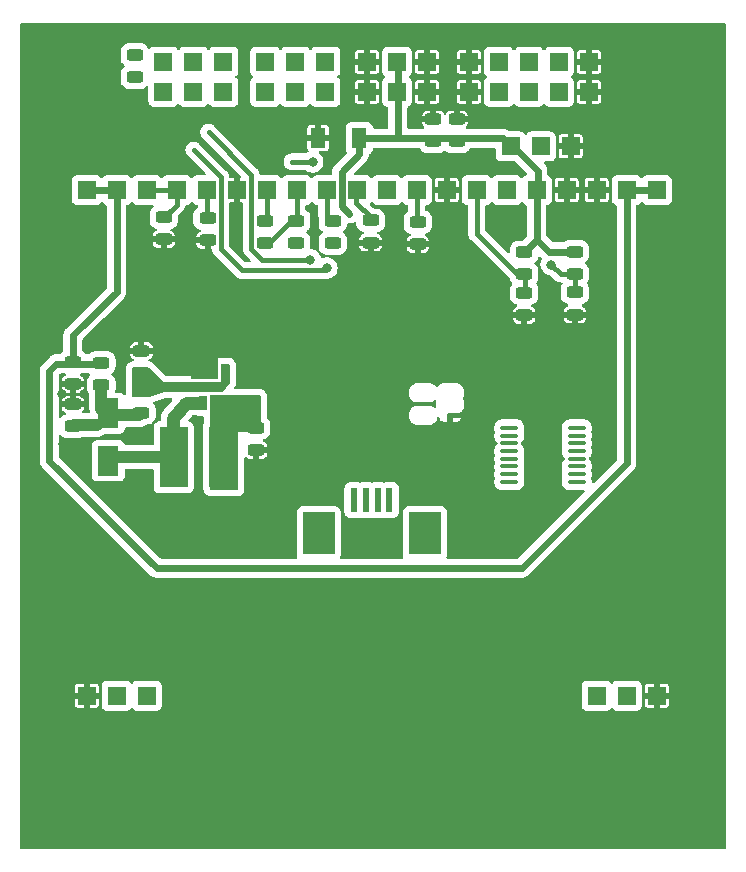
<source format=gbr>
%TF.GenerationSoftware,KiCad,Pcbnew,6.0.10+dfsg-1~bpo11+1*%
%TF.CreationDate,2023-02-13T23:46:06+00:00*%
%TF.ProjectId,OLED01,4f4c4544-3031-42e6-9b69-6361645f7063,rev?*%
%TF.SameCoordinates,PX72ba1e0PY737d6e0*%
%TF.FileFunction,Copper,L2,Bot*%
%TF.FilePolarity,Positive*%
%FSLAX46Y46*%
G04 Gerber Fmt 4.6, Leading zero omitted, Abs format (unit mm)*
G04 Created by KiCad (PCBNEW 6.0.10+dfsg-1~bpo11+1) date 2023-02-13 23:46:06*
%MOMM*%
%LPD*%
G01*
G04 APERTURE LIST*
G04 Aperture macros list*
%AMRoundRect*
0 Rectangle with rounded corners*
0 $1 Rounding radius*
0 $2 $3 $4 $5 $6 $7 $8 $9 X,Y pos of 4 corners*
0 Add a 4 corners polygon primitive as box body*
4,1,4,$2,$3,$4,$5,$6,$7,$8,$9,$2,$3,0*
0 Add four circle primitives for the rounded corners*
1,1,$1+$1,$2,$3*
1,1,$1+$1,$4,$5*
1,1,$1+$1,$6,$7*
1,1,$1+$1,$8,$9*
0 Add four rect primitives between the rounded corners*
20,1,$1+$1,$2,$3,$4,$5,0*
20,1,$1+$1,$4,$5,$6,$7,0*
20,1,$1+$1,$6,$7,$8,$9,0*
20,1,$1+$1,$8,$9,$2,$3,0*%
%AMFreePoly0*
4,1,22,0.550000,-0.750000,0.000000,-0.750000,0.000000,-0.745033,-0.079941,-0.743568,-0.215256,-0.701293,-0.333266,-0.622738,-0.424486,-0.514219,-0.481581,-0.384460,-0.499164,-0.250000,-0.500000,-0.250000,-0.500000,0.250000,-0.499164,0.250000,-0.499963,0.256109,-0.478152,0.396186,-0.417904,0.524511,-0.324060,0.630769,-0.204165,0.706417,-0.067858,0.745374,0.000000,0.744959,0.000000,0.750000,
0.550000,0.750000,0.550000,-0.750000,0.550000,-0.750000,$1*%
%AMFreePoly1*
4,1,20,0.000000,0.744959,0.073905,0.744508,0.209726,0.703889,0.328688,0.626782,0.421226,0.519385,0.479903,0.390333,0.500000,0.250000,0.500000,-0.250000,0.499851,-0.262216,0.476331,-0.402017,0.414519,-0.529596,0.319384,-0.634700,0.198574,-0.708877,0.061801,-0.746166,0.000000,-0.745033,0.000000,-0.750000,-0.550000,-0.750000,-0.550000,0.750000,0.000000,0.750000,0.000000,0.744959,
0.000000,0.744959,$1*%
G04 Aperture macros list end*
%TA.AperFunction,ComponentPad*%
%ADD10C,6.000000*%
%TD*%
%TA.AperFunction,ComponentPad*%
%ADD11R,1.524000X1.524000*%
%TD*%
%TA.AperFunction,SMDPad,CuDef*%
%ADD12R,2.350000X5.100000*%
%TD*%
%TA.AperFunction,SMDPad,CuDef*%
%ADD13RoundRect,0.243750X-0.456250X0.243750X-0.456250X-0.243750X0.456250X-0.243750X0.456250X0.243750X0*%
%TD*%
%TA.AperFunction,SMDPad,CuDef*%
%ADD14R,0.650000X1.220000*%
%TD*%
%TA.AperFunction,SMDPad,CuDef*%
%ADD15R,0.610000X2.000000*%
%TD*%
%TA.AperFunction,SMDPad,CuDef*%
%ADD16R,2.680000X3.600000*%
%TD*%
%TA.AperFunction,SMDPad,CuDef*%
%ADD17R,1.300000X1.700000*%
%TD*%
%TA.AperFunction,SMDPad,CuDef*%
%ADD18RoundRect,0.243750X0.456250X-0.243750X0.456250X0.243750X-0.456250X0.243750X-0.456250X-0.243750X0*%
%TD*%
%TA.AperFunction,SMDPad,CuDef*%
%ADD19R,1.800000X2.500000*%
%TD*%
%TA.AperFunction,SMDPad,CuDef*%
%ADD20RoundRect,0.150000X0.512500X0.150000X-0.512500X0.150000X-0.512500X-0.150000X0.512500X-0.150000X0*%
%TD*%
%TA.AperFunction,SMDPad,CuDef*%
%ADD21R,1.100000X0.400000*%
%TD*%
%TA.AperFunction,SMDPad,CuDef*%
%ADD22RoundRect,0.100000X-0.637500X-0.100000X0.637500X-0.100000X0.637500X0.100000X-0.637500X0.100000X0*%
%TD*%
%TA.AperFunction,SMDPad,CuDef*%
%ADD23FreePoly0,180.000000*%
%TD*%
%TA.AperFunction,SMDPad,CuDef*%
%ADD24R,1.000000X1.500000*%
%TD*%
%TA.AperFunction,SMDPad,CuDef*%
%ADD25FreePoly1,180.000000*%
%TD*%
%TA.AperFunction,SMDPad,CuDef*%
%ADD26RoundRect,0.250000X0.250000X0.475000X-0.250000X0.475000X-0.250000X-0.475000X0.250000X-0.475000X0*%
%TD*%
%TA.AperFunction,ViaPad*%
%ADD27C,0.800000*%
%TD*%
%TA.AperFunction,Conductor*%
%ADD28C,0.400000*%
%TD*%
%TA.AperFunction,Conductor*%
%ADD29C,1.000000*%
%TD*%
%TA.AperFunction,Conductor*%
%ADD30C,0.600000*%
%TD*%
%TA.AperFunction,Conductor*%
%ADD31C,1.100000*%
%TD*%
G04 APERTURE END LIST*
%TO.C,JP1*%
G36*
X35800000Y1600000D02*
G01*
X35300000Y1600000D01*
X35300000Y2200000D01*
X35800000Y2200000D01*
X35800000Y1600000D01*
G37*
%TD*%
D10*
%TO.P,H2,1,1*%
%TO.N,GND*%
X50800000Y0D03*
%TD*%
%TO.P,H4,1,1*%
%TO.N,GND*%
X0Y0D03*
%TD*%
D11*
%TO.P,J6,1*%
%TO.N,GND*%
X33520000Y59630000D03*
%TO.P,J6,2*%
X33520000Y62170000D03*
%TO.P,J6,3*%
%TO.N,/SDAIN*%
X36060000Y59630000D03*
%TO.P,J6,4*%
X36060000Y62170000D03*
%TO.P,J6,5*%
%TO.N,+5V*%
X38600000Y59630000D03*
%TO.P,J6,6*%
X38600000Y62170000D03*
%TO.P,J6,7*%
%TO.N,/SCLIN*%
X41140000Y59630000D03*
%TO.P,J6,8*%
X41140000Y62170000D03*
%TO.P,J6,9*%
%TO.N,GND*%
X43680000Y59630000D03*
%TO.P,J6,10*%
X43680000Y62170000D03*
%TD*%
%TO.P,J5,1*%
%TO.N,+2V5*%
X37060000Y55000000D03*
%TO.P,J5,2*%
%TO.N,/DC*%
X39600000Y55000000D03*
%TO.P,J5,3*%
%TO.N,GND*%
X42140000Y55000000D03*
%TD*%
%TO.P,J4,1*%
%TO.N,/D1*%
X12740000Y62170000D03*
%TO.P,J4,2*%
X12740000Y59630000D03*
%TO.P,J4,3*%
%TO.N,/CLK*%
X10200000Y62170000D03*
%TO.P,J4,4*%
X10200000Y59630000D03*
%TO.P,J4,5*%
%TO.N,/#CS*%
X7660000Y62170000D03*
%TO.P,J4,6*%
X7660000Y59630000D03*
%TD*%
D10*
%TO.P,H3,1,1*%
%TO.N,GND*%
X0Y60960000D03*
%TD*%
%TO.P,H1,1,1*%
%TO.N,GND*%
X50800000Y60960000D03*
%TD*%
D11*
%TO.P,DISP1,1,ESD_GND*%
%TO.N,GND*%
X1170000Y8500000D03*
%TO.P,DISP1,2*%
%TO.N,unconnected-(DISP1-Pad2)*%
X3710000Y8500000D03*
%TO.P,DISP1,3*%
%TO.N,unconnected-(DISP1-Pad3)*%
X6250000Y8500000D03*
%TO.P,DISP1,18*%
%TO.N,unconnected-(DISP1-Pad18)*%
X44350000Y8500000D03*
%TO.P,DISP1,19*%
%TO.N,unconnected-(DISP1-Pad19)*%
X46890000Y8500000D03*
%TO.P,DISP1,20,ESD_GND*%
%TO.N,GND*%
X49430000Y8500000D03*
%TO.P,DISP1,21,VCC*%
%TO.N,+12V*%
X49420000Y51300000D03*
%TO.P,DISP1,22,VCC*%
X46880000Y51300000D03*
%TO.P,DISP1,23,GND*%
%TO.N,GND*%
X44340000Y51300000D03*
%TO.P,DISP1,24,GND*%
X41800000Y51300000D03*
%TO.P,DISP1,25,VDD*%
%TO.N,+2V5*%
X39260000Y51300000D03*
%TO.P,DISP1,26,BS0*%
%TO.N,/BS0*%
X36720000Y51300000D03*
%TO.P,DISP1,27,BS1*%
%TO.N,/BS1*%
X34180000Y51300000D03*
%TO.P,DISP1,28,GND*%
%TO.N,GND*%
X31640000Y51300000D03*
%TO.P,DISP1,29,#CS*%
%TO.N,/#CS*%
X29100000Y51300000D03*
%TO.P,DISP1,30,#RES*%
%TO.N,/#RES*%
X26560000Y51300000D03*
%TO.P,DISP1,31,D/C*%
%TO.N,/DC*%
X24020000Y51300000D03*
%TO.P,DISP1,32,D0*%
%TO.N,/CLK*%
X21480000Y51300000D03*
%TO.P,DISP1,33,D1*%
%TO.N,/D1*%
X18940000Y51300000D03*
%TO.P,DISP1,34,D2*%
%TO.N,/D2*%
X16400000Y51300000D03*
%TO.P,DISP1,35,GND*%
%TO.N,GND*%
X13860000Y51300000D03*
%TO.P,DISP1,36,IRef*%
%TO.N,Net-(DISP1-Pad36)*%
X11320000Y51300000D03*
%TO.P,DISP1,37,VCOMH*%
%TO.N,Net-(C2-Pad1)*%
X8780000Y51300000D03*
%TO.P,DISP1,38,VCOMH*%
X6240000Y51300000D03*
%TO.P,DISP1,39,VCC*%
%TO.N,+12V*%
X3700000Y51300000D03*
%TO.P,DISP1,40,VCC*%
X1160000Y51300000D03*
%TD*%
%TO.P,J2,1*%
%TO.N,GND*%
X29980000Y62170000D03*
%TO.P,J2,2*%
X29980000Y59630000D03*
%TO.P,J2,3*%
%TO.N,+5V*%
X27440000Y62170000D03*
%TO.P,J2,4*%
X27440000Y59630000D03*
%TO.P,J2,5*%
%TO.N,GND*%
X24900000Y62170000D03*
%TO.P,J2,6*%
X24900000Y59630000D03*
%TD*%
%TO.P,J3,1*%
%TO.N,/#RES*%
X16280000Y59630000D03*
%TO.P,J3,2*%
X16280000Y62170000D03*
%TO.P,J3,3*%
%TO.N,/#INT*%
X18820000Y59630000D03*
%TO.P,J3,4*%
X18820000Y62170000D03*
%TO.P,J3,5*%
%TO.N,/AUX*%
X21360000Y59630000D03*
%TO.P,J3,6*%
X21360000Y62170000D03*
%TD*%
D12*
%TO.P,L1,1*%
%TO.N,+5V*%
X12675000Y28700000D03*
%TO.P,L1,2*%
%TO.N,Net-(D1-Pad2)*%
X8525000Y28700000D03*
%TD*%
D13*
%TO.P,R10,1*%
%TO.N,/D2*%
X16300000Y48700000D03*
%TO.P,R10,2*%
%TO.N,/D1*%
X16300000Y46825000D03*
%TD*%
%TO.P,R3,1*%
%TO.N,/BS0*%
X42500000Y42637500D03*
%TO.P,R3,2*%
%TO.N,GND*%
X42500000Y40762500D03*
%TD*%
D14*
%TO.P,U3,1,PGND*%
%TO.N,GND*%
X11000341Y35933647D03*
%TO.P,U3,2,GND*%
X11950341Y35933647D03*
%TO.P,U3,3,FB*%
%TO.N,/B_FB*%
X12900341Y35933647D03*
%TO.P,U3,4,SHDN*%
%TO.N,+5V*%
X12900341Y33313647D03*
%TO.P,U3,5,VCC*%
X11950341Y33313647D03*
%TO.P,U3,6,LX*%
%TO.N,Net-(D1-Pad2)*%
X11000341Y33313647D03*
%TD*%
D13*
%TO.P,R1,1*%
%TO.N,Net-(DISP1-Pad36)*%
X11400000Y48937500D03*
%TO.P,R1,2*%
%TO.N,GND*%
X11400000Y47062500D03*
%TD*%
D15*
%TO.P,J1,1,Pin_1*%
%TO.N,Net-(U4-Pad2)*%
X26800000Y25050000D03*
%TO.P,J1,2,Pin_2*%
%TO.N,Net-(U4-Pad3)*%
X25800000Y25050000D03*
%TO.P,J1,3,Pin_3*%
%TO.N,Net-(U4-Pad4)*%
X24800000Y25050000D03*
%TO.P,J1,4,Pin_4*%
%TO.N,Net-(U4-Pad5)*%
X23800000Y25050000D03*
D16*
%TO.P,J1,MP*%
%TO.N,N/C*%
X29790000Y22250000D03*
X20810000Y22250000D03*
%TD*%
D13*
%TO.P,R4,1*%
%TO.N,+2V5*%
X38200000Y46037500D03*
%TO.P,R4,2*%
%TO.N,/BS1*%
X38200000Y44162500D03*
%TD*%
D17*
%TO.P,D2,1,K*%
%TO.N,+5V*%
X24250000Y55700000D03*
%TO.P,D2,2,A*%
%TO.N,GND*%
X20750000Y55700000D03*
%TD*%
D18*
%TO.P,C8,1*%
%TO.N,+5V*%
X32500000Y55425000D03*
%TO.P,C8,2*%
%TO.N,GND*%
X32500000Y57300000D03*
%TD*%
%TO.P,R13,1*%
%TO.N,+5V*%
X18900000Y46825000D03*
%TO.P,R13,2*%
%TO.N,/SDAIN*%
X18900000Y48700000D03*
%TD*%
D19*
%TO.P,D1,1,K*%
%TO.N,Net-(C10-Pad1)*%
X3000000Y32400000D03*
%TO.P,D1,2,A*%
%TO.N,Net-(D1-Pad2)*%
X3000000Y28400000D03*
%TD*%
D20*
%TO.P,U2,1,VIN*%
%TO.N,+5V*%
X29837500Y5750000D03*
%TO.P,U2,2,GND*%
%TO.N,GND*%
X29837500Y4800000D03*
%TO.P,U2,3,EN*%
X29837500Y3850000D03*
%TO.P,U2,4,NC*%
%TO.N,unconnected-(U2-Pad4)*%
X27562500Y3850000D03*
%TO.P,U2,5,VOUT*%
%TO.N,+2V5*%
X27562500Y5750000D03*
%TD*%
D21*
%TO.P,U5,1,GND*%
%TO.N,GND*%
X39250000Y8375000D03*
%TO.P,U5,2,VREF1*%
%TO.N,+5V*%
X39250000Y7725000D03*
%TO.P,U5,3,SCL1*%
%TO.N,/SDAIN*%
X39250000Y7075000D03*
%TO.P,U5,4,SDA1*%
%TO.N,/SCLIN*%
X39250000Y6425000D03*
%TO.P,U5,5,SDA2*%
%TO.N,/CLK*%
X34950000Y6425000D03*
%TO.P,U5,6,SCL2*%
%TO.N,/D1*%
X34950000Y7075000D03*
%TO.P,U5,7,VREF2*%
%TO.N,+2V5*%
X34950000Y7725000D03*
%TO.P,U5,8,EN*%
%TO.N,Net-(JP1-Pad2)*%
X34950000Y8375000D03*
%TD*%
D18*
%TO.P,R7,1*%
%TO.N,Net-(C10-Pad1)*%
X5800000Y32462500D03*
%TO.P,R7,2*%
%TO.N,/B_FB*%
X5800000Y34337500D03*
%TD*%
D13*
%TO.P,C11,1*%
%TO.N,+12V*%
X0Y36737500D03*
%TO.P,C11,2*%
%TO.N,GND*%
X0Y34862500D03*
%TD*%
D22*
%TO.P,U4,1,VDD*%
%TO.N,+2V5*%
X36937500Y26625000D03*
%TO.P,U4,2,X+*%
%TO.N,Net-(U4-Pad2)*%
X36937500Y27275000D03*
%TO.P,U4,3,Y+*%
%TO.N,Net-(U4-Pad3)*%
X36937500Y27925000D03*
%TO.P,U4,4,X-*%
%TO.N,Net-(U4-Pad4)*%
X36937500Y28575000D03*
%TO.P,U4,5,Y-*%
%TO.N,Net-(U4-Pad5)*%
X36937500Y29225000D03*
%TO.P,U4,6,GND*%
%TO.N,GND*%
X36937500Y29875000D03*
%TO.P,U4,7*%
%TO.N,N/C*%
X36937500Y30525000D03*
%TO.P,U4,8*%
X36937500Y31175000D03*
%TO.P,U4,9*%
X42662500Y31175000D03*
%TO.P,U4,10,#IRQ*%
%TO.N,/#INT*%
X42662500Y30525000D03*
%TO.P,U4,11,SDA*%
%TO.N,/D1*%
X42662500Y29875000D03*
%TO.P,U4,12,SCL*%
%TO.N,/CLK*%
X42662500Y29225000D03*
%TO.P,U4,13,A1*%
%TO.N,GND*%
X42662500Y28575000D03*
%TO.P,U4,14,A0*%
%TO.N,/DC*%
X42662500Y27925000D03*
%TO.P,U4,15*%
%TO.N,N/C*%
X42662500Y27275000D03*
%TO.P,U4,16,AUX*%
%TO.N,/AUX*%
X42662500Y26625000D03*
%TD*%
D13*
%TO.P,R6,1*%
%TO.N,/#RES*%
X5250000Y62750000D03*
%TO.P,R6,2*%
%TO.N,+2V5*%
X5250000Y60875000D03*
%TD*%
%TO.P,R2,1*%
%TO.N,+2V5*%
X42500000Y46075000D03*
%TO.P,R2,2*%
%TO.N,/BS0*%
X42500000Y44200000D03*
%TD*%
D23*
%TO.P,JP1,1,A*%
%TO.N,/#RES*%
X36200000Y1900000D03*
D24*
%TO.P,JP1,2,C*%
%TO.N,Net-(JP1-Pad2)*%
X34900000Y1900000D03*
D25*
%TO.P,JP1,3,B*%
%TO.N,+2V5*%
X33600000Y1900000D03*
%TD*%
D13*
%TO.P,C2,1*%
%TO.N,Net-(C2-Pad1)*%
X7700000Y49000000D03*
%TO.P,C2,2*%
%TO.N,GND*%
X7700000Y47125000D03*
%TD*%
%TO.P,R12,1*%
%TO.N,/#CS*%
X29200000Y48600000D03*
%TO.P,R12,2*%
%TO.N,GND*%
X29200000Y46725000D03*
%TD*%
%TO.P,R5,1*%
%TO.N,/BS1*%
X38200000Y42600000D03*
%TO.P,R5,2*%
%TO.N,GND*%
X38200000Y40725000D03*
%TD*%
D18*
%TO.P,R8,1*%
%TO.N,/B_FB*%
X5800000Y35825000D03*
%TO.P,R8,2*%
%TO.N,GND*%
X5800000Y37700000D03*
%TD*%
D26*
%TO.P,C1,1*%
%TO.N,Net-(C1-Pad1)*%
X50100000Y49100000D03*
%TO.P,C1,2*%
%TO.N,GND*%
X48200000Y49100000D03*
%TD*%
D13*
%TO.P,R11,1*%
%TO.N,/DC*%
X25200000Y48737500D03*
%TO.P,R11,2*%
%TO.N,GND*%
X25200000Y46862500D03*
%TD*%
D18*
%TO.P,R14,1*%
%TO.N,+5V*%
X22000000Y46825000D03*
%TO.P,R14,2*%
%TO.N,/SCLIN*%
X22000000Y48700000D03*
%TD*%
%TO.P,C9,1*%
%TO.N,+5V*%
X30500000Y55425000D03*
%TO.P,C9,2*%
%TO.N,GND*%
X30500000Y57300000D03*
%TD*%
D20*
%TO.P,U1,1,#RESET*%
%TO.N,/#RES*%
X50675000Y47800000D03*
%TO.P,U1,2,VDD*%
%TO.N,+2V5*%
X50675000Y46850000D03*
%TO.P,U1,3,GND*%
%TO.N,GND*%
X50675000Y45900000D03*
%TO.P,U1,4,MR*%
%TO.N,unconnected-(U1-Pad4)*%
X48400000Y45900000D03*
%TO.P,U1,5,CT*%
%TO.N,Net-(C1-Pad1)*%
X48400000Y47800000D03*
%TD*%
D18*
%TO.P,R9,1*%
%TO.N,Net-(C10-Pad1)*%
X2400000Y34800000D03*
%TO.P,R9,2*%
%TO.N,+12V*%
X2400000Y36675000D03*
%TD*%
%TO.P,C10,1*%
%TO.N,Net-(C10-Pad1)*%
X0Y31300000D03*
%TO.P,C10,2*%
%TO.N,GND*%
X0Y33175000D03*
%TD*%
D13*
%TO.P,C5,1*%
%TO.N,+5V*%
X15500000Y31175000D03*
%TO.P,C5,2*%
%TO.N,GND*%
X15500000Y29300000D03*
%TD*%
D27*
%TO.N,GND*%
X14200000Y55400000D03*
X-3200000Y29800000D03*
X8800000Y55700000D03*
X15500000Y24000000D03*
X9500000Y24000000D03*
X10500000Y24000000D03*
X8800000Y54700000D03*
X22200000Y31600000D03*
X6000000Y30800000D03*
X5000000Y48800000D03*
X-800000Y29800000D03*
X8400000Y24000000D03*
X15100000Y54600000D03*
X900000Y34000000D03*
X23400000Y31600000D03*
X22300000Y54900000D03*
X14400000Y24000000D03*
X24600000Y31600000D03*
X22200000Y35000000D03*
X8000000Y36100000D03*
X35400000Y49300000D03*
X24600000Y35000000D03*
X-1300000Y38100000D03*
X9000000Y36100000D03*
X5900000Y48700000D03*
X-900000Y34000000D03*
X1300000Y38100000D03*
X23400000Y35000000D03*
X10600000Y31600000D03*
%TO.N,/BS0*%
X40500000Y45000000D03*
%TO.N,/#CS*%
X21500000Y44700000D03*
%TO.N,/#RES*%
X20100000Y45400000D03*
%TO.N,/SCLIN*%
X20300000Y53700000D03*
%TD*%
D28*
%TO.N,Net-(C2-Pad1)*%
X8780000Y51300000D02*
X6240000Y51300000D01*
X8780000Y50080000D02*
X7700000Y49000000D01*
X8780000Y51300000D02*
X8780000Y50080000D01*
D29*
%TO.N,Net-(C10-Pad1)*%
X2400000Y34800000D02*
X2400000Y32800000D01*
X4000000Y32237500D02*
X5575000Y32237500D01*
X100000Y31400000D02*
X2000000Y31400000D01*
X5575000Y32237500D02*
X5800000Y32462500D01*
D30*
%TO.N,+12V*%
X7100000Y19300000D02*
X-2000000Y28400000D01*
X46880000Y28180000D02*
X38000000Y19300000D01*
X2325000Y36600000D02*
X2400000Y36675000D01*
X3700000Y42700000D02*
X600000Y39600000D01*
X700000Y39700000D02*
X0Y39000000D01*
X3700000Y51300000D02*
X3700000Y42700000D01*
X46880000Y51300000D02*
X49420000Y51300000D01*
X38000000Y19300000D02*
X7100000Y19300000D01*
X-2000000Y36000000D02*
X-1400000Y36600000D01*
X-2000000Y28400000D02*
X-2000000Y36000000D01*
X-1400000Y36600000D02*
X2325000Y36600000D01*
X0Y39000000D02*
X0Y36737500D01*
X3700000Y51300000D02*
X1160000Y51300000D01*
X46880000Y51300000D02*
X46880000Y28180000D01*
D28*
%TO.N,/BS0*%
X41300000Y44200000D02*
X42500000Y44200000D01*
X40500000Y45000000D02*
X41300000Y44200000D01*
X42500000Y42637500D02*
X42500000Y44200000D01*
%TO.N,/BS1*%
X34180000Y47620000D02*
X34180000Y51300000D01*
X38275000Y44087500D02*
X38200000Y44162500D01*
X38200000Y44162500D02*
X37637500Y44162500D01*
X37637500Y44162500D02*
X34180000Y47620000D01*
X38275000Y42700000D02*
X38275000Y44087500D01*
%TO.N,/#CS*%
X29100000Y48700000D02*
X29200000Y48600000D01*
X12499520Y46300480D02*
X12499520Y52443502D01*
X21300000Y44500000D02*
X14300000Y44500000D01*
X12499520Y52443502D02*
X10240000Y54703022D01*
X21500000Y44700000D02*
X21300000Y44500000D01*
X29100000Y51300000D02*
X29100000Y48700000D01*
X14300000Y44500000D02*
X12499520Y46300480D01*
%TO.N,/#RES*%
X15100000Y52600000D02*
X11489511Y56210489D01*
X15100000Y46300000D02*
X15100000Y52600000D01*
X20100000Y45400000D02*
X16000000Y45400000D01*
X16000000Y45400000D02*
X15100000Y46300000D01*
%TO.N,/DC*%
X24000000Y51280000D02*
X24020000Y51300000D01*
X24000000Y50200000D02*
X24000000Y51280000D01*
X25200000Y49000000D02*
X24000000Y50200000D01*
X25200000Y48737500D02*
X25200000Y49000000D01*
%TO.N,/D2*%
X16400000Y51300000D02*
X16400000Y48800000D01*
X16400000Y48800000D02*
X16300000Y48700000D01*
%TO.N,Net-(DISP1-Pad36)*%
X11320000Y51300000D02*
X11320000Y49017500D01*
X11320000Y49017500D02*
X11400000Y48937500D01*
D31*
%TO.N,Net-(D1-Pad2)*%
X9600000Y33300000D02*
X10600000Y33300000D01*
X8500000Y32000000D02*
X9600000Y33300000D01*
X8525000Y28700000D02*
X8500000Y32000000D01*
D29*
X3000000Y28400000D02*
X3300000Y28700000D01*
X3300000Y28700000D02*
X8525000Y28700000D01*
D30*
%TO.N,+5V*%
X37300000Y55000000D02*
X39360000Y52940000D01*
X36375000Y55700000D02*
X27500000Y55700000D01*
X27500000Y55700000D02*
X24250000Y55700000D01*
X22758489Y49941511D02*
X23400000Y49300000D01*
X42500000Y46075000D02*
X40282500Y46075000D01*
X37075000Y55000000D02*
X36375000Y55700000D01*
X27500000Y55700000D02*
X27500000Y62110000D01*
X39360000Y52940000D02*
X39360000Y51880000D01*
X24250000Y54350000D02*
X22758489Y52858489D01*
X39260000Y47097500D02*
X38200000Y46037500D01*
X24250000Y55700000D02*
X24250000Y54350000D01*
X37075000Y55000000D02*
X37300000Y55000000D01*
X37055000Y55270000D02*
X37075000Y55250000D01*
X22758489Y52858489D02*
X22758489Y49941511D01*
X39260000Y51300000D02*
X39260000Y47097500D01*
X40282500Y46075000D02*
X39260000Y47097500D01*
D28*
%TO.N,/SDAIN*%
X16625000Y46825000D02*
X18500000Y48700000D01*
X18940000Y51300000D02*
X18940000Y48740000D01*
X18500000Y48700000D02*
X18900000Y48700000D01*
X18940000Y48740000D02*
X18900000Y48700000D01*
X16300000Y46825000D02*
X16625000Y46825000D01*
%TO.N,/SCLIN*%
X20300000Y53700000D02*
X18540000Y53700000D01*
X21480000Y51300000D02*
X21480000Y49220000D01*
X21480000Y49220000D02*
X22000000Y48700000D01*
%TD*%
%TA.AperFunction,Conductor*%
%TO.N,GND*%
G36*
X55230691Y65412593D02*
G01*
X55266655Y65363093D01*
X55271500Y65332500D01*
X55271500Y-4372500D01*
X55252593Y-4430691D01*
X55203093Y-4466655D01*
X55172500Y-4471500D01*
X-4372500Y-4471500D01*
X-4430691Y-4452593D01*
X-4466655Y-4403093D01*
X-4471500Y-4372500D01*
X-4471500Y7718234D01*
X158000Y7718234D01*
X158948Y7708612D01*
X170603Y7650017D01*
X177922Y7632349D01*
X222341Y7565870D01*
X235870Y7552341D01*
X302349Y7507922D01*
X320017Y7500603D01*
X378612Y7488948D01*
X388234Y7488000D01*
X900320Y7488000D01*
X913005Y7492122D01*
X916000Y7496243D01*
X916000Y7503680D01*
X1424000Y7503680D01*
X1428122Y7490995D01*
X1432243Y7488000D01*
X1951766Y7488000D01*
X1961388Y7488948D01*
X2019983Y7500603D01*
X2037651Y7507922D01*
X2104130Y7552341D01*
X2117659Y7565870D01*
X2162078Y7632349D01*
X2169397Y7650017D01*
X2177323Y7689866D01*
X2439500Y7689866D01*
X2446255Y7627684D01*
X2448435Y7621869D01*
X2493896Y7500603D01*
X2497385Y7491295D01*
X2584739Y7374739D01*
X2701295Y7287385D01*
X2837684Y7236255D01*
X2843856Y7235585D01*
X2843858Y7235584D01*
X2879837Y7231676D01*
X2899866Y7229500D01*
X4520134Y7229500D01*
X4540163Y7231676D01*
X4576142Y7235584D01*
X4576144Y7235585D01*
X4582316Y7236255D01*
X4718705Y7287385D01*
X4835261Y7374739D01*
X4839491Y7380383D01*
X4839495Y7380387D01*
X4900780Y7462159D01*
X4950808Y7497384D01*
X5011986Y7496476D01*
X5059220Y7462159D01*
X5120505Y7380387D01*
X5120509Y7380383D01*
X5124739Y7374739D01*
X5241295Y7287385D01*
X5377684Y7236255D01*
X5383856Y7235585D01*
X5383858Y7235584D01*
X5419837Y7231676D01*
X5439866Y7229500D01*
X7060134Y7229500D01*
X7080163Y7231676D01*
X7116142Y7235584D01*
X7116144Y7235585D01*
X7122316Y7236255D01*
X7258705Y7287385D01*
X7375261Y7374739D01*
X7462615Y7491295D01*
X7466105Y7500603D01*
X7511565Y7621869D01*
X7513745Y7627684D01*
X7520500Y7689866D01*
X43079500Y7689866D01*
X43086255Y7627684D01*
X43088435Y7621869D01*
X43133896Y7500603D01*
X43137385Y7491295D01*
X43224739Y7374739D01*
X43341295Y7287385D01*
X43477684Y7236255D01*
X43483856Y7235585D01*
X43483858Y7235584D01*
X43519837Y7231676D01*
X43539866Y7229500D01*
X45160134Y7229500D01*
X45180163Y7231676D01*
X45216142Y7235584D01*
X45216144Y7235585D01*
X45222316Y7236255D01*
X45358705Y7287385D01*
X45475261Y7374739D01*
X45479491Y7380383D01*
X45479495Y7380387D01*
X45540780Y7462159D01*
X45590808Y7497384D01*
X45651986Y7496476D01*
X45699220Y7462159D01*
X45760505Y7380387D01*
X45760509Y7380383D01*
X45764739Y7374739D01*
X45881295Y7287385D01*
X46017684Y7236255D01*
X46023856Y7235585D01*
X46023858Y7235584D01*
X46059837Y7231676D01*
X46079866Y7229500D01*
X47700134Y7229500D01*
X47720163Y7231676D01*
X47756142Y7235584D01*
X47756144Y7235585D01*
X47762316Y7236255D01*
X47898705Y7287385D01*
X48015261Y7374739D01*
X48102615Y7491295D01*
X48106105Y7500603D01*
X48151565Y7621869D01*
X48153745Y7627684D01*
X48160500Y7689866D01*
X48160500Y7718234D01*
X48418000Y7718234D01*
X48418948Y7708612D01*
X48430603Y7650017D01*
X48437922Y7632349D01*
X48482341Y7565870D01*
X48495870Y7552341D01*
X48562349Y7507922D01*
X48580017Y7500603D01*
X48638612Y7488948D01*
X48648234Y7488000D01*
X49160320Y7488000D01*
X49173005Y7492122D01*
X49176000Y7496243D01*
X49176000Y7503680D01*
X49684000Y7503680D01*
X49688122Y7490995D01*
X49692243Y7488000D01*
X50211766Y7488000D01*
X50221388Y7488948D01*
X50279983Y7500603D01*
X50297651Y7507922D01*
X50364130Y7552341D01*
X50377659Y7565870D01*
X50422078Y7632349D01*
X50429397Y7650017D01*
X50441052Y7708612D01*
X50442000Y7718234D01*
X50442000Y8230320D01*
X50437878Y8243005D01*
X50433757Y8246000D01*
X49699680Y8246000D01*
X49686995Y8241878D01*
X49684000Y8237757D01*
X49684000Y7503680D01*
X49176000Y7503680D01*
X49176000Y8230320D01*
X49171878Y8243005D01*
X49167757Y8246000D01*
X48433680Y8246000D01*
X48420995Y8241878D01*
X48418000Y8237757D01*
X48418000Y7718234D01*
X48160500Y7718234D01*
X48160500Y8769680D01*
X48418000Y8769680D01*
X48422122Y8756995D01*
X48426243Y8754000D01*
X49160320Y8754000D01*
X49173005Y8758122D01*
X49176000Y8762243D01*
X49176000Y8769680D01*
X49684000Y8769680D01*
X49688122Y8756995D01*
X49692243Y8754000D01*
X50426320Y8754000D01*
X50439005Y8758122D01*
X50442000Y8762243D01*
X50442000Y9281766D01*
X50441052Y9291388D01*
X50429397Y9349983D01*
X50422078Y9367651D01*
X50377659Y9434130D01*
X50364130Y9447659D01*
X50297651Y9492078D01*
X50279983Y9499397D01*
X50221388Y9511052D01*
X50211766Y9512000D01*
X49699680Y9512000D01*
X49686995Y9507878D01*
X49684000Y9503757D01*
X49684000Y8769680D01*
X49176000Y8769680D01*
X49176000Y9496320D01*
X49171878Y9509005D01*
X49167757Y9512000D01*
X48648234Y9512000D01*
X48638612Y9511052D01*
X48580017Y9499397D01*
X48562349Y9492078D01*
X48495870Y9447659D01*
X48482341Y9434130D01*
X48437922Y9367651D01*
X48430603Y9349983D01*
X48418948Y9291388D01*
X48418000Y9281766D01*
X48418000Y8769680D01*
X48160500Y8769680D01*
X48160500Y9310134D01*
X48153745Y9372316D01*
X48107258Y9496320D01*
X48105089Y9502106D01*
X48105089Y9502107D01*
X48102615Y9508705D01*
X48015261Y9625261D01*
X47898705Y9712615D01*
X47762316Y9763745D01*
X47756144Y9764415D01*
X47756142Y9764416D01*
X47720163Y9768324D01*
X47700134Y9770500D01*
X46079866Y9770500D01*
X46059837Y9768324D01*
X46023858Y9764416D01*
X46023856Y9764415D01*
X46017684Y9763745D01*
X45881295Y9712615D01*
X45764739Y9625261D01*
X45760509Y9619617D01*
X45760505Y9619613D01*
X45699220Y9537841D01*
X45649192Y9502616D01*
X45588014Y9503524D01*
X45540780Y9537841D01*
X45479495Y9619613D01*
X45479491Y9619617D01*
X45475261Y9625261D01*
X45358705Y9712615D01*
X45222316Y9763745D01*
X45216144Y9764415D01*
X45216142Y9764416D01*
X45180163Y9768324D01*
X45160134Y9770500D01*
X43539866Y9770500D01*
X43519837Y9768324D01*
X43483858Y9764416D01*
X43483856Y9764415D01*
X43477684Y9763745D01*
X43341295Y9712615D01*
X43224739Y9625261D01*
X43137385Y9508705D01*
X43134911Y9502107D01*
X43134911Y9502106D01*
X43132742Y9496320D01*
X43086255Y9372316D01*
X43079500Y9310134D01*
X43079500Y7689866D01*
X7520500Y7689866D01*
X7520500Y9310134D01*
X7513745Y9372316D01*
X7467258Y9496320D01*
X7465089Y9502106D01*
X7465089Y9502107D01*
X7462615Y9508705D01*
X7375261Y9625261D01*
X7258705Y9712615D01*
X7122316Y9763745D01*
X7116144Y9764415D01*
X7116142Y9764416D01*
X7080163Y9768324D01*
X7060134Y9770500D01*
X5439866Y9770500D01*
X5419837Y9768324D01*
X5383858Y9764416D01*
X5383856Y9764415D01*
X5377684Y9763745D01*
X5241295Y9712615D01*
X5124739Y9625261D01*
X5120509Y9619617D01*
X5120505Y9619613D01*
X5059220Y9537841D01*
X5009192Y9502616D01*
X4948014Y9503524D01*
X4900780Y9537841D01*
X4839495Y9619613D01*
X4839491Y9619617D01*
X4835261Y9625261D01*
X4718705Y9712615D01*
X4582316Y9763745D01*
X4576144Y9764415D01*
X4576142Y9764416D01*
X4540163Y9768324D01*
X4520134Y9770500D01*
X2899866Y9770500D01*
X2879837Y9768324D01*
X2843858Y9764416D01*
X2843856Y9764415D01*
X2837684Y9763745D01*
X2701295Y9712615D01*
X2584739Y9625261D01*
X2497385Y9508705D01*
X2494911Y9502107D01*
X2494911Y9502106D01*
X2492742Y9496320D01*
X2446255Y9372316D01*
X2439500Y9310134D01*
X2439500Y7689866D01*
X2177323Y7689866D01*
X2181052Y7708612D01*
X2182000Y7718234D01*
X2182000Y8230320D01*
X2177878Y8243005D01*
X2173757Y8246000D01*
X1439680Y8246000D01*
X1426995Y8241878D01*
X1424000Y8237757D01*
X1424000Y7503680D01*
X916000Y7503680D01*
X916000Y8230320D01*
X911878Y8243005D01*
X907757Y8246000D01*
X173680Y8246000D01*
X160995Y8241878D01*
X158000Y8237757D01*
X158000Y7718234D01*
X-4471500Y7718234D01*
X-4471500Y8769680D01*
X158000Y8769680D01*
X162122Y8756995D01*
X166243Y8754000D01*
X900320Y8754000D01*
X913005Y8758122D01*
X916000Y8762243D01*
X916000Y8769680D01*
X1424000Y8769680D01*
X1428122Y8756995D01*
X1432243Y8754000D01*
X2166320Y8754000D01*
X2179005Y8758122D01*
X2182000Y8762243D01*
X2182000Y9281766D01*
X2181052Y9291388D01*
X2169397Y9349983D01*
X2162078Y9367651D01*
X2117659Y9434130D01*
X2104130Y9447659D01*
X2037651Y9492078D01*
X2019983Y9499397D01*
X1961388Y9511052D01*
X1951766Y9512000D01*
X1439680Y9512000D01*
X1426995Y9507878D01*
X1424000Y9503757D01*
X1424000Y8769680D01*
X916000Y8769680D01*
X916000Y9496320D01*
X911878Y9509005D01*
X907757Y9512000D01*
X388234Y9512000D01*
X378612Y9511052D01*
X320017Y9499397D01*
X302349Y9492078D01*
X235870Y9447659D01*
X222341Y9434130D01*
X177922Y9367651D01*
X170603Y9349983D01*
X158948Y9291388D01*
X158000Y9281766D01*
X158000Y8769680D01*
X-4471500Y8769680D01*
X-4471500Y28317779D01*
X-2809451Y28317779D01*
X-2800001Y28274073D01*
X-2798382Y28264186D01*
X-2794198Y28226890D01*
X-2793397Y28219745D01*
X-2791578Y28214522D01*
X-2791577Y28214517D01*
X-2781826Y28186516D01*
X-2778555Y28174881D01*
X-2771119Y28140490D01*
X-2768780Y28135474D01*
X-2768779Y28135471D01*
X-2752219Y28099958D01*
X-2748451Y28090677D01*
X-2733745Y28048448D01*
X-2715093Y28018598D01*
X-2709337Y28007996D01*
X-2694462Y27976098D01*
X-2669584Y27944027D01*
X-2667061Y27940774D01*
X-2661327Y27932555D01*
X-2640558Y27899315D01*
X-2640554Y27899310D01*
X-2637626Y27894624D01*
X-2633728Y27890699D01*
X-2609109Y27865906D01*
X-2608413Y27865162D01*
X-2607922Y27864530D01*
X-2581932Y27838540D01*
X-2509815Y27765918D01*
X-2508802Y27765275D01*
X-2507491Y27764099D01*
X6521918Y18734690D01*
X6522647Y18733953D01*
X6585771Y18669493D01*
X6596818Y18662374D01*
X6623353Y18645273D01*
X6631487Y18639429D01*
X6666443Y18611524D01*
X6698129Y18596206D01*
X6708662Y18590295D01*
X6738238Y18571235D01*
X6743434Y18569344D01*
X6780256Y18555942D01*
X6789484Y18552043D01*
X6824762Y18534989D01*
X6824765Y18534988D01*
X6829748Y18532579D01*
X6864046Y18524661D01*
X6875618Y18521232D01*
X6903480Y18511091D01*
X6903484Y18511090D01*
X6908685Y18509197D01*
X6914177Y18508503D01*
X6914178Y18508503D01*
X6953052Y18503592D01*
X6962908Y18501837D01*
X7006485Y18491776D01*
X7046966Y18491635D01*
X7047965Y18491602D01*
X7048769Y18491500D01*
X7085514Y18491500D01*
X7085856Y18491499D01*
X7187870Y18491143D01*
X7189040Y18491405D01*
X7190802Y18491500D01*
X37990878Y18491500D01*
X37991916Y18491495D01*
X38082221Y18490549D01*
X38125936Y18500001D01*
X38135811Y18501618D01*
X38153413Y18503592D01*
X38174757Y18505986D01*
X38174759Y18505987D01*
X38180255Y18506603D01*
X38185478Y18508422D01*
X38185483Y18508423D01*
X38213484Y18518174D01*
X38225119Y18521445D01*
X38254096Y18527710D01*
X38254099Y18527711D01*
X38259510Y18528881D01*
X38264526Y18531220D01*
X38264529Y18531221D01*
X38300042Y18547781D01*
X38309323Y18551549D01*
X38317013Y18554227D01*
X38351552Y18566255D01*
X38381402Y18584907D01*
X38392004Y18590663D01*
X38423902Y18605538D01*
X38428275Y18608930D01*
X38428278Y18608932D01*
X38442579Y18620026D01*
X38459232Y18632943D01*
X38467445Y18638673D01*
X38500685Y18659442D01*
X38500690Y18659446D01*
X38505376Y18662374D01*
X38517032Y18673949D01*
X38534094Y18690891D01*
X38534838Y18691587D01*
X38535470Y18692078D01*
X38561460Y18718068D01*
X38578199Y18734690D01*
X38631646Y18787766D01*
X38634082Y18790185D01*
X38634725Y18791198D01*
X38635901Y18792509D01*
X47445310Y27601918D01*
X47446047Y27602647D01*
X47506554Y27661900D01*
X47510507Y27665771D01*
X47534727Y27703353D01*
X47540572Y27711488D01*
X47565023Y27742117D01*
X47565024Y27742119D01*
X47568476Y27746443D01*
X47583794Y27778129D01*
X47589705Y27788662D01*
X47605769Y27813589D01*
X47608765Y27818238D01*
X47624058Y27860256D01*
X47627957Y27869484D01*
X47645011Y27904762D01*
X47645012Y27904765D01*
X47647421Y27909748D01*
X47655339Y27944046D01*
X47658768Y27955618D01*
X47668909Y27983480D01*
X47668910Y27983484D01*
X47670803Y27988685D01*
X47676408Y28033052D01*
X47678164Y28042913D01*
X47682488Y28061642D01*
X47688224Y28086485D01*
X47688365Y28126966D01*
X47688398Y28127965D01*
X47688500Y28128769D01*
X47688500Y28165572D01*
X47688857Y28267870D01*
X47688595Y28269040D01*
X47688500Y28270802D01*
X47688500Y49943717D01*
X47707407Y50001908D01*
X47752748Y50036417D01*
X47882106Y50084911D01*
X47882107Y50084911D01*
X47888705Y50087385D01*
X48005261Y50174739D01*
X48009491Y50180383D01*
X48009495Y50180387D01*
X48070780Y50262159D01*
X48120808Y50297384D01*
X48181986Y50296476D01*
X48229220Y50262159D01*
X48290505Y50180387D01*
X48290509Y50180383D01*
X48294739Y50174739D01*
X48411295Y50087385D01*
X48417893Y50084911D01*
X48417894Y50084911D01*
X48472591Y50064406D01*
X48547684Y50036255D01*
X48553856Y50035585D01*
X48553858Y50035584D01*
X48589837Y50031676D01*
X48609866Y50029500D01*
X50230134Y50029500D01*
X50250163Y50031676D01*
X50286142Y50035584D01*
X50286144Y50035585D01*
X50292316Y50036255D01*
X50367409Y50064406D01*
X50422106Y50084911D01*
X50422107Y50084911D01*
X50428705Y50087385D01*
X50545261Y50174739D01*
X50632615Y50291295D01*
X50636105Y50300603D01*
X50681565Y50421869D01*
X50683745Y50427684D01*
X50690500Y50489866D01*
X50690500Y52110134D01*
X50683745Y52172316D01*
X50637258Y52296320D01*
X50635089Y52302106D01*
X50635089Y52302107D01*
X50632615Y52308705D01*
X50545261Y52425261D01*
X50428705Y52512615D01*
X50336853Y52547049D01*
X50298131Y52561565D01*
X50292316Y52563745D01*
X50286144Y52564415D01*
X50286142Y52564416D01*
X50250163Y52568324D01*
X50230134Y52570500D01*
X48609866Y52570500D01*
X48589837Y52568324D01*
X48553858Y52564416D01*
X48553856Y52564415D01*
X48547684Y52563745D01*
X48541869Y52561565D01*
X48503148Y52547049D01*
X48411295Y52512615D01*
X48294739Y52425261D01*
X48290509Y52419617D01*
X48290505Y52419613D01*
X48229220Y52337841D01*
X48179192Y52302616D01*
X48118014Y52303524D01*
X48070780Y52337841D01*
X48009495Y52419613D01*
X48009491Y52419617D01*
X48005261Y52425261D01*
X47888705Y52512615D01*
X47796853Y52547049D01*
X47758131Y52561565D01*
X47752316Y52563745D01*
X47746144Y52564415D01*
X47746142Y52564416D01*
X47710163Y52568324D01*
X47690134Y52570500D01*
X46069866Y52570500D01*
X46049837Y52568324D01*
X46013858Y52564416D01*
X46013856Y52564415D01*
X46007684Y52563745D01*
X46001869Y52561565D01*
X45963148Y52547049D01*
X45871295Y52512615D01*
X45754739Y52425261D01*
X45667385Y52308705D01*
X45664911Y52302107D01*
X45664911Y52302106D01*
X45662742Y52296320D01*
X45616255Y52172316D01*
X45609500Y52110134D01*
X45609500Y50489866D01*
X45616255Y50427684D01*
X45618435Y50421869D01*
X45663896Y50300603D01*
X45667385Y50291295D01*
X45754739Y50174739D01*
X45871295Y50087385D01*
X45877893Y50084911D01*
X45877894Y50084911D01*
X46007252Y50036417D01*
X46055103Y49998286D01*
X46071500Y49943717D01*
X46071500Y28555899D01*
X46052593Y28497708D01*
X46042504Y28485895D01*
X44077504Y26520895D01*
X44022987Y26493118D01*
X43962555Y26502689D01*
X43919290Y26545954D01*
X43908500Y26590898D01*
X43908499Y26761642D01*
X43908499Y26764884D01*
X43892838Y26883850D01*
X43881130Y26912116D01*
X43876329Y26973110D01*
X43881127Y26987877D01*
X43892838Y27016150D01*
X43893686Y27022587D01*
X43908077Y27131902D01*
X43908500Y27135115D01*
X43908499Y27414884D01*
X43892838Y27533850D01*
X43881130Y27562116D01*
X43876329Y27623110D01*
X43881127Y27637877D01*
X43892838Y27666150D01*
X43893686Y27672587D01*
X43908077Y27781902D01*
X43908500Y27785115D01*
X43908499Y28064884D01*
X43906366Y28081092D01*
X43895244Y28165572D01*
X43892838Y28183850D01*
X43859562Y28264186D01*
X43834009Y28325878D01*
X43834007Y28325882D01*
X43831524Y28331876D01*
X43733987Y28458987D01*
X43685154Y28496458D01*
X43650499Y28546883D01*
X43652101Y28608047D01*
X43685154Y28653542D01*
X43728838Y28687062D01*
X43733987Y28691013D01*
X43767657Y28734892D01*
X43827576Y28812979D01*
X43827578Y28812983D01*
X43831524Y28818125D01*
X43892838Y28966150D01*
X43908500Y29085115D01*
X43908499Y29364884D01*
X43892838Y29483850D01*
X43881130Y29512116D01*
X43876329Y29573110D01*
X43881127Y29587877D01*
X43892838Y29616150D01*
X43893686Y29622587D01*
X43908077Y29731902D01*
X43908500Y29735115D01*
X43908499Y30014884D01*
X43892838Y30133850D01*
X43881130Y30162116D01*
X43876329Y30223110D01*
X43881127Y30237877D01*
X43892838Y30266150D01*
X43893686Y30272586D01*
X43908077Y30381902D01*
X43908500Y30385115D01*
X43908499Y30664884D01*
X43892838Y30783850D01*
X43881130Y30812116D01*
X43876329Y30873110D01*
X43881127Y30887877D01*
X43892838Y30916150D01*
X43893686Y30922587D01*
X43908077Y31031902D01*
X43908500Y31035115D01*
X43908499Y31314884D01*
X43892838Y31433850D01*
X43866803Y31496705D01*
X43834009Y31575878D01*
X43834007Y31575882D01*
X43831524Y31581876D01*
X43733987Y31708987D01*
X43708234Y31728748D01*
X43612021Y31802576D01*
X43612017Y31802578D01*
X43606875Y31806524D01*
X43458850Y31867838D01*
X43339885Y31883500D01*
X42662605Y31883500D01*
X41985116Y31883499D01*
X41981905Y31883076D01*
X41981900Y31883076D01*
X41928780Y31876083D01*
X41866150Y31867838D01*
X41842998Y31858248D01*
X41724122Y31809009D01*
X41724119Y31809007D01*
X41718124Y31806524D01*
X41591013Y31708987D01*
X41587062Y31703838D01*
X41497424Y31587021D01*
X41497422Y31587017D01*
X41493476Y31581875D01*
X41432162Y31433850D01*
X41416500Y31314885D01*
X41416501Y31035116D01*
X41432162Y30916150D01*
X41443870Y30887884D01*
X41448671Y30826890D01*
X41443873Y30812123D01*
X41432162Y30783850D01*
X41431316Y30777422D01*
X41431315Y30777419D01*
X41430672Y30772534D01*
X41416500Y30664885D01*
X41416501Y30385116D01*
X41416924Y30381905D01*
X41416924Y30381900D01*
X41422207Y30341773D01*
X41432162Y30266150D01*
X41443870Y30237884D01*
X41448671Y30176890D01*
X41443873Y30162123D01*
X41432162Y30133850D01*
X41431316Y30127422D01*
X41431315Y30127419D01*
X41427230Y30096389D01*
X41416500Y30014885D01*
X41416501Y29735116D01*
X41416924Y29731905D01*
X41416924Y29731900D01*
X41423917Y29678780D01*
X41432162Y29616150D01*
X41443870Y29587884D01*
X41448671Y29526890D01*
X41443873Y29512123D01*
X41432162Y29483850D01*
X41431316Y29477422D01*
X41431315Y29477419D01*
X41428364Y29455000D01*
X41416500Y29364885D01*
X41416501Y29085116D01*
X41432162Y28966150D01*
X41434646Y28960154D01*
X41434647Y28960151D01*
X41490991Y28824122D01*
X41490993Y28824119D01*
X41493476Y28818124D01*
X41591013Y28691013D01*
X41596162Y28687062D01*
X41639846Y28653542D01*
X41674501Y28603117D01*
X41672899Y28541953D01*
X41639847Y28496459D01*
X41591013Y28458987D01*
X41587062Y28453838D01*
X41497424Y28337021D01*
X41497422Y28337017D01*
X41493476Y28331875D01*
X41432162Y28183850D01*
X41416500Y28064885D01*
X41416501Y27785116D01*
X41416924Y27781905D01*
X41416924Y27781900D01*
X41423917Y27728780D01*
X41432162Y27666150D01*
X41443870Y27637884D01*
X41448671Y27576890D01*
X41443873Y27562123D01*
X41432162Y27533850D01*
X41431316Y27527422D01*
X41431315Y27527419D01*
X41416989Y27418599D01*
X41416500Y27414885D01*
X41416501Y27135116D01*
X41432162Y27016150D01*
X41443870Y26987884D01*
X41448671Y26926890D01*
X41443873Y26912123D01*
X41432162Y26883850D01*
X41431316Y26877422D01*
X41431315Y26877419D01*
X41420120Y26792383D01*
X41416500Y26764885D01*
X41416501Y26485116D01*
X41432162Y26366150D01*
X41434646Y26360153D01*
X41434647Y26360151D01*
X41490991Y26224122D01*
X41490993Y26224119D01*
X41493476Y26218124D01*
X41591013Y26091013D01*
X41596162Y26087062D01*
X41712979Y25997424D01*
X41712983Y25997422D01*
X41718125Y25993476D01*
X41866150Y25932162D01*
X41985115Y25916500D01*
X42025389Y25916500D01*
X43234102Y25916501D01*
X43292293Y25897594D01*
X43328257Y25848094D01*
X43328257Y25786908D01*
X43304106Y25747497D01*
X37694104Y20137496D01*
X37639587Y20109719D01*
X37624100Y20108500D01*
X31687919Y20108500D01*
X31629728Y20127407D01*
X31593764Y20176907D01*
X31595219Y20242252D01*
X31629565Y20333869D01*
X31631745Y20339684D01*
X31638500Y20401866D01*
X31638500Y24098134D01*
X31631745Y24160316D01*
X31580615Y24296705D01*
X31493261Y24413261D01*
X31376705Y24500615D01*
X31240316Y24551745D01*
X31234144Y24552415D01*
X31234142Y24552416D01*
X31198163Y24556324D01*
X31178134Y24558500D01*
X28401866Y24558500D01*
X28381837Y24556324D01*
X28345858Y24552416D01*
X28345856Y24552415D01*
X28339684Y24551745D01*
X28203295Y24500615D01*
X28086739Y24413261D01*
X27999385Y24296705D01*
X27948255Y24160316D01*
X27941500Y24098134D01*
X27941500Y20401866D01*
X27948255Y20339684D01*
X27950435Y20333869D01*
X27984781Y20242252D01*
X27987504Y20181127D01*
X27953778Y20130076D01*
X27892081Y20108500D01*
X22707919Y20108500D01*
X22649728Y20127407D01*
X22613764Y20176907D01*
X22615219Y20242252D01*
X22649565Y20333869D01*
X22651745Y20339684D01*
X22658500Y20401866D01*
X22658500Y24001866D01*
X22986500Y24001866D01*
X22993255Y23939684D01*
X23044385Y23803295D01*
X23131739Y23686739D01*
X23248295Y23599385D01*
X23384684Y23548255D01*
X23390856Y23547585D01*
X23390858Y23547584D01*
X23426837Y23543676D01*
X23446866Y23541500D01*
X24153134Y23541500D01*
X24173163Y23543676D01*
X24209142Y23547584D01*
X24209144Y23547585D01*
X24215316Y23548255D01*
X24265248Y23566974D01*
X24326372Y23569697D01*
X24334750Y23566975D01*
X24384684Y23548255D01*
X24390856Y23547585D01*
X24390858Y23547584D01*
X24426837Y23543676D01*
X24446866Y23541500D01*
X25153134Y23541500D01*
X25173163Y23543676D01*
X25209142Y23547584D01*
X25209144Y23547585D01*
X25215316Y23548255D01*
X25265248Y23566974D01*
X25326372Y23569697D01*
X25334750Y23566975D01*
X25384684Y23548255D01*
X25390856Y23547585D01*
X25390858Y23547584D01*
X25426837Y23543676D01*
X25446866Y23541500D01*
X26153134Y23541500D01*
X26173163Y23543676D01*
X26209142Y23547584D01*
X26209144Y23547585D01*
X26215316Y23548255D01*
X26265248Y23566974D01*
X26326372Y23569697D01*
X26334750Y23566975D01*
X26384684Y23548255D01*
X26390856Y23547585D01*
X26390858Y23547584D01*
X26426837Y23543676D01*
X26446866Y23541500D01*
X27153134Y23541500D01*
X27173163Y23543676D01*
X27209142Y23547584D01*
X27209144Y23547585D01*
X27215316Y23548255D01*
X27351705Y23599385D01*
X27468261Y23686739D01*
X27555615Y23803295D01*
X27606745Y23939684D01*
X27613500Y24001866D01*
X27613500Y26098134D01*
X27606745Y26160316D01*
X27555615Y26296705D01*
X27468261Y26413261D01*
X27351705Y26500615D01*
X27215316Y26551745D01*
X27209144Y26552415D01*
X27209142Y26552416D01*
X27173163Y26556324D01*
X27153134Y26558500D01*
X26446866Y26558500D01*
X26426837Y26556324D01*
X26390858Y26552416D01*
X26390856Y26552415D01*
X26384684Y26551745D01*
X26378869Y26549565D01*
X26334752Y26533026D01*
X26273628Y26530303D01*
X26265248Y26533026D01*
X26221131Y26549565D01*
X26215316Y26551745D01*
X26209144Y26552415D01*
X26209142Y26552416D01*
X26173163Y26556324D01*
X26153134Y26558500D01*
X25446866Y26558500D01*
X25426837Y26556324D01*
X25390858Y26552416D01*
X25390856Y26552415D01*
X25384684Y26551745D01*
X25378869Y26549565D01*
X25334752Y26533026D01*
X25273628Y26530303D01*
X25265248Y26533026D01*
X25221131Y26549565D01*
X25215316Y26551745D01*
X25209144Y26552415D01*
X25209142Y26552416D01*
X25173163Y26556324D01*
X25153134Y26558500D01*
X24446866Y26558500D01*
X24426837Y26556324D01*
X24390858Y26552416D01*
X24390856Y26552415D01*
X24384684Y26551745D01*
X24378869Y26549565D01*
X24334752Y26533026D01*
X24273628Y26530303D01*
X24265248Y26533026D01*
X24221131Y26549565D01*
X24215316Y26551745D01*
X24209144Y26552415D01*
X24209142Y26552416D01*
X24173163Y26556324D01*
X24153134Y26558500D01*
X23446866Y26558500D01*
X23426837Y26556324D01*
X23390858Y26552416D01*
X23390856Y26552415D01*
X23384684Y26551745D01*
X23248295Y26500615D01*
X23131739Y26413261D01*
X23044385Y26296705D01*
X22993255Y26160316D01*
X22986500Y26098134D01*
X22986500Y24001866D01*
X22658500Y24001866D01*
X22658500Y24098134D01*
X22651745Y24160316D01*
X22600615Y24296705D01*
X22513261Y24413261D01*
X22396705Y24500615D01*
X22260316Y24551745D01*
X22254144Y24552415D01*
X22254142Y24552416D01*
X22218163Y24556324D01*
X22198134Y24558500D01*
X19421866Y24558500D01*
X19401837Y24556324D01*
X19365858Y24552416D01*
X19365856Y24552415D01*
X19359684Y24551745D01*
X19223295Y24500615D01*
X19106739Y24413261D01*
X19019385Y24296705D01*
X18968255Y24160316D01*
X18961500Y24098134D01*
X18961500Y20401866D01*
X18968255Y20339684D01*
X18970435Y20333869D01*
X19004781Y20242252D01*
X19007504Y20181127D01*
X18973778Y20130076D01*
X18912081Y20108500D01*
X7475899Y20108500D01*
X7417708Y20127407D01*
X7405895Y20137496D01*
X-1162504Y28705896D01*
X-1190281Y28760413D01*
X-1191500Y28775900D01*
X-1191500Y30488554D01*
X-1172593Y30546745D01*
X-1123093Y30582709D01*
X-1061907Y30582709D01*
X-1022558Y30558619D01*
X-945643Y30481838D01*
X-925653Y30461883D01*
X-850991Y30415861D01*
X-801111Y30385115D01*
X-776329Y30369839D01*
X-770872Y30368029D01*
X-770870Y30368028D01*
X-679443Y30337703D01*
X-609835Y30314615D01*
X-506231Y30304000D01*
X-3769Y30304000D01*
X506230Y30304001D01*
X611129Y30314884D01*
X616270Y30316599D01*
X772069Y30368577D01*
X772072Y30368578D01*
X777526Y30370398D01*
X782412Y30373422D01*
X782417Y30373424D01*
X787688Y30376686D01*
X839782Y30391500D01*
X2049769Y30391500D01*
X2196833Y30405920D01*
X2386169Y30463084D01*
X2560796Y30555934D01*
X2564548Y30558994D01*
X2564551Y30558996D01*
X2638391Y30619219D01*
X2700962Y30641500D01*
X3948134Y30641500D01*
X3968163Y30643676D01*
X4004142Y30647584D01*
X4004144Y30647585D01*
X4010316Y30648255D01*
X4146705Y30699385D01*
X4263261Y30786739D01*
X4350615Y30903295D01*
X4401745Y31039684D01*
X4408500Y31101866D01*
X4408500Y31130000D01*
X4427407Y31188191D01*
X4476907Y31224155D01*
X4507500Y31229000D01*
X5514619Y31229000D01*
X5525311Y31228421D01*
X5559570Y31224699D01*
X5559574Y31224699D01*
X5564388Y31224176D01*
X5615219Y31228623D01*
X5619931Y31228829D01*
X5619928Y31228882D01*
X5622336Y31229000D01*
X5624769Y31229000D01*
X5667663Y31233206D01*
X5668633Y31233296D01*
X5761413Y31241413D01*
X5766009Y31242748D01*
X5767036Y31242946D01*
X5767075Y31242953D01*
X5771833Y31243420D01*
X5776468Y31244819D01*
X5776471Y31244820D01*
X5860930Y31270319D01*
X5861922Y31270613D01*
X5885913Y31277583D01*
X5951336Y31296591D01*
X5955586Y31298794D01*
X5955622Y31298809D01*
X5956584Y31299200D01*
X5961169Y31300584D01*
X6043404Y31344308D01*
X6044321Y31344789D01*
X6122628Y31385380D01*
X6122629Y31385380D01*
X6126926Y31387608D01*
X6130657Y31390586D01*
X6130711Y31390622D01*
X6131564Y31391184D01*
X6135796Y31393434D01*
X6198066Y31444220D01*
X6260636Y31466501D01*
X6306230Y31466501D01*
X6411129Y31477384D01*
X6446298Y31489117D01*
X6572068Y31531077D01*
X6572069Y31531077D01*
X6577526Y31532898D01*
X6582413Y31535922D01*
X6582417Y31535924D01*
X6721799Y31622177D01*
X6726689Y31625203D01*
X6730752Y31629273D01*
X6818161Y31716834D01*
X6841493Y31728748D01*
X6851447Y31750693D01*
X6939644Y31893776D01*
X6939645Y31893778D01*
X6942661Y31898671D01*
X6965627Y31967909D01*
X6996183Y32060034D01*
X6997885Y32065165D01*
X7008500Y32168769D01*
X7008499Y32756230D01*
X6997616Y32861129D01*
X6957140Y32982453D01*
X6943923Y33022068D01*
X6943923Y33022069D01*
X6942102Y33027526D01*
X6939078Y33032413D01*
X6939076Y33032417D01*
X6852823Y33171799D01*
X6849797Y33176689D01*
X6814104Y33212320D01*
X6786280Y33266810D01*
X6795798Y33327250D01*
X6839024Y33370553D01*
X6852740Y33376303D01*
X7768090Y33681420D01*
X7799397Y33686500D01*
X8327000Y33686500D01*
X8385191Y33667593D01*
X8421155Y33618093D01*
X8421155Y33556907D01*
X8402575Y33523552D01*
X8351177Y33462809D01*
X7759099Y32763081D01*
X7753666Y32757192D01*
X7750087Y32754270D01*
X7747002Y32750536D01*
X7685767Y32676427D01*
X7685067Y32675589D01*
X7658214Y32643853D01*
X7656842Y32641867D01*
X7655365Y32639938D01*
X7655344Y32639954D01*
X7652240Y32635849D01*
X7617864Y32594245D01*
X7608825Y32577504D01*
X7598673Y32558702D01*
X7593015Y32549470D01*
X7579530Y32529948D01*
X7570063Y32516244D01*
X7548591Y32466713D01*
X7544883Y32459078D01*
X7519241Y32411587D01*
X7517812Y32406960D01*
X7517810Y32406956D01*
X7507324Y32373008D01*
X7503566Y32362850D01*
X7489425Y32330231D01*
X7489421Y32330218D01*
X7487500Y32325787D01*
X7486476Y32321065D01*
X7486474Y32321059D01*
X7476060Y32273035D01*
X7473903Y32264813D01*
X7457976Y32213251D01*
X7457474Y32208444D01*
X7457473Y32208441D01*
X7453778Y32173084D01*
X7452065Y32162394D01*
X7444532Y32127658D01*
X7444531Y32127653D01*
X7443505Y32122920D01*
X7443417Y32118080D01*
X7443417Y32118076D01*
X7442529Y32068966D01*
X7442009Y32060466D01*
X7441079Y32051567D01*
X7441100Y32048798D01*
X7441404Y32008630D01*
X7441391Y32006090D01*
X7440965Y31982551D01*
X7439750Y31915372D01*
X7440729Y31909910D01*
X7442279Y31893197D01*
X7442543Y31858248D01*
X7424076Y31799916D01*
X7374849Y31763579D01*
X7343546Y31758500D01*
X7301866Y31758500D01*
X7281837Y31756324D01*
X7245858Y31752416D01*
X7245856Y31752415D01*
X7239684Y31751745D01*
X7233869Y31749565D01*
X7123643Y31708243D01*
X7103295Y31700615D01*
X7097658Y31696390D01*
X7097652Y31696387D01*
X6995096Y31619525D01*
X6978585Y31613888D01*
X6967445Y31587518D01*
X6903613Y31502348D01*
X6903610Y31502343D01*
X6899385Y31496705D01*
X6896911Y31490107D01*
X6896911Y31490106D01*
X6878071Y31439849D01*
X6848255Y31360316D01*
X6847585Y31354144D01*
X6847584Y31354142D01*
X6846516Y31344308D01*
X6841500Y31298134D01*
X6841500Y29807500D01*
X6822593Y29749309D01*
X6773093Y29713345D01*
X6742500Y29708500D01*
X4489784Y29708500D01*
X4431593Y29727407D01*
X4397084Y29772749D01*
X4353090Y29890103D01*
X4350615Y29896705D01*
X4263261Y30013261D01*
X4146705Y30100615D01*
X4075222Y30127413D01*
X4049100Y30137206D01*
X4010316Y30151745D01*
X4004144Y30152415D01*
X4004142Y30152416D01*
X3968163Y30156324D01*
X3948134Y30158500D01*
X2051866Y30158500D01*
X2031837Y30156324D01*
X1995858Y30152416D01*
X1995856Y30152415D01*
X1989684Y30151745D01*
X1950900Y30137206D01*
X1924779Y30127413D01*
X1853295Y30100615D01*
X1736739Y30013261D01*
X1649385Y29896705D01*
X1646911Y29890107D01*
X1646911Y29890106D01*
X1612794Y29799100D01*
X1598255Y29760316D01*
X1597585Y29754144D01*
X1597584Y29754142D01*
X1595869Y29738356D01*
X1591500Y29698134D01*
X1591500Y27101866D01*
X1598255Y27039684D01*
X1600435Y27033869D01*
X1623213Y26973110D01*
X1649385Y26903295D01*
X1736739Y26786739D01*
X1853295Y26699385D01*
X1989684Y26648255D01*
X1995856Y26647585D01*
X1995858Y26647584D01*
X2031837Y26643676D01*
X2051866Y26641500D01*
X3948134Y26641500D01*
X3968163Y26643676D01*
X4004142Y26647584D01*
X4004144Y26647585D01*
X4010316Y26648255D01*
X4146705Y26699385D01*
X4263261Y26786739D01*
X4350615Y26903295D01*
X4376788Y26973110D01*
X4399565Y27033869D01*
X4401745Y27039684D01*
X4408500Y27101866D01*
X4408500Y27592500D01*
X4427407Y27650691D01*
X4476907Y27686655D01*
X4507500Y27691500D01*
X6742500Y27691500D01*
X6800691Y27672593D01*
X6836655Y27623093D01*
X6841500Y27592500D01*
X6841500Y26101866D01*
X6848255Y26039684D01*
X6899385Y25903295D01*
X6986739Y25786739D01*
X7103295Y25699385D01*
X7239684Y25648255D01*
X7245856Y25647585D01*
X7245858Y25647584D01*
X7281837Y25643676D01*
X7301866Y25641500D01*
X9748134Y25641500D01*
X9768163Y25643676D01*
X9804142Y25647584D01*
X9804144Y25647585D01*
X9810316Y25648255D01*
X9946705Y25699385D01*
X10063261Y25786739D01*
X10150615Y25903295D01*
X10201745Y26039684D01*
X10208500Y26101866D01*
X10208500Y31298134D01*
X10203484Y31344308D01*
X10202416Y31354142D01*
X10202415Y31354144D01*
X10201745Y31360316D01*
X10171929Y31439849D01*
X10153089Y31490106D01*
X10153089Y31490107D01*
X10150615Y31496705D01*
X10063261Y31613261D01*
X9946705Y31700615D01*
X9856136Y31734568D01*
X9840363Y31740481D01*
X9792512Y31778612D01*
X9776213Y31837586D01*
X9799539Y31897127D01*
X10061274Y32206450D01*
X10113294Y32238657D01*
X10136848Y32241500D01*
X10441451Y32241500D01*
X10476203Y32235200D01*
X10522428Y32217871D01*
X10565025Y32201902D01*
X10571197Y32201232D01*
X10571199Y32201231D01*
X10607178Y32197323D01*
X10627207Y32195147D01*
X10955911Y32195147D01*
X11014102Y32176240D01*
X11050066Y32126740D01*
X11054911Y32096147D01*
X11054911Y31529392D01*
X11048611Y31494641D01*
X10998255Y31360316D01*
X10997585Y31354144D01*
X10997584Y31354142D01*
X10996516Y31344308D01*
X10991500Y31298134D01*
X10991500Y26101866D01*
X10998255Y26039684D01*
X11049385Y25903295D01*
X11053610Y25897658D01*
X11053613Y25897652D01*
X11068057Y25878380D01*
X11082771Y25850272D01*
X11112702Y25760343D01*
X11191720Y25637388D01*
X11238213Y25583732D01*
X11348673Y25488018D01*
X11355110Y25485078D01*
X11355112Y25485077D01*
X11478411Y25428768D01*
X11478416Y25428766D01*
X11481622Y25427302D01*
X11549743Y25407300D01*
X11694412Y25386500D01*
X13874000Y25386500D01*
X13947377Y25394388D01*
X13980527Y25397952D01*
X13980529Y25397952D01*
X13983149Y25398234D01*
X13985719Y25398793D01*
X13985725Y25398794D01*
X14014520Y25405058D01*
X14035491Y25409620D01*
X14139657Y25444290D01*
X14262612Y25523308D01*
X14316268Y25569801D01*
X14411982Y25680261D01*
X14442688Y25747497D01*
X14471232Y25809999D01*
X14471234Y25810004D01*
X14472698Y25813210D01*
X14492700Y25881331D01*
X14513500Y26026000D01*
X14513500Y26764885D01*
X35691500Y26764885D01*
X35691501Y26485116D01*
X35707162Y26366150D01*
X35709646Y26360153D01*
X35709647Y26360151D01*
X35765991Y26224122D01*
X35765993Y26224119D01*
X35768476Y26218124D01*
X35866013Y26091013D01*
X35871162Y26087062D01*
X35987979Y25997424D01*
X35987983Y25997422D01*
X35993125Y25993476D01*
X36141150Y25932162D01*
X36260115Y25916500D01*
X36937395Y25916500D01*
X37614884Y25916501D01*
X37618095Y25916924D01*
X37618100Y25916924D01*
X37671220Y25923917D01*
X37733850Y25932162D01*
X37784928Y25953319D01*
X37875878Y25990991D01*
X37875881Y25990993D01*
X37881876Y25993476D01*
X38008987Y26091013D01*
X38015275Y26099207D01*
X38102576Y26212979D01*
X38102578Y26212983D01*
X38106524Y26218125D01*
X38167838Y26366150D01*
X38183500Y26485115D01*
X38183499Y26764884D01*
X38167838Y26883850D01*
X38156130Y26912116D01*
X38151329Y26973110D01*
X38156127Y26987877D01*
X38167838Y27016150D01*
X38168686Y27022587D01*
X38183077Y27131902D01*
X38183500Y27135115D01*
X38183499Y27414884D01*
X38167838Y27533850D01*
X38156130Y27562116D01*
X38151329Y27623110D01*
X38156127Y27637877D01*
X38167838Y27666150D01*
X38168686Y27672587D01*
X38183077Y27781902D01*
X38183500Y27785115D01*
X38183499Y28064884D01*
X38181366Y28081092D01*
X38170244Y28165572D01*
X38167838Y28183850D01*
X38156130Y28212116D01*
X38151329Y28273110D01*
X38156127Y28287877D01*
X38167838Y28316150D01*
X38168686Y28322587D01*
X38183077Y28431902D01*
X38183500Y28435115D01*
X38183499Y28714884D01*
X38177506Y28760413D01*
X38175467Y28775900D01*
X38167838Y28833850D01*
X38156130Y28862116D01*
X38151329Y28923110D01*
X38156127Y28937877D01*
X38167838Y28966150D01*
X38168686Y28972586D01*
X38183077Y29081902D01*
X38183500Y29085115D01*
X38183499Y29364884D01*
X38167838Y29483850D01*
X38124777Y29587809D01*
X38109009Y29625878D01*
X38109007Y29625882D01*
X38106524Y29631876D01*
X38008987Y29758987D01*
X37960154Y29796458D01*
X37925499Y29846883D01*
X37927101Y29908047D01*
X37960154Y29953542D01*
X37964063Y29956541D01*
X38008987Y29991013D01*
X38027305Y30014885D01*
X38102576Y30112979D01*
X38102578Y30112983D01*
X38106524Y30118125D01*
X38167838Y30266150D01*
X38183500Y30385115D01*
X38183499Y30664884D01*
X38167838Y30783850D01*
X38156130Y30812116D01*
X38151329Y30873110D01*
X38156127Y30887877D01*
X38167838Y30916150D01*
X38168686Y30922587D01*
X38183077Y31031902D01*
X38183500Y31035115D01*
X38183499Y31314884D01*
X38167838Y31433850D01*
X38141803Y31496705D01*
X38109009Y31575878D01*
X38109007Y31575882D01*
X38106524Y31581876D01*
X38008987Y31708987D01*
X37983234Y31728748D01*
X37887021Y31802576D01*
X37887017Y31802578D01*
X37881875Y31806524D01*
X37733850Y31867838D01*
X37614885Y31883500D01*
X36937605Y31883500D01*
X36260116Y31883499D01*
X36256905Y31883076D01*
X36256900Y31883076D01*
X36203780Y31876083D01*
X36141150Y31867838D01*
X36117998Y31858248D01*
X35999122Y31809009D01*
X35999119Y31809007D01*
X35993124Y31806524D01*
X35866013Y31708987D01*
X35862062Y31703838D01*
X35772424Y31587021D01*
X35772422Y31587017D01*
X35768476Y31581875D01*
X35707162Y31433850D01*
X35691500Y31314885D01*
X35691501Y31035116D01*
X35707162Y30916150D01*
X35718870Y30887884D01*
X35723671Y30826890D01*
X35718873Y30812123D01*
X35707162Y30783850D01*
X35706316Y30777422D01*
X35706315Y30777419D01*
X35705672Y30772534D01*
X35691500Y30664885D01*
X35691501Y30385116D01*
X35691924Y30381905D01*
X35691924Y30381900D01*
X35697207Y30341773D01*
X35707162Y30266150D01*
X35709646Y30260154D01*
X35709647Y30260151D01*
X35765991Y30124122D01*
X35765993Y30124119D01*
X35768476Y30118124D01*
X35866013Y29991013D01*
X35871162Y29987062D01*
X35914846Y29953542D01*
X35949501Y29903117D01*
X35947899Y29841953D01*
X35914847Y29796459D01*
X35866013Y29758987D01*
X35862062Y29753838D01*
X35772424Y29637021D01*
X35772422Y29637017D01*
X35768476Y29631875D01*
X35707162Y29483850D01*
X35691500Y29364885D01*
X35691501Y29085116D01*
X35707162Y28966150D01*
X35718870Y28937884D01*
X35723671Y28876890D01*
X35718873Y28862123D01*
X35707162Y28833850D01*
X35706316Y28827422D01*
X35706315Y28827419D01*
X35704414Y28812979D01*
X35691500Y28714885D01*
X35691501Y28435116D01*
X35691924Y28431905D01*
X35691924Y28431900D01*
X35695059Y28408085D01*
X35707162Y28316150D01*
X35718870Y28287884D01*
X35723671Y28226890D01*
X35718873Y28212123D01*
X35707162Y28183850D01*
X35706316Y28177422D01*
X35706315Y28177419D01*
X35696117Y28099958D01*
X35691500Y28064885D01*
X35691501Y27785116D01*
X35691924Y27781905D01*
X35691924Y27781900D01*
X35698917Y27728780D01*
X35707162Y27666150D01*
X35718870Y27637884D01*
X35723671Y27576890D01*
X35718873Y27562123D01*
X35707162Y27533850D01*
X35706316Y27527422D01*
X35706315Y27527419D01*
X35691989Y27418599D01*
X35691500Y27414885D01*
X35691501Y27135116D01*
X35707162Y27016150D01*
X35718870Y26987884D01*
X35723671Y26926890D01*
X35718873Y26912123D01*
X35707162Y26883850D01*
X35706316Y26877422D01*
X35706315Y26877419D01*
X35695120Y26792383D01*
X35691500Y26764885D01*
X14513500Y26764885D01*
X14513500Y28643459D01*
X14532407Y28701650D01*
X14581907Y28737614D01*
X14643093Y28737614D01*
X14682504Y28713463D01*
X14696674Y28699293D01*
X14798556Y28622937D01*
X14810809Y28616229D01*
X14930819Y28571239D01*
X14942807Y28568388D01*
X14994354Y28562789D01*
X14999688Y28562500D01*
X15230320Y28562500D01*
X15243005Y28566622D01*
X15246000Y28570743D01*
X15246000Y28578181D01*
X15754000Y28578181D01*
X15758122Y28565496D01*
X15762243Y28562501D01*
X16000309Y28562501D01*
X16005649Y28562790D01*
X16057194Y28568389D01*
X16069179Y28571238D01*
X16189191Y28616229D01*
X16201444Y28622937D01*
X16303326Y28699293D01*
X16313207Y28709174D01*
X16389563Y28811056D01*
X16396271Y28823309D01*
X16441261Y28943319D01*
X16444112Y28955307D01*
X16449711Y29006854D01*
X16450000Y29012188D01*
X16450000Y29030320D01*
X16445878Y29043005D01*
X16441757Y29046000D01*
X15769680Y29046000D01*
X15756995Y29041878D01*
X15754000Y29037757D01*
X15754000Y28578181D01*
X15246000Y28578181D01*
X15246000Y29455000D01*
X15264907Y29513191D01*
X15314407Y29549155D01*
X15345000Y29554000D01*
X16434319Y29554000D01*
X16447004Y29558122D01*
X16449999Y29562243D01*
X16449999Y29587809D01*
X16449710Y29593149D01*
X16444111Y29644694D01*
X16441262Y29656679D01*
X16396271Y29776691D01*
X16389563Y29788944D01*
X16313207Y29890826D01*
X16303326Y29900707D01*
X16201444Y29977063D01*
X16189191Y29983771D01*
X16123297Y30008474D01*
X16075446Y30046605D01*
X16059147Y30105580D01*
X16080625Y30162871D01*
X16126718Y30195085D01*
X16141451Y30200000D01*
X16277526Y30245398D01*
X16282413Y30248422D01*
X16282417Y30248424D01*
X16421799Y30334677D01*
X16426689Y30337703D01*
X16550617Y30461847D01*
X16642661Y30611171D01*
X16645331Y30619219D01*
X16696183Y30772534D01*
X16697885Y30777665D01*
X16708500Y30881269D01*
X16708499Y31468730D01*
X16697616Y31573629D01*
X16655253Y31700609D01*
X16643923Y31734568D01*
X16643923Y31734569D01*
X16642102Y31740026D01*
X16639078Y31744913D01*
X16639076Y31744917D01*
X16552823Y31884299D01*
X16549797Y31889189D01*
X16540299Y31898671D01*
X16470939Y31967910D01*
X16442558Y31996242D01*
X16423533Y32033498D01*
X28491500Y32033498D01*
X28494438Y31996169D01*
X28540855Y31836399D01*
X28587095Y31758211D01*
X28621158Y31700615D01*
X28625547Y31693193D01*
X28743193Y31575547D01*
X28886399Y31490855D01*
X29046169Y31444438D01*
X29051211Y31444041D01*
X29051212Y31444041D01*
X29057892Y31443515D01*
X29083498Y31441500D01*
X30241502Y31441500D01*
X30267108Y31443515D01*
X30273788Y31444041D01*
X30273789Y31444041D01*
X30278831Y31444438D01*
X30438601Y31490855D01*
X30581807Y31575547D01*
X30699453Y31693193D01*
X30703843Y31700615D01*
X30737905Y31758211D01*
X30784145Y31836399D01*
X30830562Y31996169D01*
X30832486Y32020608D01*
X30833284Y32030753D01*
X30856699Y32087281D01*
X30908868Y32119250D01*
X30969865Y32114449D01*
X31016391Y32074712D01*
X31029760Y32038470D01*
X31038616Y31982551D01*
X31043373Y31967909D01*
X31093823Y31868894D01*
X31102865Y31856449D01*
X31181449Y31777865D01*
X31193894Y31768823D01*
X31292912Y31718371D01*
X31307547Y31713616D01*
X31389673Y31700609D01*
X31397412Y31700000D01*
X31667820Y31700000D01*
X31680505Y31704122D01*
X31683500Y31708243D01*
X31683500Y31715681D01*
X32191500Y31715681D01*
X32195622Y31702996D01*
X32199743Y31700001D01*
X32477585Y31700001D01*
X32485329Y31700611D01*
X32567449Y31713616D01*
X32582091Y31718373D01*
X32681106Y31768823D01*
X32693551Y31777865D01*
X32772135Y31856449D01*
X32781177Y31868894D01*
X32831628Y31967910D01*
X32835951Y31981214D01*
X32833975Y31993687D01*
X32833198Y31994464D01*
X32826798Y31996000D01*
X32207180Y31996000D01*
X32194495Y31991878D01*
X32191500Y31987757D01*
X32191500Y31715681D01*
X31683500Y31715681D01*
X31683500Y32292500D01*
X31702407Y32350691D01*
X31751907Y32386655D01*
X31782500Y32391500D01*
X32516502Y32391500D01*
X32542108Y32393515D01*
X32548788Y32394041D01*
X32548789Y32394041D01*
X32553831Y32394438D01*
X32713601Y32440855D01*
X32807961Y32496660D01*
X32827764Y32505602D01*
X32838014Y32508932D01*
X32849822Y32521117D01*
X32851446Y32522376D01*
X32856807Y32525547D01*
X32974453Y32643193D01*
X33059145Y32786399D01*
X33066354Y32811211D01*
X33087992Y32885691D01*
X33105562Y32946169D01*
X33108500Y32983498D01*
X33108500Y33416502D01*
X33105562Y33453831D01*
X33066584Y33587997D01*
X33060884Y33607616D01*
X33060883Y33607618D01*
X33059145Y33613601D01*
X33052638Y33624604D01*
X33039290Y33684315D01*
X33052638Y33725397D01*
X33055973Y33731036D01*
X33059145Y33736399D01*
X33066094Y33760316D01*
X33104150Y33891310D01*
X33105562Y33896169D01*
X33108500Y33933498D01*
X33108500Y34366502D01*
X33105562Y34403831D01*
X33059145Y34563601D01*
X32974453Y34706807D01*
X32856807Y34824453D01*
X32848764Y34829210D01*
X32727657Y34900832D01*
X32713601Y34909145D01*
X32553831Y34955562D01*
X32548789Y34955959D01*
X32548788Y34955959D01*
X32542108Y34956485D01*
X32516502Y34958500D01*
X31358498Y34958500D01*
X31332892Y34956485D01*
X31326212Y34955959D01*
X31326211Y34955959D01*
X31321169Y34955562D01*
X31161399Y34909145D01*
X31147343Y34900832D01*
X31026237Y34829210D01*
X31018193Y34824453D01*
X30900547Y34706807D01*
X30897376Y34701445D01*
X30885213Y34680878D01*
X30839317Y34640416D01*
X30778403Y34634658D01*
X30725739Y34665805D01*
X30714787Y34680878D01*
X30702624Y34701445D01*
X30699453Y34706807D01*
X30581807Y34824453D01*
X30573764Y34829210D01*
X30452657Y34900832D01*
X30438601Y34909145D01*
X30278831Y34955562D01*
X30273789Y34955959D01*
X30273788Y34955959D01*
X30267108Y34956485D01*
X30241502Y34958500D01*
X29083498Y34958500D01*
X29057892Y34956485D01*
X29051212Y34955959D01*
X29051211Y34955959D01*
X29046169Y34955562D01*
X28886399Y34909145D01*
X28872343Y34900832D01*
X28751237Y34829210D01*
X28743193Y34824453D01*
X28625547Y34706807D01*
X28540855Y34563601D01*
X28494438Y34403831D01*
X28491500Y34366502D01*
X28491500Y33933498D01*
X28494438Y33896169D01*
X28540855Y33736399D01*
X28625547Y33593193D01*
X28743193Y33475547D01*
X28748557Y33472375D01*
X28748558Y33472374D01*
X28779913Y33453831D01*
X28886399Y33390855D01*
X29046169Y33344438D01*
X29051211Y33344041D01*
X29051212Y33344041D01*
X29057892Y33343515D01*
X29083498Y33341500D01*
X30241502Y33341500D01*
X30267108Y33343515D01*
X30273788Y33344041D01*
X30273789Y33344041D01*
X30278831Y33344438D01*
X30438601Y33390855D01*
X30545087Y33453831D01*
X30576442Y33472374D01*
X30576443Y33472375D01*
X30581807Y33475547D01*
X30597689Y33491429D01*
X30652206Y33519206D01*
X30712638Y33509635D01*
X30755903Y33466370D01*
X30766591Y33417664D01*
X30766500Y33416502D01*
X30766500Y32983498D01*
X30766590Y32982357D01*
X30750004Y32923566D01*
X30701951Y32885691D01*
X30640812Y32883294D01*
X30597689Y32908571D01*
X30581807Y32924453D01*
X30553304Y32941310D01*
X30485248Y32981558D01*
X30438601Y33009145D01*
X30278831Y33055562D01*
X30273789Y33055959D01*
X30273788Y33055959D01*
X30267108Y33056485D01*
X30241502Y33058500D01*
X29083498Y33058500D01*
X29057892Y33056485D01*
X29051212Y33055959D01*
X29051211Y33055959D01*
X29046169Y33055562D01*
X28886399Y33009145D01*
X28839752Y32981558D01*
X28771697Y32941310D01*
X28743193Y32924453D01*
X28625547Y32806807D01*
X28540855Y32663601D01*
X28539117Y32657620D01*
X28539117Y32657619D01*
X28532792Y32635848D01*
X28494438Y32503831D01*
X28491500Y32466502D01*
X28491500Y32033498D01*
X16423533Y32033498D01*
X16414732Y32050734D01*
X16413500Y32066306D01*
X16413499Y33835101D01*
X16413499Y33837748D01*
X16403414Y33931558D01*
X16402047Y33944275D01*
X16402047Y33944277D01*
X16401765Y33946897D01*
X16400396Y33953194D01*
X16390940Y33996659D01*
X16390379Y33999239D01*
X16355709Y34103405D01*
X16276691Y34226360D01*
X16230198Y34280016D01*
X16119738Y34375730D01*
X16113301Y34378670D01*
X16113299Y34378671D01*
X15990000Y34434980D01*
X15989995Y34434982D01*
X15986789Y34436446D01*
X15918668Y34456448D01*
X15773999Y34477248D01*
X13747811Y34477248D01*
X13689620Y34496155D01*
X13653656Y34545655D01*
X13653656Y34606841D01*
X13668611Y34635648D01*
X13685295Y34657893D01*
X13685308Y34657910D01*
X13685600Y34658300D01*
X13696461Y34673340D01*
X13696729Y34673725D01*
X13701383Y34680421D01*
X13701413Y34680465D01*
X13701659Y34680819D01*
X13711982Y34696261D01*
X13718809Y34711211D01*
X13771232Y34825999D01*
X13771234Y34826004D01*
X13772698Y34829210D01*
X13792700Y34897331D01*
X13813500Y35042000D01*
X13813500Y36474000D01*
X13802389Y36577353D01*
X13802048Y36580527D01*
X13802048Y36580529D01*
X13801766Y36583149D01*
X13790380Y36635491D01*
X13755710Y36739657D01*
X13676692Y36862612D01*
X13630199Y36916268D01*
X13519739Y37011982D01*
X13513302Y37014922D01*
X13513300Y37014923D01*
X13390001Y37071232D01*
X13389996Y37071234D01*
X13386790Y37072698D01*
X13318669Y37092700D01*
X13174000Y37113500D01*
X12626000Y37113500D01*
X12570105Y37107491D01*
X12519473Y37102048D01*
X12519471Y37102048D01*
X12516851Y37101766D01*
X12514281Y37101207D01*
X12514275Y37101206D01*
X12485480Y37094942D01*
X12464509Y37090380D01*
X12360343Y37055710D01*
X12237388Y36976692D01*
X12183732Y36930199D01*
X12088018Y36819739D01*
X12085078Y36813302D01*
X12085077Y36813300D01*
X12038807Y36711982D01*
X12027302Y36686790D01*
X12007300Y36618669D01*
X11986500Y36474000D01*
X11986500Y35778647D01*
X11967593Y35720456D01*
X11918093Y35684492D01*
X11887500Y35679647D01*
X10441021Y35679647D01*
X10428336Y35675525D01*
X10425341Y35671404D01*
X10425341Y35656059D01*
X10406434Y35597868D01*
X10356934Y35561904D01*
X10326504Y35557059D01*
X8717296Y35554413D01*
X7947967Y35553148D01*
X7889745Y35571960D01*
X7878885Y35581076D01*
X7237267Y36203327D01*
X10425341Y36203327D01*
X10429463Y36190642D01*
X10433584Y36187647D01*
X10730661Y36187647D01*
X10743346Y36191769D01*
X10746341Y36195890D01*
X10746341Y36203327D01*
X11254341Y36203327D01*
X11258463Y36190642D01*
X11262584Y36187647D01*
X11680661Y36187647D01*
X11693346Y36191769D01*
X11696341Y36195890D01*
X11696341Y36777967D01*
X11692219Y36790652D01*
X11688098Y36793647D01*
X11605575Y36793647D01*
X11595953Y36792699D01*
X11537361Y36781045D01*
X11513226Y36771048D01*
X11452229Y36766249D01*
X11437456Y36771048D01*
X11413321Y36781045D01*
X11354729Y36792699D01*
X11345107Y36793647D01*
X11270021Y36793647D01*
X11257336Y36789525D01*
X11254341Y36785404D01*
X11254341Y36203327D01*
X10746341Y36203327D01*
X10746341Y36777967D01*
X10742219Y36790652D01*
X10738098Y36793647D01*
X10655575Y36793647D01*
X10645953Y36792699D01*
X10587358Y36781044D01*
X10569690Y36773725D01*
X10503211Y36729306D01*
X10489682Y36715777D01*
X10445263Y36649298D01*
X10437944Y36631630D01*
X10426289Y36573035D01*
X10425341Y36563413D01*
X10425341Y36203327D01*
X7237267Y36203327D01*
X6794149Y36633070D01*
X6755792Y36666736D01*
X6736193Y36682284D01*
X6694675Y36711982D01*
X6656741Y36729306D01*
X6564937Y36771232D01*
X6564932Y36771234D01*
X6561726Y36772698D01*
X6493605Y36792700D01*
X6448576Y36799174D01*
X6431494Y36803201D01*
X6426695Y36804793D01*
X6377417Y36841061D01*
X6358868Y36899367D01*
X6378133Y36957440D01*
X6423114Y36991458D01*
X6489191Y37016229D01*
X6501444Y37022937D01*
X6603326Y37099293D01*
X6613207Y37109174D01*
X6689563Y37211056D01*
X6696271Y37223309D01*
X6741261Y37343319D01*
X6744112Y37355307D01*
X6749711Y37406854D01*
X6750000Y37412193D01*
X6750000Y37430320D01*
X6745878Y37443005D01*
X6741757Y37446000D01*
X4865681Y37446000D01*
X4852996Y37441878D01*
X4850001Y37437757D01*
X4850001Y37412193D01*
X4850290Y37406851D01*
X4855889Y37355306D01*
X4858738Y37343321D01*
X4903729Y37223309D01*
X4910437Y37211056D01*
X4986793Y37109174D01*
X4996674Y37099293D01*
X5098556Y37022937D01*
X5110811Y37016228D01*
X5143619Y37003929D01*
X5191470Y36965799D01*
X5207770Y36906824D01*
X5186292Y36849532D01*
X5135241Y36815807D01*
X5119450Y36812796D01*
X5019473Y36802048D01*
X5019471Y36802048D01*
X5016851Y36801766D01*
X5014281Y36801207D01*
X5014275Y36801206D01*
X4985480Y36794942D01*
X4964509Y36790380D01*
X4860343Y36755710D01*
X4737388Y36676692D01*
X4683732Y36630199D01*
X4588018Y36519739D01*
X4585078Y36513302D01*
X4585077Y36513300D01*
X4534192Y36401876D01*
X4527302Y36386790D01*
X4507300Y36318669D01*
X4486500Y36174000D01*
X4486500Y34012567D01*
X4467593Y33954376D01*
X4418093Y33918412D01*
X4356907Y33918412D01*
X4308280Y33953194D01*
X4267495Y34007613D01*
X4267491Y34007617D01*
X4263261Y34013261D01*
X4146705Y34100615D01*
X4081656Y34125001D01*
X4016131Y34149565D01*
X4010316Y34151745D01*
X4004144Y34152415D01*
X4004142Y34152416D01*
X3968163Y34156324D01*
X3948134Y34158500D01*
X3654039Y34158500D01*
X3595848Y34177407D01*
X3559884Y34226907D01*
X3560073Y34288666D01*
X3597885Y34402665D01*
X3608500Y34506269D01*
X3608499Y35093730D01*
X3597616Y35198629D01*
X3590760Y35219181D01*
X3543923Y35359568D01*
X3543923Y35359569D01*
X3542102Y35365026D01*
X3539078Y35369913D01*
X3539076Y35369917D01*
X3452823Y35509299D01*
X3449797Y35514189D01*
X3325653Y35638117D01*
X3320759Y35641134D01*
X3320756Y35641136D01*
X3301047Y35653285D01*
X3261433Y35699915D01*
X3256792Y35760924D01*
X3288899Y35813009D01*
X3300901Y35821745D01*
X3321799Y35834677D01*
X3326689Y35837703D01*
X3450617Y35961847D01*
X3505714Y36051231D01*
X3539644Y36106276D01*
X3539645Y36106278D01*
X3542661Y36111171D01*
X3562326Y36170457D01*
X3596183Y36272534D01*
X3597885Y36277665D01*
X3608500Y36381269D01*
X3608499Y36968730D01*
X3597616Y37073629D01*
X3592028Y37090380D01*
X3543923Y37234568D01*
X3543923Y37234569D01*
X3542102Y37240026D01*
X3539078Y37244913D01*
X3539076Y37244917D01*
X3452823Y37384299D01*
X3449797Y37389189D01*
X3325653Y37513117D01*
X3176329Y37605161D01*
X3170872Y37606971D01*
X3170870Y37606972D01*
X3047370Y37647935D01*
X3009835Y37660385D01*
X2906231Y37671000D01*
X2403769Y37671000D01*
X1893770Y37670999D01*
X1788871Y37660116D01*
X1783731Y37658401D01*
X1783730Y37658401D01*
X1665115Y37618828D01*
X1622474Y37604602D01*
X1617587Y37601578D01*
X1617583Y37601576D01*
X1478200Y37515323D01*
X1478197Y37515320D01*
X1473311Y37512297D01*
X1417617Y37456506D01*
X1398701Y37437557D01*
X1344209Y37409732D01*
X1328637Y37408500D01*
X1131037Y37408500D01*
X1072846Y37427407D01*
X1053452Y37446006D01*
X1052821Y37446802D01*
X1049797Y37451689D01*
X925653Y37575617D01*
X855552Y37618828D01*
X815937Y37665458D01*
X808500Y37703104D01*
X808500Y37969680D01*
X4850000Y37969680D01*
X4854122Y37956995D01*
X4858243Y37954000D01*
X5530320Y37954000D01*
X5543005Y37958122D01*
X5546000Y37962243D01*
X5546000Y37969680D01*
X6054000Y37969680D01*
X6058122Y37956995D01*
X6062243Y37954000D01*
X6734319Y37954000D01*
X6747004Y37958122D01*
X6749999Y37962243D01*
X6749999Y37987809D01*
X6749710Y37993149D01*
X6744111Y38044694D01*
X6741262Y38056679D01*
X6696271Y38176691D01*
X6689563Y38188944D01*
X6613207Y38290826D01*
X6603326Y38300707D01*
X6501444Y38377063D01*
X6489191Y38383771D01*
X6369181Y38428761D01*
X6357193Y38431612D01*
X6305646Y38437211D01*
X6300312Y38437500D01*
X6069680Y38437500D01*
X6056995Y38433378D01*
X6054000Y38429257D01*
X6054000Y37969680D01*
X5546000Y37969680D01*
X5546000Y38421819D01*
X5541878Y38434504D01*
X5537757Y38437499D01*
X5299691Y38437499D01*
X5294351Y38437210D01*
X5242806Y38431611D01*
X5230821Y38428762D01*
X5110809Y38383771D01*
X5098556Y38377063D01*
X4996674Y38300707D01*
X4986793Y38290826D01*
X4910437Y38188944D01*
X4903729Y38176691D01*
X4858739Y38056681D01*
X4855888Y38044693D01*
X4850289Y37993146D01*
X4850000Y37987812D01*
X4850000Y37969680D01*
X808500Y37969680D01*
X808500Y38624100D01*
X827407Y38682291D01*
X837496Y38694104D01*
X2580583Y40437191D01*
X37250001Y40437191D01*
X37250290Y40431851D01*
X37255889Y40380306D01*
X37258738Y40368321D01*
X37303729Y40248309D01*
X37310437Y40236056D01*
X37386793Y40134174D01*
X37396674Y40124293D01*
X37498556Y40047937D01*
X37510809Y40041229D01*
X37630819Y39996239D01*
X37642807Y39993388D01*
X37694354Y39987789D01*
X37699688Y39987500D01*
X37930320Y39987500D01*
X37943005Y39991622D01*
X37946000Y39995743D01*
X37946000Y40003181D01*
X38454000Y40003181D01*
X38458122Y39990496D01*
X38462243Y39987501D01*
X38700309Y39987501D01*
X38705649Y39987790D01*
X38757194Y39993389D01*
X38769179Y39996238D01*
X38889191Y40041229D01*
X38901444Y40047937D01*
X39003326Y40124293D01*
X39013207Y40134174D01*
X39089563Y40236056D01*
X39096271Y40248309D01*
X39141261Y40368319D01*
X39144112Y40380307D01*
X39149711Y40431854D01*
X39150000Y40437188D01*
X39150000Y40455320D01*
X39145878Y40468005D01*
X39141757Y40471000D01*
X38469680Y40471000D01*
X38456995Y40466878D01*
X38454000Y40462757D01*
X38454000Y40003181D01*
X37946000Y40003181D01*
X37946000Y40455320D01*
X37941878Y40468005D01*
X37937757Y40471000D01*
X37265681Y40471000D01*
X37252996Y40466878D01*
X37250001Y40462757D01*
X37250001Y40437191D01*
X2580583Y40437191D01*
X2618083Y40474691D01*
X41550001Y40474691D01*
X41550290Y40469351D01*
X41555889Y40417806D01*
X41558738Y40405821D01*
X41603729Y40285809D01*
X41610437Y40273556D01*
X41686793Y40171674D01*
X41696674Y40161793D01*
X41798556Y40085437D01*
X41810809Y40078729D01*
X41930819Y40033739D01*
X41942807Y40030888D01*
X41994354Y40025289D01*
X41999688Y40025000D01*
X42230320Y40025000D01*
X42243005Y40029122D01*
X42246000Y40033243D01*
X42246000Y40040681D01*
X42754000Y40040681D01*
X42758122Y40027996D01*
X42762243Y40025001D01*
X43000309Y40025001D01*
X43005649Y40025290D01*
X43057194Y40030889D01*
X43069179Y40033738D01*
X43189191Y40078729D01*
X43201444Y40085437D01*
X43303326Y40161793D01*
X43313207Y40171674D01*
X43389563Y40273556D01*
X43396271Y40285809D01*
X43441261Y40405819D01*
X43444112Y40417807D01*
X43449711Y40469354D01*
X43450000Y40474688D01*
X43450000Y40492820D01*
X43445878Y40505505D01*
X43441757Y40508500D01*
X42769680Y40508500D01*
X42756995Y40504378D01*
X42754000Y40500257D01*
X42754000Y40040681D01*
X42246000Y40040681D01*
X42246000Y40492820D01*
X42241878Y40505505D01*
X42237757Y40508500D01*
X41565681Y40508500D01*
X41552996Y40504378D01*
X41550001Y40500257D01*
X41550001Y40474691D01*
X2618083Y40474691D01*
X4265310Y42121918D01*
X4266047Y42122647D01*
X4326554Y42181900D01*
X4330507Y42185771D01*
X4354727Y42223353D01*
X4360572Y42231488D01*
X4371794Y42245545D01*
X4388476Y42266443D01*
X4403791Y42298124D01*
X4409707Y42308666D01*
X4425768Y42333588D01*
X4428765Y42338238D01*
X4444060Y42380260D01*
X4447956Y42389483D01*
X4465011Y42424764D01*
X4467421Y42429749D01*
X4468665Y42435138D01*
X4468669Y42435149D01*
X4475337Y42464032D01*
X4478769Y42475620D01*
X4488909Y42503481D01*
X4488909Y42503482D01*
X4490803Y42508685D01*
X4496408Y42553052D01*
X4498164Y42562913D01*
X4508224Y42606485D01*
X4508365Y42646966D01*
X4508398Y42647965D01*
X4508500Y42648769D01*
X4508500Y42685572D01*
X4508857Y42787870D01*
X4508595Y42789040D01*
X4508500Y42790802D01*
X4508500Y46837191D01*
X6750001Y46837191D01*
X6750290Y46831851D01*
X6755889Y46780306D01*
X6758738Y46768321D01*
X6803729Y46648309D01*
X6810437Y46636056D01*
X6886793Y46534174D01*
X6896674Y46524293D01*
X6998556Y46447937D01*
X7010809Y46441229D01*
X7130819Y46396239D01*
X7142807Y46393388D01*
X7194354Y46387789D01*
X7199688Y46387500D01*
X7430320Y46387500D01*
X7443005Y46391622D01*
X7446000Y46395743D01*
X7446000Y46403181D01*
X7954000Y46403181D01*
X7958122Y46390496D01*
X7962243Y46387501D01*
X8200309Y46387501D01*
X8205649Y46387790D01*
X8257194Y46393389D01*
X8269179Y46396238D01*
X8389191Y46441229D01*
X8401444Y46447937D01*
X8503326Y46524293D01*
X8513207Y46534174D01*
X8589563Y46636056D01*
X8596271Y46648309D01*
X8641261Y46768319D01*
X8642776Y46774691D01*
X10450001Y46774691D01*
X10450290Y46769351D01*
X10455889Y46717806D01*
X10458738Y46705821D01*
X10503729Y46585809D01*
X10510437Y46573556D01*
X10586793Y46471674D01*
X10596674Y46461793D01*
X10698556Y46385437D01*
X10710809Y46378729D01*
X10830819Y46333739D01*
X10842807Y46330888D01*
X10894354Y46325289D01*
X10899688Y46325000D01*
X11130320Y46325000D01*
X11143005Y46329122D01*
X11146000Y46333243D01*
X11146000Y46792820D01*
X11141878Y46805505D01*
X11137757Y46808500D01*
X10465681Y46808500D01*
X10452996Y46804378D01*
X10450001Y46800257D01*
X10450001Y46774691D01*
X8642776Y46774691D01*
X8644112Y46780307D01*
X8649711Y46831854D01*
X8650000Y46837188D01*
X8650000Y46855320D01*
X8645878Y46868005D01*
X8641757Y46871000D01*
X7969680Y46871000D01*
X7956995Y46866878D01*
X7954000Y46862757D01*
X7954000Y46403181D01*
X7446000Y46403181D01*
X7446000Y46855320D01*
X7441878Y46868005D01*
X7437757Y46871000D01*
X6765681Y46871000D01*
X6752996Y46866878D01*
X6750001Y46862757D01*
X6750001Y46837191D01*
X4508500Y46837191D01*
X4508500Y49943717D01*
X4527407Y50001908D01*
X4572748Y50036417D01*
X4702106Y50084911D01*
X4702107Y50084911D01*
X4708705Y50087385D01*
X4825261Y50174739D01*
X4829491Y50180383D01*
X4829495Y50180387D01*
X4890780Y50262159D01*
X4940808Y50297384D01*
X5001986Y50296476D01*
X5049220Y50262159D01*
X5110505Y50180387D01*
X5110509Y50180383D01*
X5114739Y50174739D01*
X5231295Y50087385D01*
X5237893Y50084911D01*
X5237894Y50084911D01*
X5292591Y50064406D01*
X5367684Y50036255D01*
X5373856Y50035585D01*
X5373858Y50035584D01*
X5409837Y50031676D01*
X5429866Y50029500D01*
X6735789Y50029500D01*
X6793980Y50010593D01*
X6829944Y49961093D01*
X6829944Y49899907D01*
X6793980Y49850407D01*
X6787885Y49846316D01*
X6773311Y49837297D01*
X6649383Y49713153D01*
X6610858Y49650653D01*
X6562101Y49571554D01*
X6557339Y49563829D01*
X6555529Y49558372D01*
X6555528Y49558370D01*
X6534798Y49495870D01*
X6502115Y49397335D01*
X6491500Y49293731D01*
X6491501Y48706270D01*
X6502384Y48601371D01*
X6504099Y48596231D01*
X6504099Y48596230D01*
X6539153Y48491161D01*
X6557898Y48434974D01*
X6560922Y48430087D01*
X6560924Y48430083D01*
X6617368Y48338871D01*
X6650203Y48285811D01*
X6774347Y48161883D01*
X6923671Y48069839D01*
X6929128Y48068029D01*
X7073302Y48020208D01*
X7122581Y47983942D01*
X7141132Y47925637D01*
X7121869Y47867563D01*
X7076886Y47833542D01*
X7010809Y47808771D01*
X6998556Y47802063D01*
X6896674Y47725707D01*
X6886793Y47715826D01*
X6810437Y47613944D01*
X6803729Y47601691D01*
X6758739Y47481681D01*
X6755888Y47469693D01*
X6750289Y47418146D01*
X6750000Y47412812D01*
X6750000Y47394680D01*
X6754122Y47381995D01*
X6758243Y47379000D01*
X8634319Y47379000D01*
X8647004Y47383122D01*
X8649999Y47387243D01*
X8649999Y47412809D01*
X8649710Y47418149D01*
X8644111Y47469694D01*
X8641262Y47481679D01*
X8596271Y47601691D01*
X8589563Y47613944D01*
X8513207Y47715826D01*
X8503326Y47725707D01*
X8401444Y47802063D01*
X8389191Y47808771D01*
X8323297Y47833474D01*
X8275446Y47871605D01*
X8259147Y47930580D01*
X8280625Y47987871D01*
X8326718Y48020085D01*
X8371347Y48034974D01*
X8477526Y48070398D01*
X8482413Y48073422D01*
X8482417Y48073424D01*
X8621799Y48159677D01*
X8626689Y48162703D01*
X8632752Y48168776D01*
X8746554Y48282777D01*
X8750617Y48286847D01*
X8806762Y48377932D01*
X8839644Y48431276D01*
X8839645Y48431278D01*
X8842661Y48436171D01*
X8845182Y48443770D01*
X8886021Y48566897D01*
X8897885Y48602665D01*
X8908500Y48706269D01*
X8908499Y49165521D01*
X8927406Y49223712D01*
X8937495Y49235525D01*
X9261187Y49559217D01*
X9266111Y49563816D01*
X9305888Y49598516D01*
X9310385Y49602439D01*
X9347532Y49655294D01*
X9350595Y49659420D01*
X9390477Y49710282D01*
X9394351Y49718861D01*
X9403579Y49735040D01*
X9405175Y49737311D01*
X9408990Y49742739D01*
X9432457Y49802929D01*
X9434465Y49807705D01*
X9458589Y49861135D01*
X9461045Y49866574D01*
X9462132Y49872438D01*
X9462133Y49872442D01*
X9462760Y49875825D01*
X9467863Y49893739D01*
X9469114Y49896948D01*
X9469115Y49896950D01*
X9471282Y49902509D01*
X9476668Y49943422D01*
X9503009Y49998647D01*
X9556779Y50027842D01*
X9574821Y50029500D01*
X9590134Y50029500D01*
X9610163Y50031676D01*
X9646142Y50035584D01*
X9646144Y50035585D01*
X9652316Y50036255D01*
X9727409Y50064406D01*
X9782106Y50084911D01*
X9782107Y50084911D01*
X9788705Y50087385D01*
X9905261Y50174739D01*
X9909491Y50180383D01*
X9909495Y50180387D01*
X9970780Y50262159D01*
X10020808Y50297384D01*
X10081986Y50296476D01*
X10129220Y50262159D01*
X10190505Y50180387D01*
X10190509Y50180383D01*
X10194739Y50174739D01*
X10311295Y50087385D01*
X10317893Y50084911D01*
X10317894Y50084911D01*
X10372591Y50064406D01*
X10447684Y50036255D01*
X10453856Y50035585D01*
X10453858Y50035584D01*
X10489837Y50031676D01*
X10509866Y50029500D01*
X10512542Y50029500D01*
X10515219Y50029355D01*
X10515180Y50028629D01*
X10570691Y50010593D01*
X10606655Y49961093D01*
X10611500Y49930500D01*
X10611500Y49915470D01*
X10592593Y49857279D01*
X10564596Y49831286D01*
X10473311Y49774797D01*
X10349383Y49650653D01*
X10257339Y49501329D01*
X10255529Y49495872D01*
X10255528Y49495870D01*
X10224547Y49402466D01*
X10202115Y49334835D01*
X10191500Y49231231D01*
X10191501Y48643770D01*
X10202384Y48538871D01*
X10204099Y48533731D01*
X10204099Y48533730D01*
X10247759Y48402864D01*
X10257898Y48372474D01*
X10260922Y48367587D01*
X10260924Y48367583D01*
X10311527Y48285811D01*
X10350203Y48223311D01*
X10474347Y48099383D01*
X10479242Y48096366D01*
X10611431Y48014884D01*
X10623671Y48007339D01*
X10629128Y48005529D01*
X10773302Y47957708D01*
X10822581Y47921442D01*
X10841132Y47863137D01*
X10821869Y47805063D01*
X10776886Y47771042D01*
X10710809Y47746271D01*
X10698556Y47739563D01*
X10596674Y47663207D01*
X10586793Y47653326D01*
X10510437Y47551444D01*
X10503729Y47539191D01*
X10458739Y47419181D01*
X10455888Y47407193D01*
X10450289Y47355646D01*
X10450000Y47350312D01*
X10450000Y47332180D01*
X10454122Y47319495D01*
X10458243Y47316500D01*
X11555000Y47316500D01*
X11613191Y47297593D01*
X11649155Y47248093D01*
X11654000Y47217500D01*
X11654000Y46340681D01*
X11658122Y46327996D01*
X11662243Y46325001D01*
X11692778Y46325001D01*
X11750969Y46306094D01*
X11786933Y46256594D01*
X11790304Y46243022D01*
X11797901Y46199493D01*
X11798658Y46194365D01*
X11800771Y46176907D01*
X11806418Y46130238D01*
X11808526Y46124660D01*
X11808527Y46124655D01*
X11809742Y46121440D01*
X11814659Y46103467D01*
X11816277Y46094196D01*
X11824698Y46075013D01*
X11842242Y46035047D01*
X11844200Y46030251D01*
X11867033Y45969824D01*
X11872364Y45962067D01*
X11881420Y45945797D01*
X11885205Y45937175D01*
X11888841Y45932437D01*
X11924529Y45885928D01*
X11927577Y45881733D01*
X11964163Y45828499D01*
X12011259Y45786538D01*
X12015405Y45782625D01*
X13779224Y44018805D01*
X13783823Y44013881D01*
X13822439Y43969615D01*
X13827321Y43966184D01*
X13827323Y43966182D01*
X13875280Y43932477D01*
X13879439Y43929388D01*
X13925583Y43893207D01*
X13925591Y43893202D01*
X13930282Y43889524D01*
X13935720Y43887069D01*
X13938855Y43885653D01*
X13955042Y43876420D01*
X13957854Y43874443D01*
X13957857Y43874442D01*
X13962739Y43871010D01*
X14022953Y43847534D01*
X14027687Y43845543D01*
X14086573Y43818955D01*
X14092439Y43817868D01*
X14092442Y43817867D01*
X14095815Y43817242D01*
X14113748Y43812134D01*
X14122509Y43808718D01*
X14186572Y43800284D01*
X14191674Y43799476D01*
X14210630Y43795963D01*
X14249313Y43788793D01*
X14249317Y43788793D01*
X14255186Y43787705D01*
X14313754Y43791082D01*
X14318161Y43791336D01*
X14323860Y43791500D01*
X21272001Y43791500D01*
X21278734Y43791271D01*
X21337352Y43787275D01*
X21352904Y43789989D01*
X21366280Y43792323D01*
X21394140Y43791814D01*
X21394277Y43793121D01*
X21399438Y43792579D01*
X21404513Y43791500D01*
X21595487Y43791500D01*
X21749158Y43824164D01*
X21777217Y43830128D01*
X21777218Y43830128D01*
X21782288Y43831206D01*
X21787022Y43833314D01*
X21787026Y43833315D01*
X21866825Y43868844D01*
X21956752Y43908882D01*
X22111253Y44021134D01*
X22114719Y44024983D01*
X22114723Y44024987D01*
X22235568Y44159200D01*
X22239040Y44163056D01*
X22267256Y44211927D01*
X22331933Y44323950D01*
X22331935Y44323955D01*
X22334527Y44328444D01*
X22377013Y44459200D01*
X22391940Y44505140D01*
X22391941Y44505145D01*
X22393542Y44510072D01*
X22413504Y44700000D01*
X22393542Y44889928D01*
X22391941Y44894855D01*
X22391940Y44894860D01*
X22346712Y45034054D01*
X22334527Y45071556D01*
X22331935Y45076045D01*
X22331933Y45076050D01*
X22252859Y45213009D01*
X22239040Y45236944D01*
X22161567Y45322987D01*
X22114723Y45375013D01*
X22114719Y45375017D01*
X22111253Y45378866D01*
X21956752Y45491118D01*
X21817448Y45553140D01*
X21787026Y45566685D01*
X21787022Y45566686D01*
X21782288Y45568794D01*
X21777218Y45569872D01*
X21777217Y45569872D01*
X21742083Y45577340D01*
X21595487Y45608500D01*
X21404513Y45608500D01*
X21257917Y45577340D01*
X21222783Y45569872D01*
X21222782Y45569872D01*
X21217712Y45568794D01*
X21128204Y45528943D01*
X21067356Y45522547D01*
X21014368Y45553140D01*
X20995322Y45590506D01*
X20993542Y45589928D01*
X20961706Y45687909D01*
X20934527Y45771556D01*
X20931935Y45776045D01*
X20931933Y45776050D01*
X20863027Y45895398D01*
X20839040Y45936944D01*
X20823792Y45953879D01*
X20714723Y46075013D01*
X20714719Y46075017D01*
X20711253Y46078866D01*
X20556752Y46191118D01*
X20440173Y46243022D01*
X20387026Y46266685D01*
X20387022Y46266686D01*
X20382288Y46268794D01*
X20377218Y46269872D01*
X20377217Y46269872D01*
X20342083Y46277340D01*
X20195487Y46308500D01*
X20190296Y46308500D01*
X20185140Y46309042D01*
X20185384Y46311367D01*
X20136018Y46327407D01*
X20100054Y46376907D01*
X20097499Y46426502D01*
X20097885Y46427665D01*
X20108500Y46531269D01*
X20108499Y47118730D01*
X20097616Y47223629D01*
X20086585Y47256695D01*
X20043923Y47384568D01*
X20043923Y47384569D01*
X20042102Y47390026D01*
X20039078Y47394913D01*
X20039076Y47394917D01*
X19952823Y47534299D01*
X19949797Y47539189D01*
X19917889Y47571042D01*
X19835461Y47653326D01*
X19825653Y47663117D01*
X19820759Y47666134D01*
X19820756Y47666136D01*
X19801047Y47678285D01*
X19761433Y47724915D01*
X19756792Y47785924D01*
X19788899Y47838009D01*
X19800901Y47846745D01*
X19821799Y47859677D01*
X19826689Y47862703D01*
X19855678Y47891742D01*
X19888653Y47924775D01*
X19950617Y47986847D01*
X20003633Y48072856D01*
X20039644Y48131276D01*
X20039645Y48131278D01*
X20042661Y48136171D01*
X20051190Y48161883D01*
X20094262Y48291742D01*
X20097885Y48302665D01*
X20108500Y48406269D01*
X20108499Y48993730D01*
X20097616Y49098629D01*
X20090816Y49119013D01*
X20043923Y49259568D01*
X20043923Y49259569D01*
X20042102Y49265026D01*
X20039078Y49269913D01*
X20039076Y49269917D01*
X19952823Y49409299D01*
X19949797Y49414189D01*
X19923618Y49440323D01*
X19857602Y49506224D01*
X19825653Y49538117D01*
X19713381Y49607322D01*
X19695552Y49618312D01*
X19655937Y49664942D01*
X19648500Y49702588D01*
X19648500Y49930500D01*
X19667407Y49988691D01*
X19716907Y50024655D01*
X19744796Y50029072D01*
X19744781Y50029355D01*
X19747458Y50029500D01*
X19750134Y50029500D01*
X19770163Y50031676D01*
X19806142Y50035584D01*
X19806144Y50035585D01*
X19812316Y50036255D01*
X19887409Y50064406D01*
X19942106Y50084911D01*
X19942107Y50084911D01*
X19948705Y50087385D01*
X20065261Y50174739D01*
X20069491Y50180383D01*
X20069495Y50180387D01*
X20130780Y50262159D01*
X20180808Y50297384D01*
X20241986Y50296476D01*
X20289220Y50262159D01*
X20350505Y50180387D01*
X20350509Y50180383D01*
X20354739Y50174739D01*
X20471295Y50087385D01*
X20477893Y50084911D01*
X20477894Y50084911D01*
X20532591Y50064406D01*
X20607684Y50036255D01*
X20613856Y50035585D01*
X20613858Y50035584D01*
X20649837Y50031676D01*
X20669866Y50029500D01*
X20672542Y50029500D01*
X20675219Y50029355D01*
X20675180Y50028629D01*
X20730691Y50010593D01*
X20766655Y49961093D01*
X20771500Y49930500D01*
X20771500Y49247999D01*
X20771271Y49241266D01*
X20767275Y49182648D01*
X20768300Y49176776D01*
X20768300Y49176772D01*
X20778381Y49119013D01*
X20779138Y49113886D01*
X20786898Y49049758D01*
X20789007Y49044177D01*
X20790324Y49038815D01*
X20792666Y49005109D01*
X20791500Y48993731D01*
X20791501Y48406270D01*
X20802384Y48301371D01*
X20804099Y48296231D01*
X20804099Y48296230D01*
X20849656Y48159677D01*
X20857898Y48134974D01*
X20860922Y48130087D01*
X20860924Y48130083D01*
X20935014Y48010356D01*
X20950203Y47985811D01*
X21074347Y47861883D01*
X21079241Y47858866D01*
X21079244Y47858864D01*
X21098953Y47846715D01*
X21138567Y47800085D01*
X21143208Y47739076D01*
X21111101Y47686991D01*
X21099100Y47678256D01*
X21073311Y47662297D01*
X20949383Y47538153D01*
X20946366Y47533258D01*
X20860946Y47394680D01*
X20857339Y47388829D01*
X20855529Y47383372D01*
X20855528Y47383370D01*
X20817201Y47267817D01*
X20802115Y47222335D01*
X20791500Y47118731D01*
X20791501Y46531270D01*
X20802384Y46426371D01*
X20804099Y46421231D01*
X20804099Y46421230D01*
X20842511Y46306094D01*
X20857898Y46259974D01*
X20860922Y46255087D01*
X20860924Y46255083D01*
X20936015Y46133739D01*
X20950203Y46110811D01*
X20954273Y46106748D01*
X20966847Y46094196D01*
X21074347Y45986883D01*
X21223671Y45894839D01*
X21229128Y45893029D01*
X21229130Y45893028D01*
X21264631Y45881253D01*
X21390165Y45839615D01*
X21493769Y45829000D01*
X21996231Y45829000D01*
X22506230Y45829001D01*
X22611129Y45839884D01*
X22741531Y45883389D01*
X22772068Y45893577D01*
X22772069Y45893577D01*
X22777526Y45895398D01*
X22782413Y45898422D01*
X22782417Y45898424D01*
X22921799Y45984677D01*
X22926689Y45987703D01*
X23050617Y46111847D01*
X23101186Y46193885D01*
X23139644Y46256276D01*
X23139645Y46256278D01*
X23142661Y46261171D01*
X23145125Y46268598D01*
X23184659Y46387790D01*
X23197885Y46427665D01*
X23208500Y46531269D01*
X23208500Y46574691D01*
X24250001Y46574691D01*
X24250290Y46569351D01*
X24255889Y46517806D01*
X24258738Y46505821D01*
X24303729Y46385809D01*
X24310437Y46373556D01*
X24386793Y46271674D01*
X24396674Y46261793D01*
X24498556Y46185437D01*
X24510809Y46178729D01*
X24630819Y46133739D01*
X24642807Y46130888D01*
X24694354Y46125289D01*
X24699688Y46125000D01*
X24930320Y46125000D01*
X24943005Y46129122D01*
X24946000Y46133243D01*
X24946000Y46140681D01*
X25454000Y46140681D01*
X25458122Y46127996D01*
X25462243Y46125001D01*
X25700309Y46125001D01*
X25705649Y46125290D01*
X25757194Y46130889D01*
X25769179Y46133738D01*
X25889191Y46178729D01*
X25901444Y46185437D01*
X26003326Y46261793D01*
X26013207Y46271674D01*
X26089563Y46373556D01*
X26096271Y46385809D01*
X26115533Y46437191D01*
X28250001Y46437191D01*
X28250290Y46431851D01*
X28255889Y46380306D01*
X28258738Y46368321D01*
X28303729Y46248309D01*
X28310437Y46236056D01*
X28386793Y46134174D01*
X28396674Y46124293D01*
X28498556Y46047937D01*
X28510809Y46041229D01*
X28630819Y45996239D01*
X28642807Y45993388D01*
X28694354Y45987789D01*
X28699688Y45987500D01*
X28930320Y45987500D01*
X28943005Y45991622D01*
X28946000Y45995743D01*
X28946000Y46003181D01*
X29454000Y46003181D01*
X29458122Y45990496D01*
X29462243Y45987501D01*
X29700309Y45987501D01*
X29705649Y45987790D01*
X29757194Y45993389D01*
X29769179Y45996238D01*
X29889191Y46041229D01*
X29901444Y46047937D01*
X30003326Y46124293D01*
X30013207Y46134174D01*
X30089563Y46236056D01*
X30096271Y46248309D01*
X30141261Y46368319D01*
X30144112Y46380307D01*
X30149711Y46431854D01*
X30150000Y46437188D01*
X30150000Y46455320D01*
X30145878Y46468005D01*
X30141757Y46471000D01*
X29469680Y46471000D01*
X29456995Y46466878D01*
X29454000Y46462757D01*
X29454000Y46003181D01*
X28946000Y46003181D01*
X28946000Y46455320D01*
X28941878Y46468005D01*
X28937757Y46471000D01*
X28265681Y46471000D01*
X28252996Y46466878D01*
X28250001Y46462757D01*
X28250001Y46437191D01*
X26115533Y46437191D01*
X26141261Y46505819D01*
X26144112Y46517807D01*
X26149711Y46569354D01*
X26150000Y46574688D01*
X26150000Y46592820D01*
X26145878Y46605505D01*
X26141757Y46608500D01*
X25469680Y46608500D01*
X25456995Y46604378D01*
X25454000Y46600257D01*
X25454000Y46140681D01*
X24946000Y46140681D01*
X24946000Y46592820D01*
X24941878Y46605505D01*
X24937757Y46608500D01*
X24265681Y46608500D01*
X24252996Y46604378D01*
X24250001Y46600257D01*
X24250001Y46574691D01*
X23208500Y46574691D01*
X23208499Y47118730D01*
X23197616Y47223629D01*
X23186585Y47256695D01*
X23143923Y47384568D01*
X23143923Y47384569D01*
X23142102Y47390026D01*
X23139078Y47394913D01*
X23139076Y47394917D01*
X23052823Y47534299D01*
X23049797Y47539189D01*
X23017889Y47571042D01*
X22935461Y47653326D01*
X22925653Y47663117D01*
X22920759Y47666134D01*
X22920756Y47666136D01*
X22901047Y47678285D01*
X22861433Y47724915D01*
X22856792Y47785924D01*
X22888899Y47838009D01*
X22900901Y47846745D01*
X22921799Y47859677D01*
X22926689Y47862703D01*
X22955678Y47891742D01*
X22988653Y47924775D01*
X23050617Y47986847D01*
X23103633Y48072856D01*
X23139644Y48131276D01*
X23139645Y48131278D01*
X23142661Y48136171D01*
X23151190Y48161883D01*
X23194262Y48291742D01*
X23197885Y48302665D01*
X23208151Y48402864D01*
X23232890Y48458825D01*
X23285798Y48489556D01*
X23306980Y48491773D01*
X23482336Y48491161D01*
X23482339Y48491161D01*
X23487870Y48491142D01*
X23664887Y48530711D01*
X23682072Y48538871D01*
X23823741Y48606140D01*
X23823743Y48606141D01*
X23828740Y48608514D01*
X23833089Y48611936D01*
X23837793Y48614853D01*
X23838774Y48613270D01*
X23888701Y48631639D01*
X23947574Y48614980D01*
X23985412Y48566897D01*
X23991501Y48532714D01*
X23991501Y48443770D01*
X24002384Y48338871D01*
X24004099Y48333731D01*
X24004099Y48333730D01*
X24048257Y48201371D01*
X24057898Y48172474D01*
X24060922Y48167587D01*
X24060924Y48167583D01*
X24138867Y48041630D01*
X24150203Y48023311D01*
X24274347Y47899383D01*
X24340081Y47858864D01*
X24381162Y47833542D01*
X24423671Y47807339D01*
X24429128Y47805529D01*
X24573302Y47757708D01*
X24622581Y47721442D01*
X24641132Y47663137D01*
X24621869Y47605063D01*
X24576886Y47571042D01*
X24510809Y47546271D01*
X24498556Y47539563D01*
X24396674Y47463207D01*
X24386793Y47453326D01*
X24310437Y47351444D01*
X24303729Y47339191D01*
X24258739Y47219181D01*
X24255888Y47207193D01*
X24250289Y47155646D01*
X24250000Y47150312D01*
X24250000Y47132180D01*
X24254122Y47119495D01*
X24258243Y47116500D01*
X26134319Y47116500D01*
X26147004Y47120622D01*
X26149999Y47124743D01*
X26149999Y47150309D01*
X26149710Y47155649D01*
X26144111Y47207194D01*
X26141262Y47219179D01*
X26096271Y47339191D01*
X26089563Y47351444D01*
X26013207Y47453326D01*
X26003326Y47463207D01*
X25901444Y47539563D01*
X25889191Y47546271D01*
X25823297Y47570974D01*
X25775446Y47609105D01*
X25759147Y47668080D01*
X25780625Y47725371D01*
X25826718Y47757585D01*
X25841277Y47762442D01*
X25918321Y47788146D01*
X25972068Y47806077D01*
X25972069Y47806077D01*
X25977526Y47807898D01*
X25982413Y47810922D01*
X25982417Y47810924D01*
X26121799Y47897177D01*
X26126689Y47900203D01*
X26250617Y48024347D01*
X26319546Y48136171D01*
X26339644Y48168776D01*
X26339645Y48168778D01*
X26342661Y48173671D01*
X26354063Y48208045D01*
X26383745Y48297534D01*
X26397885Y48340165D01*
X26408500Y48443769D01*
X26408499Y49031230D01*
X26397616Y49136129D01*
X26356834Y49258370D01*
X26343923Y49297068D01*
X26343923Y49297069D01*
X26342102Y49302526D01*
X26339078Y49307413D01*
X26339076Y49307417D01*
X26252823Y49446799D01*
X26249797Y49451689D01*
X26125653Y49575617D01*
X26015688Y49643400D01*
X25981224Y49664644D01*
X25981222Y49664645D01*
X25976329Y49667661D01*
X25970872Y49669471D01*
X25970870Y49669472D01*
X25839176Y49713153D01*
X25809835Y49722885D01*
X25706231Y49733500D01*
X25509478Y49733500D01*
X25451287Y49752407D01*
X25439474Y49762496D01*
X25155390Y50046580D01*
X25127613Y50101097D01*
X25137184Y50161529D01*
X25146174Y50175957D01*
X25210780Y50262159D01*
X25260808Y50297384D01*
X25321987Y50296476D01*
X25369220Y50262159D01*
X25430505Y50180387D01*
X25430509Y50180383D01*
X25434739Y50174739D01*
X25551295Y50087385D01*
X25557893Y50084911D01*
X25557894Y50084911D01*
X25612591Y50064406D01*
X25687684Y50036255D01*
X25693856Y50035585D01*
X25693858Y50035584D01*
X25729837Y50031676D01*
X25749866Y50029500D01*
X27370134Y50029500D01*
X27390163Y50031676D01*
X27426142Y50035584D01*
X27426144Y50035585D01*
X27432316Y50036255D01*
X27507409Y50064406D01*
X27562106Y50084911D01*
X27562107Y50084911D01*
X27568705Y50087385D01*
X27685261Y50174739D01*
X27689491Y50180383D01*
X27689495Y50180387D01*
X27750780Y50262159D01*
X27800808Y50297384D01*
X27861986Y50296476D01*
X27909220Y50262159D01*
X27970505Y50180387D01*
X27970509Y50180383D01*
X27974739Y50174739D01*
X28091295Y50087385D01*
X28097893Y50084911D01*
X28097894Y50084911D01*
X28152591Y50064406D01*
X28227684Y50036255D01*
X28233856Y50035585D01*
X28233858Y50035584D01*
X28269837Y50031676D01*
X28289866Y50029500D01*
X28292542Y50029500D01*
X28295219Y50029355D01*
X28295180Y50028629D01*
X28350691Y50010593D01*
X28386655Y49961093D01*
X28391500Y49930500D01*
X28391500Y49565594D01*
X28372593Y49507403D01*
X28344595Y49481409D01*
X28273311Y49437297D01*
X28269248Y49433227D01*
X28228048Y49391955D01*
X28149383Y49313153D01*
X28116353Y49259568D01*
X28061092Y49169917D01*
X28057339Y49163829D01*
X28055529Y49158372D01*
X28055528Y49158370D01*
X28035713Y49098629D01*
X28002115Y48997335D01*
X27991500Y48893731D01*
X27991501Y48306270D01*
X28002384Y48201371D01*
X28004099Y48196231D01*
X28004099Y48196230D01*
X28025769Y48131276D01*
X28057898Y48034974D01*
X28060922Y48030087D01*
X28060924Y48030083D01*
X28117294Y47938991D01*
X28150203Y47885811D01*
X28154273Y47881748D01*
X28177197Y47858864D01*
X28274347Y47761883D01*
X28290194Y47752115D01*
X28410018Y47678255D01*
X28423671Y47669839D01*
X28429128Y47668029D01*
X28573302Y47620208D01*
X28622581Y47583942D01*
X28641132Y47525637D01*
X28621869Y47467563D01*
X28576886Y47433542D01*
X28510809Y47408771D01*
X28498556Y47402063D01*
X28396674Y47325707D01*
X28386793Y47315826D01*
X28310437Y47213944D01*
X28303729Y47201691D01*
X28258739Y47081681D01*
X28255888Y47069693D01*
X28250289Y47018146D01*
X28250000Y47012812D01*
X28250000Y46994680D01*
X28254122Y46981995D01*
X28258243Y46979000D01*
X30134319Y46979000D01*
X30147004Y46983122D01*
X30149999Y46987243D01*
X30149999Y47012809D01*
X30149710Y47018149D01*
X30144111Y47069694D01*
X30141262Y47081679D01*
X30096271Y47201691D01*
X30089563Y47213944D01*
X30013207Y47315826D01*
X30003326Y47325707D01*
X29901444Y47402063D01*
X29889191Y47408771D01*
X29823297Y47433474D01*
X29775446Y47471605D01*
X29759147Y47530580D01*
X29780625Y47587871D01*
X29826718Y47620085D01*
X29910388Y47647999D01*
X29977526Y47670398D01*
X29982413Y47673422D01*
X29982417Y47673424D01*
X30121799Y47759677D01*
X30126689Y47762703D01*
X30135014Y47771042D01*
X30230578Y47866773D01*
X30250617Y47886847D01*
X30311619Y47985811D01*
X30339644Y48031276D01*
X30339645Y48031278D01*
X30342661Y48036171D01*
X30355018Y48073424D01*
X30390079Y48179130D01*
X30397885Y48202665D01*
X30408500Y48306269D01*
X30408499Y48893730D01*
X30397616Y48998629D01*
X30362539Y49103770D01*
X30343923Y49159568D01*
X30343923Y49159569D01*
X30342102Y49165026D01*
X30339078Y49169913D01*
X30339076Y49169917D01*
X30252823Y49309299D01*
X30249797Y49314189D01*
X30125653Y49438117D01*
X30031960Y49495870D01*
X29981224Y49527144D01*
X29981222Y49527145D01*
X29976329Y49530161D01*
X29970872Y49531971D01*
X29970870Y49531972D01*
X29931059Y49545177D01*
X29876332Y49563329D01*
X29827054Y49599593D01*
X29808500Y49657294D01*
X29808500Y49930500D01*
X29827407Y49988691D01*
X29876907Y50024655D01*
X29904796Y50029072D01*
X29904781Y50029355D01*
X29907458Y50029500D01*
X29910134Y50029500D01*
X29930163Y50031676D01*
X29966142Y50035584D01*
X29966144Y50035585D01*
X29972316Y50036255D01*
X30047409Y50064406D01*
X30102106Y50084911D01*
X30102107Y50084911D01*
X30108705Y50087385D01*
X30225261Y50174739D01*
X30312615Y50291295D01*
X30316105Y50300603D01*
X30361565Y50421869D01*
X30363745Y50427684D01*
X30370500Y50489866D01*
X30370500Y50518234D01*
X30628000Y50518234D01*
X30628948Y50508612D01*
X30640603Y50450017D01*
X30647922Y50432349D01*
X30692341Y50365870D01*
X30705870Y50352341D01*
X30772349Y50307922D01*
X30790017Y50300603D01*
X30848612Y50288948D01*
X30858234Y50288000D01*
X31370320Y50288000D01*
X31383005Y50292122D01*
X31386000Y50296243D01*
X31386000Y50303680D01*
X31894000Y50303680D01*
X31898122Y50290995D01*
X31902243Y50288000D01*
X32421766Y50288000D01*
X32431388Y50288948D01*
X32489983Y50300603D01*
X32507651Y50307922D01*
X32574130Y50352341D01*
X32587659Y50365870D01*
X32632078Y50432349D01*
X32639397Y50450017D01*
X32651052Y50508612D01*
X32652000Y50518234D01*
X32652000Y51030320D01*
X32647878Y51043005D01*
X32643757Y51046000D01*
X31909680Y51046000D01*
X31896995Y51041878D01*
X31894000Y51037757D01*
X31894000Y50303680D01*
X31386000Y50303680D01*
X31386000Y51030320D01*
X31381878Y51043005D01*
X31377757Y51046000D01*
X30643680Y51046000D01*
X30630995Y51041878D01*
X30628000Y51037757D01*
X30628000Y50518234D01*
X30370500Y50518234D01*
X30370500Y51569680D01*
X30628000Y51569680D01*
X30632122Y51556995D01*
X30636243Y51554000D01*
X31370320Y51554000D01*
X31383005Y51558122D01*
X31386000Y51562243D01*
X31386000Y51569680D01*
X31894000Y51569680D01*
X31898122Y51556995D01*
X31902243Y51554000D01*
X32636320Y51554000D01*
X32649005Y51558122D01*
X32652000Y51562243D01*
X32652000Y52081766D01*
X32651052Y52091388D01*
X32639397Y52149983D01*
X32632078Y52167651D01*
X32587659Y52234130D01*
X32574130Y52247659D01*
X32507651Y52292078D01*
X32489983Y52299397D01*
X32431388Y52311052D01*
X32421766Y52312000D01*
X31909680Y52312000D01*
X31896995Y52307878D01*
X31894000Y52303757D01*
X31894000Y51569680D01*
X31386000Y51569680D01*
X31386000Y52296320D01*
X31381878Y52309005D01*
X31377757Y52312000D01*
X30858234Y52312000D01*
X30848612Y52311052D01*
X30790017Y52299397D01*
X30772349Y52292078D01*
X30705870Y52247659D01*
X30692341Y52234130D01*
X30647922Y52167651D01*
X30640603Y52149983D01*
X30628948Y52091388D01*
X30628000Y52081766D01*
X30628000Y51569680D01*
X30370500Y51569680D01*
X30370500Y52110134D01*
X30363745Y52172316D01*
X30317258Y52296320D01*
X30315089Y52302106D01*
X30315089Y52302107D01*
X30312615Y52308705D01*
X30225261Y52425261D01*
X30108705Y52512615D01*
X30016853Y52547049D01*
X29978131Y52561565D01*
X29972316Y52563745D01*
X29966144Y52564415D01*
X29966142Y52564416D01*
X29930163Y52568324D01*
X29910134Y52570500D01*
X28289866Y52570500D01*
X28269837Y52568324D01*
X28233858Y52564416D01*
X28233856Y52564415D01*
X28227684Y52563745D01*
X28221869Y52561565D01*
X28183148Y52547049D01*
X28091295Y52512615D01*
X27974739Y52425261D01*
X27970509Y52419617D01*
X27970505Y52419613D01*
X27909220Y52337841D01*
X27859192Y52302616D01*
X27798014Y52303524D01*
X27750780Y52337841D01*
X27689495Y52419613D01*
X27689491Y52419617D01*
X27685261Y52425261D01*
X27568705Y52512615D01*
X27476853Y52547049D01*
X27438131Y52561565D01*
X27432316Y52563745D01*
X27426144Y52564415D01*
X27426142Y52564416D01*
X27390163Y52568324D01*
X27370134Y52570500D01*
X25749866Y52570500D01*
X25729837Y52568324D01*
X25693858Y52564416D01*
X25693856Y52564415D01*
X25687684Y52563745D01*
X25681869Y52561565D01*
X25643148Y52547049D01*
X25551295Y52512615D01*
X25434739Y52425261D01*
X25430509Y52419617D01*
X25430505Y52419613D01*
X25369220Y52337841D01*
X25319192Y52302616D01*
X25258014Y52303524D01*
X25210780Y52337841D01*
X25149495Y52419613D01*
X25149491Y52419617D01*
X25145261Y52425261D01*
X25028705Y52512615D01*
X24936853Y52547049D01*
X24898131Y52561565D01*
X24892316Y52563745D01*
X24886144Y52564415D01*
X24886142Y52564416D01*
X24850163Y52568324D01*
X24830134Y52570500D01*
X23852900Y52570500D01*
X23794709Y52589407D01*
X23758745Y52638907D01*
X23758745Y52700093D01*
X23782896Y52739504D01*
X24815310Y53771918D01*
X24816047Y53772647D01*
X24876554Y53831900D01*
X24880507Y53835771D01*
X24904727Y53873353D01*
X24910572Y53881488D01*
X24935025Y53912120D01*
X24938476Y53916443D01*
X24953791Y53948124D01*
X24959707Y53958666D01*
X24975768Y53983588D01*
X24978765Y53988238D01*
X24994060Y54030260D01*
X24997956Y54039483D01*
X25015011Y54074764D01*
X25017421Y54079749D01*
X25018665Y54085138D01*
X25018669Y54085149D01*
X25025337Y54114032D01*
X25028769Y54125620D01*
X25038909Y54153481D01*
X25038909Y54153482D01*
X25040803Y54158685D01*
X25046408Y54203052D01*
X25048164Y54212913D01*
X25058224Y54256485D01*
X25058365Y54296966D01*
X25058398Y54297963D01*
X25058500Y54298769D01*
X25058500Y54301046D01*
X25058558Y54302803D01*
X25058625Y54303872D01*
X25081135Y54360766D01*
X25122678Y54390378D01*
X25146705Y54399385D01*
X25263261Y54486739D01*
X25268510Y54493742D01*
X25311906Y54551646D01*
X25350615Y54603295D01*
X25354105Y54612603D01*
X25399565Y54733869D01*
X25401745Y54739684D01*
X25408500Y54801866D01*
X25409635Y54801743D01*
X25430173Y54854948D01*
X25481550Y54888175D01*
X25506993Y54891500D01*
X27445699Y54891500D01*
X27457421Y54890804D01*
X27488824Y54887059D01*
X27488827Y54887059D01*
X27494320Y54886404D01*
X27537648Y54890958D01*
X27547996Y54891500D01*
X29283230Y54891500D01*
X29341421Y54872593D01*
X29367414Y54844596D01*
X29450203Y54710811D01*
X29574347Y54586883D01*
X29603693Y54568794D01*
X29695891Y54511963D01*
X29723671Y54494839D01*
X29729128Y54493029D01*
X29729130Y54493028D01*
X29844683Y54454701D01*
X29890165Y54439615D01*
X29993769Y54429000D01*
X30496231Y54429000D01*
X31006230Y54429001D01*
X31111129Y54439884D01*
X31202622Y54470408D01*
X31272068Y54493577D01*
X31272069Y54493577D01*
X31277526Y54495398D01*
X31282413Y54498422D01*
X31282417Y54498424D01*
X31421800Y54584677D01*
X31421803Y54584680D01*
X31426689Y54587703D01*
X31430752Y54591773D01*
X31435260Y54595346D01*
X31436176Y54594191D01*
X31484526Y54618881D01*
X31544967Y54609364D01*
X31565650Y54594366D01*
X31565764Y54594510D01*
X31569277Y54591736D01*
X31570039Y54591183D01*
X31570275Y54590947D01*
X31570279Y54590944D01*
X31574347Y54586883D01*
X31579239Y54583867D01*
X31579241Y54583866D01*
X31711051Y54502618D01*
X31723671Y54494839D01*
X31729128Y54493029D01*
X31729130Y54493028D01*
X31844683Y54454701D01*
X31890165Y54439615D01*
X31993769Y54429000D01*
X32496231Y54429000D01*
X33006230Y54429001D01*
X33111129Y54439884D01*
X33202622Y54470408D01*
X33272068Y54493577D01*
X33272069Y54493577D01*
X33277526Y54495398D01*
X33282413Y54498422D01*
X33282417Y54498424D01*
X33421799Y54584677D01*
X33426689Y54587703D01*
X33456825Y54617891D01*
X33546554Y54707777D01*
X33550617Y54711847D01*
X33627612Y54836757D01*
X33632353Y54844448D01*
X33678983Y54884063D01*
X33716629Y54891500D01*
X35690500Y54891500D01*
X35748691Y54872593D01*
X35784655Y54823093D01*
X35789500Y54792500D01*
X35789500Y54189866D01*
X35789789Y54187207D01*
X35793453Y54153481D01*
X35796255Y54127684D01*
X35798435Y54121869D01*
X35843896Y54000603D01*
X35847385Y53991295D01*
X35934739Y53874739D01*
X36051295Y53787385D01*
X36057893Y53784911D01*
X36057894Y53784911D01*
X36091617Y53772269D01*
X36187684Y53736255D01*
X36193856Y53735585D01*
X36193858Y53735584D01*
X36229837Y53731676D01*
X36249866Y53729500D01*
X37386100Y53729500D01*
X37444291Y53710593D01*
X37456104Y53700504D01*
X38428771Y52727837D01*
X38456548Y52673320D01*
X38446977Y52612888D01*
X38403712Y52569623D01*
X38387745Y52563752D01*
X38387684Y52563745D01*
X38385459Y52562911D01*
X38385443Y52562905D01*
X38287253Y52526095D01*
X38251295Y52512615D01*
X38134739Y52425261D01*
X38130509Y52419617D01*
X38130505Y52419613D01*
X38069220Y52337841D01*
X38019192Y52302616D01*
X37958014Y52303524D01*
X37910780Y52337841D01*
X37849495Y52419613D01*
X37849491Y52419617D01*
X37845261Y52425261D01*
X37728705Y52512615D01*
X37636853Y52547049D01*
X37598131Y52561565D01*
X37592316Y52563745D01*
X37586144Y52564415D01*
X37586142Y52564416D01*
X37550163Y52568324D01*
X37530134Y52570500D01*
X35909866Y52570500D01*
X35889837Y52568324D01*
X35853858Y52564416D01*
X35853856Y52564415D01*
X35847684Y52563745D01*
X35841869Y52561565D01*
X35803148Y52547049D01*
X35711295Y52512615D01*
X35594739Y52425261D01*
X35590509Y52419617D01*
X35590505Y52419613D01*
X35529220Y52337841D01*
X35479192Y52302616D01*
X35418014Y52303524D01*
X35370780Y52337841D01*
X35309495Y52419613D01*
X35309491Y52419617D01*
X35305261Y52425261D01*
X35188705Y52512615D01*
X35096853Y52547049D01*
X35058131Y52561565D01*
X35052316Y52563745D01*
X35046144Y52564415D01*
X35046142Y52564416D01*
X35010163Y52568324D01*
X34990134Y52570500D01*
X33369866Y52570500D01*
X33349837Y52568324D01*
X33313858Y52564416D01*
X33313856Y52564415D01*
X33307684Y52563745D01*
X33301869Y52561565D01*
X33263148Y52547049D01*
X33171295Y52512615D01*
X33054739Y52425261D01*
X32967385Y52308705D01*
X32964911Y52302107D01*
X32964911Y52302106D01*
X32962742Y52296320D01*
X32916255Y52172316D01*
X32909500Y52110134D01*
X32909500Y50489866D01*
X32916255Y50427684D01*
X32918435Y50421869D01*
X32963896Y50300603D01*
X32967385Y50291295D01*
X33054739Y50174739D01*
X33171295Y50087385D01*
X33177893Y50084911D01*
X33177894Y50084911D01*
X33232591Y50064406D01*
X33307684Y50036255D01*
X33313856Y50035585D01*
X33313858Y50035584D01*
X33349837Y50031676D01*
X33369866Y50029500D01*
X33372542Y50029500D01*
X33375219Y50029355D01*
X33375180Y50028629D01*
X33430691Y50010593D01*
X33466655Y49961093D01*
X33471500Y49930500D01*
X33471500Y47647999D01*
X33471271Y47641266D01*
X33467275Y47582648D01*
X33468300Y47576776D01*
X33468300Y47576772D01*
X33478381Y47519013D01*
X33479138Y47513885D01*
X33485271Y47463207D01*
X33486898Y47449758D01*
X33489006Y47444180D01*
X33489007Y47444175D01*
X33490222Y47440960D01*
X33495139Y47422987D01*
X33496757Y47413716D01*
X33522248Y47355646D01*
X33522722Y47354567D01*
X33524680Y47349771D01*
X33547513Y47289344D01*
X33552844Y47281587D01*
X33561900Y47265317D01*
X33565685Y47256695D01*
X33569321Y47251957D01*
X33605009Y47205448D01*
X33608057Y47201253D01*
X33644643Y47148019D01*
X33674641Y47121292D01*
X33691739Y47106058D01*
X33695885Y47102145D01*
X36973865Y43824164D01*
X36997763Y43773923D01*
X37000682Y43774553D01*
X37001825Y43769261D01*
X37002384Y43763871D01*
X37004099Y43758731D01*
X37004099Y43758730D01*
X37044988Y43636171D01*
X37057898Y43597474D01*
X37060922Y43592587D01*
X37060924Y43592583D01*
X37065214Y43585651D01*
X37150203Y43448311D01*
X37154273Y43444248D01*
X37155457Y43442754D01*
X37176783Y43385406D01*
X37160328Y43326475D01*
X37155563Y43319904D01*
X37153445Y43317222D01*
X37149383Y43313153D01*
X37146366Y43308258D01*
X37061092Y43169917D01*
X37057339Y43163829D01*
X37002115Y42997335D01*
X36991500Y42893731D01*
X36991501Y42306270D01*
X37002384Y42201371D01*
X37004099Y42196231D01*
X37004099Y42196230D01*
X37043566Y42077932D01*
X37057898Y42034974D01*
X37060922Y42030087D01*
X37060924Y42030083D01*
X37143570Y41896529D01*
X37150203Y41885811D01*
X37274347Y41761883D01*
X37423671Y41669839D01*
X37429128Y41668029D01*
X37573302Y41620208D01*
X37622581Y41583942D01*
X37641132Y41525637D01*
X37621869Y41467563D01*
X37576886Y41433542D01*
X37510809Y41408771D01*
X37498556Y41402063D01*
X37396674Y41325707D01*
X37386793Y41315826D01*
X37310437Y41213944D01*
X37303729Y41201691D01*
X37258739Y41081681D01*
X37255888Y41069693D01*
X37250289Y41018146D01*
X37250000Y41012812D01*
X37250000Y40994680D01*
X37254122Y40981995D01*
X37258243Y40979000D01*
X39134319Y40979000D01*
X39147004Y40983122D01*
X39149999Y40987243D01*
X39149999Y41012809D01*
X39149710Y41018149D01*
X39144111Y41069694D01*
X39141262Y41081679D01*
X39096271Y41201691D01*
X39089563Y41213944D01*
X39013207Y41315826D01*
X39003326Y41325707D01*
X38901444Y41402063D01*
X38889191Y41408771D01*
X38823297Y41433474D01*
X38775446Y41471605D01*
X38759147Y41530580D01*
X38780625Y41587871D01*
X38826718Y41620085D01*
X38830786Y41621442D01*
X38923531Y41652384D01*
X38972068Y41668577D01*
X38972069Y41668577D01*
X38977526Y41670398D01*
X38982413Y41673422D01*
X38982417Y41673424D01*
X39121799Y41759677D01*
X39126689Y41762703D01*
X39250617Y41886847D01*
X39296639Y41961509D01*
X39339644Y42031276D01*
X39339645Y42031278D01*
X39342661Y42036171D01*
X39355100Y42073671D01*
X39382799Y42157183D01*
X39397885Y42202665D01*
X39408500Y42306269D01*
X39408499Y42893730D01*
X39397616Y42998629D01*
X39391251Y43017709D01*
X39343923Y43159568D01*
X39343923Y43159569D01*
X39342102Y43165026D01*
X39339078Y43169913D01*
X39339076Y43169917D01*
X39253467Y43308258D01*
X39249797Y43314189D01*
X39245727Y43318252D01*
X39244543Y43319746D01*
X39223217Y43377094D01*
X39239672Y43436025D01*
X39244437Y43442596D01*
X39246555Y43445278D01*
X39250617Y43449347D01*
X39332262Y43581800D01*
X39339644Y43593776D01*
X39339645Y43593778D01*
X39342661Y43598671D01*
X39353874Y43632475D01*
X39382799Y43719683D01*
X39397885Y43765165D01*
X39408500Y43868769D01*
X39408499Y44456230D01*
X39397616Y44561129D01*
X39376658Y44623950D01*
X39343923Y44722068D01*
X39343923Y44722069D01*
X39342102Y44727526D01*
X39339078Y44732413D01*
X39339076Y44732417D01*
X39252823Y44871799D01*
X39249797Y44876689D01*
X39125653Y45000617D01*
X39120759Y45003634D01*
X39120756Y45003636D01*
X39101047Y45015785D01*
X39061433Y45062415D01*
X39056792Y45123424D01*
X39088899Y45175509D01*
X39100901Y45184245D01*
X39101750Y45184770D01*
X39126689Y45200203D01*
X39250617Y45324347D01*
X39296639Y45399009D01*
X39339644Y45468776D01*
X39339645Y45468778D01*
X39342661Y45473671D01*
X39391223Y45620079D01*
X39427489Y45669358D01*
X39485794Y45687909D01*
X39543868Y45668646D01*
X39555193Y45658915D01*
X39676572Y45537536D01*
X39704349Y45483019D01*
X39692305Y45418033D01*
X39668067Y45376051D01*
X39668063Y45376042D01*
X39665473Y45371556D01*
X39663871Y45366627D01*
X39663871Y45366626D01*
X39608060Y45194860D01*
X39608059Y45194855D01*
X39606458Y45189928D01*
X39586496Y45000000D01*
X39606458Y44810072D01*
X39608059Y44805145D01*
X39608060Y44805140D01*
X39619505Y44769917D01*
X39665473Y44628444D01*
X39668065Y44623955D01*
X39668067Y44623950D01*
X39685799Y44593238D01*
X39760960Y44463056D01*
X39764432Y44459200D01*
X39885277Y44324987D01*
X39885281Y44324983D01*
X39888747Y44321134D01*
X40043248Y44208882D01*
X40145723Y44163258D01*
X40212974Y44133315D01*
X40212978Y44133314D01*
X40217712Y44131206D01*
X40222782Y44130128D01*
X40222783Y44130128D01*
X40294113Y44114966D01*
X40378389Y44097053D01*
X40427810Y44070220D01*
X40779217Y43718813D01*
X40783816Y43713889D01*
X40822439Y43669615D01*
X40875294Y43632468D01*
X40879420Y43629405D01*
X40930282Y43589523D01*
X40938861Y43585649D01*
X40955039Y43576422D01*
X40962739Y43571010D01*
X40968297Y43568843D01*
X40968299Y43568842D01*
X40991469Y43559809D01*
X41022926Y43547544D01*
X41027684Y43545544D01*
X41086573Y43518955D01*
X41092436Y43517868D01*
X41092440Y43517867D01*
X41095824Y43517240D01*
X41113738Y43512137D01*
X41122509Y43508718D01*
X41158920Y43503925D01*
X41186557Y43500286D01*
X41191676Y43499475D01*
X41233400Y43491742D01*
X41255187Y43487704D01*
X41318173Y43491336D01*
X41323872Y43491500D01*
X41358881Y43491500D01*
X41417072Y43472593D01*
X41453036Y43423093D01*
X41453036Y43361907D01*
X41443158Y43340554D01*
X41426268Y43313153D01*
X41361092Y43207417D01*
X41357339Y43201329D01*
X41355529Y43195872D01*
X41355528Y43195870D01*
X41343487Y43159568D01*
X41302115Y43034835D01*
X41291500Y42931231D01*
X41291501Y42343770D01*
X41302384Y42238871D01*
X41304099Y42233731D01*
X41304099Y42233730D01*
X41307561Y42223353D01*
X41357898Y42072474D01*
X41360922Y42067587D01*
X41360924Y42067583D01*
X41383392Y42031276D01*
X41450203Y41923311D01*
X41574347Y41799383D01*
X41723671Y41707339D01*
X41729128Y41705529D01*
X41873302Y41657708D01*
X41922581Y41621442D01*
X41941132Y41563137D01*
X41921869Y41505063D01*
X41876886Y41471042D01*
X41810809Y41446271D01*
X41798556Y41439563D01*
X41696674Y41363207D01*
X41686793Y41353326D01*
X41610437Y41251444D01*
X41603729Y41239191D01*
X41558739Y41119181D01*
X41555888Y41107193D01*
X41550289Y41055646D01*
X41550000Y41050312D01*
X41550000Y41032180D01*
X41554122Y41019495D01*
X41558243Y41016500D01*
X43434319Y41016500D01*
X43447004Y41020622D01*
X43449999Y41024743D01*
X43449999Y41050309D01*
X43449710Y41055649D01*
X43444111Y41107194D01*
X43441262Y41119179D01*
X43396271Y41239191D01*
X43389563Y41251444D01*
X43313207Y41353326D01*
X43303326Y41363207D01*
X43201444Y41439563D01*
X43189191Y41446271D01*
X43123297Y41470974D01*
X43075446Y41509105D01*
X43059147Y41568080D01*
X43080625Y41625371D01*
X43126718Y41657585D01*
X43159666Y41668577D01*
X43277526Y41707898D01*
X43282413Y41710922D01*
X43282417Y41710924D01*
X43421799Y41797177D01*
X43426689Y41800203D01*
X43550617Y41924347D01*
X43619546Y42036171D01*
X43639644Y42068776D01*
X43639645Y42068778D01*
X43642661Y42073671D01*
X43658781Y42122269D01*
X43683745Y42197534D01*
X43697885Y42240165D01*
X43708500Y42343769D01*
X43708499Y42931230D01*
X43697616Y43036129D01*
X43684348Y43075900D01*
X43643923Y43197068D01*
X43643923Y43197069D01*
X43642102Y43202526D01*
X43639078Y43207413D01*
X43639076Y43207417D01*
X43573644Y43313153D01*
X43549797Y43351689D01*
X43545727Y43355752D01*
X43544543Y43357246D01*
X43523217Y43414594D01*
X43539672Y43473525D01*
X43544437Y43480096D01*
X43546555Y43482778D01*
X43550617Y43486847D01*
X43601159Y43568842D01*
X43639644Y43631276D01*
X43639645Y43631278D01*
X43642661Y43636171D01*
X43697885Y43802665D01*
X43708500Y43906269D01*
X43708499Y44493730D01*
X43697616Y44598629D01*
X43642102Y44765026D01*
X43639078Y44769913D01*
X43639076Y44769917D01*
X43552823Y44909299D01*
X43549797Y44914189D01*
X43425653Y45038117D01*
X43420759Y45041134D01*
X43420756Y45041136D01*
X43401047Y45053285D01*
X43361433Y45099915D01*
X43356792Y45160924D01*
X43388899Y45213009D01*
X43400901Y45221745D01*
X43421799Y45234677D01*
X43426689Y45237703D01*
X43550617Y45361847D01*
X43625592Y45483480D01*
X43639644Y45506276D01*
X43639645Y45506278D01*
X43642661Y45511171D01*
X43646435Y45522547D01*
X43691666Y45658915D01*
X43697885Y45677665D01*
X43708500Y45781269D01*
X43708499Y46368730D01*
X43697616Y46473629D01*
X43656834Y46595870D01*
X43643923Y46634568D01*
X43643923Y46634569D01*
X43642102Y46640026D01*
X43639078Y46644913D01*
X43639076Y46644917D01*
X43552823Y46784299D01*
X43549797Y46789189D01*
X43425653Y46913117D01*
X43335118Y46968923D01*
X43281224Y47002144D01*
X43281222Y47002145D01*
X43276329Y47005161D01*
X43270872Y47006971D01*
X43270870Y47006972D01*
X43155317Y47045299D01*
X43109835Y47060385D01*
X43006231Y47071000D01*
X42503769Y47071000D01*
X41993770Y47070999D01*
X41888871Y47060116D01*
X41883731Y47058401D01*
X41883730Y47058401D01*
X41729578Y47006972D01*
X41722474Y47004602D01*
X41717587Y47001578D01*
X41717583Y47001576D01*
X41584029Y46918930D01*
X41573311Y46912297D01*
X41569248Y46908227D01*
X41565068Y46904914D01*
X41503575Y46883500D01*
X40658399Y46883500D01*
X40600208Y46902407D01*
X40588395Y46912496D01*
X40097496Y47403396D01*
X40069719Y47457913D01*
X40068500Y47473400D01*
X40068500Y49943717D01*
X40087407Y50001908D01*
X40132748Y50036417D01*
X40262106Y50084911D01*
X40262107Y50084911D01*
X40268705Y50087385D01*
X40385261Y50174739D01*
X40472615Y50291295D01*
X40476105Y50300603D01*
X40521565Y50421869D01*
X40523745Y50427684D01*
X40530500Y50489866D01*
X40530500Y50518234D01*
X40788000Y50518234D01*
X40788948Y50508612D01*
X40800603Y50450017D01*
X40807922Y50432349D01*
X40852341Y50365870D01*
X40865870Y50352341D01*
X40932349Y50307922D01*
X40950017Y50300603D01*
X41008612Y50288948D01*
X41018234Y50288000D01*
X41530320Y50288000D01*
X41543005Y50292122D01*
X41546000Y50296243D01*
X41546000Y50303680D01*
X42054000Y50303680D01*
X42058122Y50290995D01*
X42062243Y50288000D01*
X42581766Y50288000D01*
X42591388Y50288948D01*
X42649983Y50300603D01*
X42667651Y50307922D01*
X42734130Y50352341D01*
X42747659Y50365870D01*
X42792078Y50432349D01*
X42799397Y50450017D01*
X42811052Y50508612D01*
X42812000Y50518234D01*
X43328000Y50518234D01*
X43328948Y50508612D01*
X43340603Y50450017D01*
X43347922Y50432349D01*
X43392341Y50365870D01*
X43405870Y50352341D01*
X43472349Y50307922D01*
X43490017Y50300603D01*
X43548612Y50288948D01*
X43558234Y50288000D01*
X44070320Y50288000D01*
X44083005Y50292122D01*
X44086000Y50296243D01*
X44086000Y50303680D01*
X44594000Y50303680D01*
X44598122Y50290995D01*
X44602243Y50288000D01*
X45121766Y50288000D01*
X45131388Y50288948D01*
X45189983Y50300603D01*
X45207651Y50307922D01*
X45274130Y50352341D01*
X45287659Y50365870D01*
X45332078Y50432349D01*
X45339397Y50450017D01*
X45351052Y50508612D01*
X45352000Y50518234D01*
X45352000Y51030320D01*
X45347878Y51043005D01*
X45343757Y51046000D01*
X44609680Y51046000D01*
X44596995Y51041878D01*
X44594000Y51037757D01*
X44594000Y50303680D01*
X44086000Y50303680D01*
X44086000Y51030320D01*
X44081878Y51043005D01*
X44077757Y51046000D01*
X43343680Y51046000D01*
X43330995Y51041878D01*
X43328000Y51037757D01*
X43328000Y50518234D01*
X42812000Y50518234D01*
X42812000Y51030320D01*
X42807878Y51043005D01*
X42803757Y51046000D01*
X42069680Y51046000D01*
X42056995Y51041878D01*
X42054000Y51037757D01*
X42054000Y50303680D01*
X41546000Y50303680D01*
X41546000Y51030320D01*
X41541878Y51043005D01*
X41537757Y51046000D01*
X40803680Y51046000D01*
X40790995Y51041878D01*
X40788000Y51037757D01*
X40788000Y50518234D01*
X40530500Y50518234D01*
X40530500Y51569680D01*
X40788000Y51569680D01*
X40792122Y51556995D01*
X40796243Y51554000D01*
X41530320Y51554000D01*
X41543005Y51558122D01*
X41546000Y51562243D01*
X41546000Y51569680D01*
X42054000Y51569680D01*
X42058122Y51556995D01*
X42062243Y51554000D01*
X42796320Y51554000D01*
X42809005Y51558122D01*
X42812000Y51562243D01*
X42812000Y51569680D01*
X43328000Y51569680D01*
X43332122Y51556995D01*
X43336243Y51554000D01*
X44070320Y51554000D01*
X44083005Y51558122D01*
X44086000Y51562243D01*
X44086000Y51569680D01*
X44594000Y51569680D01*
X44598122Y51556995D01*
X44602243Y51554000D01*
X45336320Y51554000D01*
X45349005Y51558122D01*
X45352000Y51562243D01*
X45352000Y52081766D01*
X45351052Y52091388D01*
X45339397Y52149983D01*
X45332078Y52167651D01*
X45287659Y52234130D01*
X45274130Y52247659D01*
X45207651Y52292078D01*
X45189983Y52299397D01*
X45131388Y52311052D01*
X45121766Y52312000D01*
X44609680Y52312000D01*
X44596995Y52307878D01*
X44594000Y52303757D01*
X44594000Y51569680D01*
X44086000Y51569680D01*
X44086000Y52296320D01*
X44081878Y52309005D01*
X44077757Y52312000D01*
X43558234Y52312000D01*
X43548612Y52311052D01*
X43490017Y52299397D01*
X43472349Y52292078D01*
X43405870Y52247659D01*
X43392341Y52234130D01*
X43347922Y52167651D01*
X43340603Y52149983D01*
X43328948Y52091388D01*
X43328000Y52081766D01*
X43328000Y51569680D01*
X42812000Y51569680D01*
X42812000Y52081766D01*
X42811052Y52091388D01*
X42799397Y52149983D01*
X42792078Y52167651D01*
X42747659Y52234130D01*
X42734130Y52247659D01*
X42667651Y52292078D01*
X42649983Y52299397D01*
X42591388Y52311052D01*
X42581766Y52312000D01*
X42069680Y52312000D01*
X42056995Y52307878D01*
X42054000Y52303757D01*
X42054000Y51569680D01*
X41546000Y51569680D01*
X41546000Y52296320D01*
X41541878Y52309005D01*
X41537757Y52312000D01*
X41018234Y52312000D01*
X41008612Y52311052D01*
X40950017Y52299397D01*
X40932349Y52292078D01*
X40865870Y52247659D01*
X40852341Y52234130D01*
X40807922Y52167651D01*
X40800603Y52149983D01*
X40788948Y52091388D01*
X40788000Y52081766D01*
X40788000Y51569680D01*
X40530500Y51569680D01*
X40530500Y52110134D01*
X40523745Y52172316D01*
X40477258Y52296320D01*
X40475089Y52302106D01*
X40475089Y52302107D01*
X40472615Y52308705D01*
X40385261Y52425261D01*
X40268705Y52512615D01*
X40251517Y52519059D01*
X40232748Y52526095D01*
X40184897Y52564226D01*
X40168500Y52618795D01*
X40168500Y52930878D01*
X40168505Y52931915D01*
X40169393Y53016688D01*
X40169451Y53022221D01*
X40159999Y53065936D01*
X40158382Y53075814D01*
X40154014Y53114757D01*
X40154013Y53114759D01*
X40153397Y53120255D01*
X40151578Y53125478D01*
X40151577Y53125483D01*
X40141826Y53153484D01*
X40138555Y53165119D01*
X40132290Y53194096D01*
X40132289Y53194099D01*
X40131119Y53199510D01*
X40112219Y53240042D01*
X40108451Y53249323D01*
X40095565Y53286325D01*
X40093745Y53291552D01*
X40075093Y53321402D01*
X40069337Y53332004D01*
X40054462Y53363902D01*
X40027057Y53399232D01*
X40021327Y53407445D01*
X40000558Y53440685D01*
X40000554Y53440690D01*
X39997626Y53445376D01*
X39986051Y53457032D01*
X39969109Y53474094D01*
X39968413Y53474838D01*
X39967922Y53475470D01*
X39941932Y53501460D01*
X39883063Y53560741D01*
X39855475Y53615354D01*
X39865258Y53675752D01*
X39908673Y53718866D01*
X39953310Y53729500D01*
X40410134Y53729500D01*
X40430163Y53731676D01*
X40466142Y53735584D01*
X40466144Y53735585D01*
X40472316Y53736255D01*
X40568383Y53772269D01*
X40602106Y53784911D01*
X40602107Y53784911D01*
X40608705Y53787385D01*
X40725261Y53874739D01*
X40812615Y53991295D01*
X40816105Y54000603D01*
X40861565Y54121869D01*
X40863745Y54127684D01*
X40866548Y54153481D01*
X40870211Y54187207D01*
X40870500Y54189866D01*
X40870500Y54218234D01*
X41128000Y54218234D01*
X41128948Y54208612D01*
X41140603Y54150017D01*
X41147922Y54132349D01*
X41192341Y54065870D01*
X41205870Y54052341D01*
X41272349Y54007922D01*
X41290017Y54000603D01*
X41348612Y53988948D01*
X41358234Y53988000D01*
X41870320Y53988000D01*
X41883005Y53992122D01*
X41886000Y53996243D01*
X41886000Y54003680D01*
X42394000Y54003680D01*
X42398122Y53990995D01*
X42402243Y53988000D01*
X42921766Y53988000D01*
X42931388Y53988948D01*
X42989983Y54000603D01*
X43007651Y54007922D01*
X43074130Y54052341D01*
X43087659Y54065870D01*
X43132078Y54132349D01*
X43139397Y54150017D01*
X43151052Y54208612D01*
X43152000Y54218234D01*
X43152000Y54730320D01*
X43147878Y54743005D01*
X43143757Y54746000D01*
X42409680Y54746000D01*
X42396995Y54741878D01*
X42394000Y54737757D01*
X42394000Y54003680D01*
X41886000Y54003680D01*
X41886000Y54730320D01*
X41881878Y54743005D01*
X41877757Y54746000D01*
X41143680Y54746000D01*
X41130995Y54741878D01*
X41128000Y54737757D01*
X41128000Y54218234D01*
X40870500Y54218234D01*
X40870500Y55269680D01*
X41128000Y55269680D01*
X41132122Y55256995D01*
X41136243Y55254000D01*
X41870320Y55254000D01*
X41883005Y55258122D01*
X41886000Y55262243D01*
X41886000Y55269680D01*
X42394000Y55269680D01*
X42398122Y55256995D01*
X42402243Y55254000D01*
X43136320Y55254000D01*
X43149005Y55258122D01*
X43152000Y55262243D01*
X43152000Y55781766D01*
X43151052Y55791388D01*
X43139397Y55849983D01*
X43132078Y55867651D01*
X43087659Y55934130D01*
X43074130Y55947659D01*
X43007651Y55992078D01*
X42989983Y55999397D01*
X42931388Y56011052D01*
X42921766Y56012000D01*
X42409680Y56012000D01*
X42396995Y56007878D01*
X42394000Y56003757D01*
X42394000Y55269680D01*
X41886000Y55269680D01*
X41886000Y55996320D01*
X41881878Y56009005D01*
X41877757Y56012000D01*
X41358234Y56012000D01*
X41348612Y56011052D01*
X41290017Y55999397D01*
X41272349Y55992078D01*
X41205870Y55947659D01*
X41192341Y55934130D01*
X41147922Y55867651D01*
X41140603Y55849983D01*
X41128948Y55791388D01*
X41128000Y55781766D01*
X41128000Y55269680D01*
X40870500Y55269680D01*
X40870500Y55810134D01*
X40863745Y55872316D01*
X40816352Y55998737D01*
X40815089Y56002106D01*
X40815089Y56002107D01*
X40812615Y56008705D01*
X40725261Y56125261D01*
X40608705Y56212615D01*
X40472316Y56263745D01*
X40466144Y56264415D01*
X40466142Y56264416D01*
X40430163Y56268324D01*
X40410134Y56270500D01*
X38789866Y56270500D01*
X38769837Y56268324D01*
X38733858Y56264416D01*
X38733856Y56264415D01*
X38727684Y56263745D01*
X38591295Y56212615D01*
X38474739Y56125261D01*
X38470509Y56119617D01*
X38470505Y56119613D01*
X38409220Y56037841D01*
X38359192Y56002616D01*
X38298014Y56003524D01*
X38250780Y56037841D01*
X38189495Y56119613D01*
X38189491Y56119617D01*
X38185261Y56125261D01*
X38068705Y56212615D01*
X37932316Y56263745D01*
X37926144Y56264415D01*
X37926142Y56264416D01*
X37890163Y56268324D01*
X37870134Y56270500D01*
X36989608Y56270500D01*
X36931417Y56289407D01*
X36918875Y56300234D01*
X36893104Y56326551D01*
X36893099Y56326555D01*
X36889229Y56330507D01*
X36851647Y56354727D01*
X36843512Y56360572D01*
X36812880Y56385025D01*
X36808557Y56388476D01*
X36776876Y56403791D01*
X36766334Y56409707D01*
X36741412Y56425768D01*
X36736762Y56428765D01*
X36694740Y56444060D01*
X36685517Y56447956D01*
X36650236Y56465011D01*
X36645251Y56467421D01*
X36639862Y56468665D01*
X36639851Y56468669D01*
X36610968Y56475337D01*
X36599380Y56478769D01*
X36571519Y56488909D01*
X36571518Y56488909D01*
X36566315Y56490803D01*
X36560823Y56491497D01*
X36560822Y56491497D01*
X36521948Y56496408D01*
X36512092Y56498163D01*
X36468515Y56508224D01*
X36428034Y56508365D01*
X36427035Y56508398D01*
X36426231Y56508500D01*
X36389486Y56508500D01*
X36389141Y56508501D01*
X36290569Y56508845D01*
X36287130Y56508857D01*
X36285960Y56508595D01*
X36284198Y56508500D01*
X33345923Y56508500D01*
X33287732Y56527407D01*
X33251768Y56576907D01*
X33251768Y56638093D01*
X33286551Y56686721D01*
X33303326Y56699293D01*
X33313207Y56709174D01*
X33389563Y56811056D01*
X33396271Y56823309D01*
X33441261Y56943319D01*
X33444112Y56955307D01*
X33449711Y57006854D01*
X33450000Y57012188D01*
X33450000Y57030320D01*
X33445878Y57043005D01*
X33441757Y57046000D01*
X32345000Y57046000D01*
X32286809Y57064907D01*
X32250845Y57114407D01*
X32246000Y57145000D01*
X32246000Y57569680D01*
X32754000Y57569680D01*
X32758122Y57556995D01*
X32762243Y57554000D01*
X33434319Y57554000D01*
X33447004Y57558122D01*
X33449999Y57562243D01*
X33449999Y57587809D01*
X33449710Y57593149D01*
X33444111Y57644694D01*
X33441262Y57656679D01*
X33396271Y57776691D01*
X33389563Y57788944D01*
X33313207Y57890826D01*
X33303326Y57900707D01*
X33201444Y57977063D01*
X33189191Y57983771D01*
X33069181Y58028761D01*
X33057193Y58031612D01*
X33005646Y58037211D01*
X33000312Y58037500D01*
X32769680Y58037500D01*
X32756995Y58033378D01*
X32754000Y58029257D01*
X32754000Y57569680D01*
X32246000Y57569680D01*
X32246000Y58021819D01*
X32241878Y58034504D01*
X32237757Y58037499D01*
X31999691Y58037499D01*
X31994351Y58037210D01*
X31942806Y58031611D01*
X31930821Y58028762D01*
X31810809Y57983771D01*
X31798556Y57977063D01*
X31696674Y57900707D01*
X31686793Y57890826D01*
X31610437Y57788944D01*
X31603729Y57776691D01*
X31592700Y57747271D01*
X31554569Y57699420D01*
X31495595Y57683121D01*
X31438303Y57704599D01*
X31407300Y57747271D01*
X31396271Y57776691D01*
X31389563Y57788944D01*
X31313207Y57890826D01*
X31303326Y57900707D01*
X31201444Y57977063D01*
X31189191Y57983771D01*
X31069181Y58028761D01*
X31057193Y58031612D01*
X31005646Y58037211D01*
X31000312Y58037500D01*
X30769680Y58037500D01*
X30756995Y58033378D01*
X30754000Y58029257D01*
X30754000Y57145000D01*
X30735093Y57086809D01*
X30685593Y57050845D01*
X30655000Y57046000D01*
X29565681Y57046000D01*
X29552996Y57041878D01*
X29550001Y57037757D01*
X29550001Y57012191D01*
X29550290Y57006851D01*
X29555889Y56955306D01*
X29558738Y56943321D01*
X29603729Y56823309D01*
X29610437Y56811056D01*
X29686793Y56709174D01*
X29696674Y56699293D01*
X29713449Y56686721D01*
X29748675Y56636693D01*
X29747767Y56575514D01*
X29711073Y56526553D01*
X29654077Y56508500D01*
X28407500Y56508500D01*
X28349309Y56527407D01*
X28313345Y56576907D01*
X28308500Y56607500D01*
X28308500Y57569680D01*
X29550000Y57569680D01*
X29554122Y57556995D01*
X29558243Y57554000D01*
X30230320Y57554000D01*
X30243005Y57558122D01*
X30246000Y57562243D01*
X30246000Y58021819D01*
X30241878Y58034504D01*
X30237757Y58037499D01*
X29999691Y58037499D01*
X29994351Y58037210D01*
X29942806Y58031611D01*
X29930821Y58028762D01*
X29810809Y57983771D01*
X29798556Y57977063D01*
X29696674Y57900707D01*
X29686793Y57890826D01*
X29610437Y57788944D01*
X29603729Y57776691D01*
X29558739Y57656681D01*
X29555888Y57644693D01*
X29550289Y57593146D01*
X29550000Y57587812D01*
X29550000Y57569680D01*
X28308500Y57569680D01*
X28308500Y58296210D01*
X28327407Y58354401D01*
X28372748Y58388910D01*
X28442106Y58414911D01*
X28442107Y58414911D01*
X28448705Y58417385D01*
X28565261Y58504739D01*
X28652615Y58621295D01*
X28656105Y58630603D01*
X28701565Y58751869D01*
X28703745Y58757684D01*
X28710500Y58819866D01*
X28710500Y58848234D01*
X28968000Y58848234D01*
X28968948Y58838612D01*
X28980603Y58780017D01*
X28987922Y58762349D01*
X29032341Y58695870D01*
X29045870Y58682341D01*
X29112349Y58637922D01*
X29130017Y58630603D01*
X29188612Y58618948D01*
X29198234Y58618000D01*
X29710320Y58618000D01*
X29723005Y58622122D01*
X29726000Y58626243D01*
X29726000Y58633680D01*
X30234000Y58633680D01*
X30238122Y58620995D01*
X30242243Y58618000D01*
X30761766Y58618000D01*
X30771388Y58618948D01*
X30829983Y58630603D01*
X30847651Y58637922D01*
X30914130Y58682341D01*
X30927659Y58695870D01*
X30972078Y58762349D01*
X30979397Y58780017D01*
X30991052Y58838612D01*
X30992000Y58848234D01*
X32508000Y58848234D01*
X32508948Y58838612D01*
X32520603Y58780017D01*
X32527922Y58762349D01*
X32572341Y58695870D01*
X32585870Y58682341D01*
X32652349Y58637922D01*
X32670017Y58630603D01*
X32728612Y58618948D01*
X32738234Y58618000D01*
X33250320Y58618000D01*
X33263005Y58622122D01*
X33266000Y58626243D01*
X33266000Y58633680D01*
X33774000Y58633680D01*
X33778122Y58620995D01*
X33782243Y58618000D01*
X34301766Y58618000D01*
X34311388Y58618948D01*
X34369983Y58630603D01*
X34387651Y58637922D01*
X34454130Y58682341D01*
X34467659Y58695870D01*
X34512078Y58762349D01*
X34519397Y58780017D01*
X34527323Y58819866D01*
X34789500Y58819866D01*
X34796255Y58757684D01*
X34798435Y58751869D01*
X34843896Y58630603D01*
X34847385Y58621295D01*
X34934739Y58504739D01*
X35051295Y58417385D01*
X35187684Y58366255D01*
X35193856Y58365585D01*
X35193858Y58365584D01*
X35229837Y58361676D01*
X35249866Y58359500D01*
X36870134Y58359500D01*
X36890163Y58361676D01*
X36926142Y58365584D01*
X36926144Y58365585D01*
X36932316Y58366255D01*
X37068705Y58417385D01*
X37185261Y58504739D01*
X37189491Y58510383D01*
X37189495Y58510387D01*
X37250780Y58592159D01*
X37300808Y58627384D01*
X37361986Y58626476D01*
X37409220Y58592159D01*
X37470505Y58510387D01*
X37470509Y58510383D01*
X37474739Y58504739D01*
X37591295Y58417385D01*
X37727684Y58366255D01*
X37733856Y58365585D01*
X37733858Y58365584D01*
X37769837Y58361676D01*
X37789866Y58359500D01*
X39410134Y58359500D01*
X39430163Y58361676D01*
X39466142Y58365584D01*
X39466144Y58365585D01*
X39472316Y58366255D01*
X39608705Y58417385D01*
X39725261Y58504739D01*
X39729491Y58510383D01*
X39729495Y58510387D01*
X39790780Y58592159D01*
X39840808Y58627384D01*
X39901986Y58626476D01*
X39949220Y58592159D01*
X40010505Y58510387D01*
X40010509Y58510383D01*
X40014739Y58504739D01*
X40131295Y58417385D01*
X40267684Y58366255D01*
X40273856Y58365585D01*
X40273858Y58365584D01*
X40309837Y58361676D01*
X40329866Y58359500D01*
X41950134Y58359500D01*
X41970163Y58361676D01*
X42006142Y58365584D01*
X42006144Y58365585D01*
X42012316Y58366255D01*
X42148705Y58417385D01*
X42265261Y58504739D01*
X42352615Y58621295D01*
X42356105Y58630603D01*
X42401565Y58751869D01*
X42403745Y58757684D01*
X42410500Y58819866D01*
X42410500Y58848234D01*
X42668000Y58848234D01*
X42668948Y58838612D01*
X42680603Y58780017D01*
X42687922Y58762349D01*
X42732341Y58695870D01*
X42745870Y58682341D01*
X42812349Y58637922D01*
X42830017Y58630603D01*
X42888612Y58618948D01*
X42898234Y58618000D01*
X43410320Y58618000D01*
X43423005Y58622122D01*
X43426000Y58626243D01*
X43426000Y58633680D01*
X43934000Y58633680D01*
X43938122Y58620995D01*
X43942243Y58618000D01*
X44461766Y58618000D01*
X44471388Y58618948D01*
X44529983Y58630603D01*
X44547651Y58637922D01*
X44614130Y58682341D01*
X44627659Y58695870D01*
X44672078Y58762349D01*
X44679397Y58780017D01*
X44691052Y58838612D01*
X44692000Y58848234D01*
X44692000Y59360320D01*
X44687878Y59373005D01*
X44683757Y59376000D01*
X43949680Y59376000D01*
X43936995Y59371878D01*
X43934000Y59367757D01*
X43934000Y58633680D01*
X43426000Y58633680D01*
X43426000Y59360320D01*
X43421878Y59373005D01*
X43417757Y59376000D01*
X42683680Y59376000D01*
X42670995Y59371878D01*
X42668000Y59367757D01*
X42668000Y58848234D01*
X42410500Y58848234D01*
X42410500Y59899680D01*
X42668000Y59899680D01*
X42672122Y59886995D01*
X42676243Y59884000D01*
X43410320Y59884000D01*
X43423005Y59888122D01*
X43426000Y59892243D01*
X43426000Y59899680D01*
X43934000Y59899680D01*
X43938122Y59886995D01*
X43942243Y59884000D01*
X44676320Y59884000D01*
X44689005Y59888122D01*
X44692000Y59892243D01*
X44692000Y60411766D01*
X44691052Y60421388D01*
X44679397Y60479983D01*
X44672078Y60497651D01*
X44627659Y60564130D01*
X44614130Y60577659D01*
X44547651Y60622078D01*
X44529983Y60629397D01*
X44471388Y60641052D01*
X44461766Y60642000D01*
X43949680Y60642000D01*
X43936995Y60637878D01*
X43934000Y60633757D01*
X43934000Y59899680D01*
X43426000Y59899680D01*
X43426000Y60626320D01*
X43421878Y60639005D01*
X43417757Y60642000D01*
X42898234Y60642000D01*
X42888612Y60641052D01*
X42830017Y60629397D01*
X42812349Y60622078D01*
X42745870Y60577659D01*
X42732341Y60564130D01*
X42687922Y60497651D01*
X42680603Y60479983D01*
X42668948Y60421388D01*
X42668000Y60411766D01*
X42668000Y59899680D01*
X42410500Y59899680D01*
X42410500Y60440134D01*
X42407122Y60471230D01*
X42404416Y60496142D01*
X42404415Y60496144D01*
X42403745Y60502316D01*
X42375107Y60578708D01*
X42355089Y60632106D01*
X42355089Y60632107D01*
X42352615Y60638705D01*
X42265261Y60755261D01*
X42259617Y60759491D01*
X42259613Y60759495D01*
X42177841Y60820780D01*
X42142616Y60870808D01*
X42143524Y60931986D01*
X42177841Y60979220D01*
X42259613Y61040505D01*
X42259617Y61040509D01*
X42265261Y61044739D01*
X42352615Y61161295D01*
X42356105Y61170603D01*
X42401565Y61291869D01*
X42403745Y61297684D01*
X42410500Y61359866D01*
X42410500Y61388234D01*
X42668000Y61388234D01*
X42668948Y61378612D01*
X42680603Y61320017D01*
X42687922Y61302349D01*
X42732341Y61235870D01*
X42745870Y61222341D01*
X42812349Y61177922D01*
X42830017Y61170603D01*
X42888612Y61158948D01*
X42898234Y61158000D01*
X43410320Y61158000D01*
X43423005Y61162122D01*
X43426000Y61166243D01*
X43426000Y61173680D01*
X43934000Y61173680D01*
X43938122Y61160995D01*
X43942243Y61158000D01*
X44461766Y61158000D01*
X44471388Y61158948D01*
X44529983Y61170603D01*
X44547651Y61177922D01*
X44614130Y61222341D01*
X44627659Y61235870D01*
X44672078Y61302349D01*
X44679397Y61320017D01*
X44691052Y61378612D01*
X44692000Y61388234D01*
X44692000Y61900320D01*
X44687878Y61913005D01*
X44683757Y61916000D01*
X43949680Y61916000D01*
X43936995Y61911878D01*
X43934000Y61907757D01*
X43934000Y61173680D01*
X43426000Y61173680D01*
X43426000Y61900320D01*
X43421878Y61913005D01*
X43417757Y61916000D01*
X42683680Y61916000D01*
X42670995Y61911878D01*
X42668000Y61907757D01*
X42668000Y61388234D01*
X42410500Y61388234D01*
X42410500Y62439680D01*
X42668000Y62439680D01*
X42672122Y62426995D01*
X42676243Y62424000D01*
X43410320Y62424000D01*
X43423005Y62428122D01*
X43426000Y62432243D01*
X43426000Y62439680D01*
X43934000Y62439680D01*
X43938122Y62426995D01*
X43942243Y62424000D01*
X44676320Y62424000D01*
X44689005Y62428122D01*
X44692000Y62432243D01*
X44692000Y62951766D01*
X44691052Y62961388D01*
X44679397Y63019983D01*
X44672078Y63037651D01*
X44627659Y63104130D01*
X44614130Y63117659D01*
X44547651Y63162078D01*
X44529983Y63169397D01*
X44471388Y63181052D01*
X44461766Y63182000D01*
X43949680Y63182000D01*
X43936995Y63177878D01*
X43934000Y63173757D01*
X43934000Y62439680D01*
X43426000Y62439680D01*
X43426000Y63166320D01*
X43421878Y63179005D01*
X43417757Y63182000D01*
X42898234Y63182000D01*
X42888612Y63181052D01*
X42830017Y63169397D01*
X42812349Y63162078D01*
X42745870Y63117659D01*
X42732341Y63104130D01*
X42687922Y63037651D01*
X42680603Y63019983D01*
X42668948Y62961388D01*
X42668000Y62951766D01*
X42668000Y62439680D01*
X42410500Y62439680D01*
X42410500Y62980134D01*
X42403745Y63042316D01*
X42357258Y63166320D01*
X42355089Y63172106D01*
X42355089Y63172107D01*
X42352615Y63178705D01*
X42265261Y63295261D01*
X42148705Y63382615D01*
X42012316Y63433745D01*
X42006144Y63434415D01*
X42006142Y63434416D01*
X41970163Y63438324D01*
X41950134Y63440500D01*
X40329866Y63440500D01*
X40309837Y63438324D01*
X40273858Y63434416D01*
X40273856Y63434415D01*
X40267684Y63433745D01*
X40131295Y63382615D01*
X40014739Y63295261D01*
X40010509Y63289617D01*
X40010505Y63289613D01*
X39949220Y63207841D01*
X39899192Y63172616D01*
X39838014Y63173524D01*
X39790780Y63207841D01*
X39729495Y63289613D01*
X39729491Y63289617D01*
X39725261Y63295261D01*
X39608705Y63382615D01*
X39472316Y63433745D01*
X39466144Y63434415D01*
X39466142Y63434416D01*
X39430163Y63438324D01*
X39410134Y63440500D01*
X37789866Y63440500D01*
X37769837Y63438324D01*
X37733858Y63434416D01*
X37733856Y63434415D01*
X37727684Y63433745D01*
X37591295Y63382615D01*
X37474739Y63295261D01*
X37470509Y63289617D01*
X37470505Y63289613D01*
X37409220Y63207841D01*
X37359192Y63172616D01*
X37298014Y63173524D01*
X37250780Y63207841D01*
X37189495Y63289613D01*
X37189491Y63289617D01*
X37185261Y63295261D01*
X37068705Y63382615D01*
X36932316Y63433745D01*
X36926144Y63434415D01*
X36926142Y63434416D01*
X36890163Y63438324D01*
X36870134Y63440500D01*
X35249866Y63440500D01*
X35229837Y63438324D01*
X35193858Y63434416D01*
X35193856Y63434415D01*
X35187684Y63433745D01*
X35051295Y63382615D01*
X34934739Y63295261D01*
X34847385Y63178705D01*
X34844911Y63172107D01*
X34844911Y63172106D01*
X34842742Y63166320D01*
X34796255Y63042316D01*
X34789500Y62980134D01*
X34789500Y61359866D01*
X34796255Y61297684D01*
X34798435Y61291869D01*
X34843896Y61170603D01*
X34847385Y61161295D01*
X34934739Y61044739D01*
X34940383Y61040509D01*
X34940387Y61040505D01*
X35022159Y60979220D01*
X35057384Y60929192D01*
X35056476Y60868014D01*
X35022159Y60820780D01*
X34940387Y60759495D01*
X34940383Y60759491D01*
X34934739Y60755261D01*
X34847385Y60638705D01*
X34844911Y60632107D01*
X34844911Y60632106D01*
X34824893Y60578708D01*
X34796255Y60502316D01*
X34795585Y60496144D01*
X34795584Y60496142D01*
X34792878Y60471230D01*
X34789500Y60440134D01*
X34789500Y58819866D01*
X34527323Y58819866D01*
X34531052Y58838612D01*
X34532000Y58848234D01*
X34532000Y59360320D01*
X34527878Y59373005D01*
X34523757Y59376000D01*
X33789680Y59376000D01*
X33776995Y59371878D01*
X33774000Y59367757D01*
X33774000Y58633680D01*
X33266000Y58633680D01*
X33266000Y59360320D01*
X33261878Y59373005D01*
X33257757Y59376000D01*
X32523680Y59376000D01*
X32510995Y59371878D01*
X32508000Y59367757D01*
X32508000Y58848234D01*
X30992000Y58848234D01*
X30992000Y59360320D01*
X30987878Y59373005D01*
X30983757Y59376000D01*
X30249680Y59376000D01*
X30236995Y59371878D01*
X30234000Y59367757D01*
X30234000Y58633680D01*
X29726000Y58633680D01*
X29726000Y59360320D01*
X29721878Y59373005D01*
X29717757Y59376000D01*
X28983680Y59376000D01*
X28970995Y59371878D01*
X28968000Y59367757D01*
X28968000Y58848234D01*
X28710500Y58848234D01*
X28710500Y59899680D01*
X28968000Y59899680D01*
X28972122Y59886995D01*
X28976243Y59884000D01*
X29710320Y59884000D01*
X29723005Y59888122D01*
X29726000Y59892243D01*
X29726000Y59899680D01*
X30234000Y59899680D01*
X30238122Y59886995D01*
X30242243Y59884000D01*
X30976320Y59884000D01*
X30989005Y59888122D01*
X30992000Y59892243D01*
X30992000Y59899680D01*
X32508000Y59899680D01*
X32512122Y59886995D01*
X32516243Y59884000D01*
X33250320Y59884000D01*
X33263005Y59888122D01*
X33266000Y59892243D01*
X33266000Y59899680D01*
X33774000Y59899680D01*
X33778122Y59886995D01*
X33782243Y59884000D01*
X34516320Y59884000D01*
X34529005Y59888122D01*
X34532000Y59892243D01*
X34532000Y60411766D01*
X34531052Y60421388D01*
X34519397Y60479983D01*
X34512078Y60497651D01*
X34467659Y60564130D01*
X34454130Y60577659D01*
X34387651Y60622078D01*
X34369983Y60629397D01*
X34311388Y60641052D01*
X34301766Y60642000D01*
X33789680Y60642000D01*
X33776995Y60637878D01*
X33774000Y60633757D01*
X33774000Y59899680D01*
X33266000Y59899680D01*
X33266000Y60626320D01*
X33261878Y60639005D01*
X33257757Y60642000D01*
X32738234Y60642000D01*
X32728612Y60641052D01*
X32670017Y60629397D01*
X32652349Y60622078D01*
X32585870Y60577659D01*
X32572341Y60564130D01*
X32527922Y60497651D01*
X32520603Y60479983D01*
X32508948Y60421388D01*
X32508000Y60411766D01*
X32508000Y59899680D01*
X30992000Y59899680D01*
X30992000Y60411766D01*
X30991052Y60421388D01*
X30979397Y60479983D01*
X30972078Y60497651D01*
X30927659Y60564130D01*
X30914130Y60577659D01*
X30847651Y60622078D01*
X30829983Y60629397D01*
X30771388Y60641052D01*
X30761766Y60642000D01*
X30249680Y60642000D01*
X30236995Y60637878D01*
X30234000Y60633757D01*
X30234000Y59899680D01*
X29726000Y59899680D01*
X29726000Y60626320D01*
X29721878Y60639005D01*
X29717757Y60642000D01*
X29198234Y60642000D01*
X29188612Y60641052D01*
X29130017Y60629397D01*
X29112349Y60622078D01*
X29045870Y60577659D01*
X29032341Y60564130D01*
X28987922Y60497651D01*
X28980603Y60479983D01*
X28968948Y60421388D01*
X28968000Y60411766D01*
X28968000Y59899680D01*
X28710500Y59899680D01*
X28710500Y60440134D01*
X28707122Y60471230D01*
X28704416Y60496142D01*
X28704415Y60496144D01*
X28703745Y60502316D01*
X28675107Y60578708D01*
X28655089Y60632106D01*
X28655089Y60632107D01*
X28652615Y60638705D01*
X28565261Y60755261D01*
X28559617Y60759491D01*
X28559613Y60759495D01*
X28477841Y60820780D01*
X28442616Y60870808D01*
X28443524Y60931986D01*
X28477841Y60979220D01*
X28559613Y61040505D01*
X28559617Y61040509D01*
X28565261Y61044739D01*
X28652615Y61161295D01*
X28656105Y61170603D01*
X28701565Y61291869D01*
X28703745Y61297684D01*
X28710500Y61359866D01*
X28710500Y61388234D01*
X28968000Y61388234D01*
X28968948Y61378612D01*
X28980603Y61320017D01*
X28987922Y61302349D01*
X29032341Y61235870D01*
X29045870Y61222341D01*
X29112349Y61177922D01*
X29130017Y61170603D01*
X29188612Y61158948D01*
X29198234Y61158000D01*
X29710320Y61158000D01*
X29723005Y61162122D01*
X29726000Y61166243D01*
X29726000Y61173680D01*
X30234000Y61173680D01*
X30238122Y61160995D01*
X30242243Y61158000D01*
X30761766Y61158000D01*
X30771388Y61158948D01*
X30829983Y61170603D01*
X30847651Y61177922D01*
X30914130Y61222341D01*
X30927659Y61235870D01*
X30972078Y61302349D01*
X30979397Y61320017D01*
X30991052Y61378612D01*
X30992000Y61388234D01*
X32508000Y61388234D01*
X32508948Y61378612D01*
X32520603Y61320017D01*
X32527922Y61302349D01*
X32572341Y61235870D01*
X32585870Y61222341D01*
X32652349Y61177922D01*
X32670017Y61170603D01*
X32728612Y61158948D01*
X32738234Y61158000D01*
X33250320Y61158000D01*
X33263005Y61162122D01*
X33266000Y61166243D01*
X33266000Y61173680D01*
X33774000Y61173680D01*
X33778122Y61160995D01*
X33782243Y61158000D01*
X34301766Y61158000D01*
X34311388Y61158948D01*
X34369983Y61170603D01*
X34387651Y61177922D01*
X34454130Y61222341D01*
X34467659Y61235870D01*
X34512078Y61302349D01*
X34519397Y61320017D01*
X34531052Y61378612D01*
X34532000Y61388234D01*
X34532000Y61900320D01*
X34527878Y61913005D01*
X34523757Y61916000D01*
X33789680Y61916000D01*
X33776995Y61911878D01*
X33774000Y61907757D01*
X33774000Y61173680D01*
X33266000Y61173680D01*
X33266000Y61900320D01*
X33261878Y61913005D01*
X33257757Y61916000D01*
X32523680Y61916000D01*
X32510995Y61911878D01*
X32508000Y61907757D01*
X32508000Y61388234D01*
X30992000Y61388234D01*
X30992000Y61900320D01*
X30987878Y61913005D01*
X30983757Y61916000D01*
X30249680Y61916000D01*
X30236995Y61911878D01*
X30234000Y61907757D01*
X30234000Y61173680D01*
X29726000Y61173680D01*
X29726000Y61900320D01*
X29721878Y61913005D01*
X29717757Y61916000D01*
X28983680Y61916000D01*
X28970995Y61911878D01*
X28968000Y61907757D01*
X28968000Y61388234D01*
X28710500Y61388234D01*
X28710500Y62439680D01*
X28968000Y62439680D01*
X28972122Y62426995D01*
X28976243Y62424000D01*
X29710320Y62424000D01*
X29723005Y62428122D01*
X29726000Y62432243D01*
X29726000Y62439680D01*
X30234000Y62439680D01*
X30238122Y62426995D01*
X30242243Y62424000D01*
X30976320Y62424000D01*
X30989005Y62428122D01*
X30992000Y62432243D01*
X30992000Y62439680D01*
X32508000Y62439680D01*
X32512122Y62426995D01*
X32516243Y62424000D01*
X33250320Y62424000D01*
X33263005Y62428122D01*
X33266000Y62432243D01*
X33266000Y62439680D01*
X33774000Y62439680D01*
X33778122Y62426995D01*
X33782243Y62424000D01*
X34516320Y62424000D01*
X34529005Y62428122D01*
X34532000Y62432243D01*
X34532000Y62951766D01*
X34531052Y62961388D01*
X34519397Y63019983D01*
X34512078Y63037651D01*
X34467659Y63104130D01*
X34454130Y63117659D01*
X34387651Y63162078D01*
X34369983Y63169397D01*
X34311388Y63181052D01*
X34301766Y63182000D01*
X33789680Y63182000D01*
X33776995Y63177878D01*
X33774000Y63173757D01*
X33774000Y62439680D01*
X33266000Y62439680D01*
X33266000Y63166320D01*
X33261878Y63179005D01*
X33257757Y63182000D01*
X32738234Y63182000D01*
X32728612Y63181052D01*
X32670017Y63169397D01*
X32652349Y63162078D01*
X32585870Y63117659D01*
X32572341Y63104130D01*
X32527922Y63037651D01*
X32520603Y63019983D01*
X32508948Y62961388D01*
X32508000Y62951766D01*
X32508000Y62439680D01*
X30992000Y62439680D01*
X30992000Y62951766D01*
X30991052Y62961388D01*
X30979397Y63019983D01*
X30972078Y63037651D01*
X30927659Y63104130D01*
X30914130Y63117659D01*
X30847651Y63162078D01*
X30829983Y63169397D01*
X30771388Y63181052D01*
X30761766Y63182000D01*
X30249680Y63182000D01*
X30236995Y63177878D01*
X30234000Y63173757D01*
X30234000Y62439680D01*
X29726000Y62439680D01*
X29726000Y63166320D01*
X29721878Y63179005D01*
X29717757Y63182000D01*
X29198234Y63182000D01*
X29188612Y63181052D01*
X29130017Y63169397D01*
X29112349Y63162078D01*
X29045870Y63117659D01*
X29032341Y63104130D01*
X28987922Y63037651D01*
X28980603Y63019983D01*
X28968948Y62961388D01*
X28968000Y62951766D01*
X28968000Y62439680D01*
X28710500Y62439680D01*
X28710500Y62980134D01*
X28703745Y63042316D01*
X28657258Y63166320D01*
X28655089Y63172106D01*
X28655089Y63172107D01*
X28652615Y63178705D01*
X28565261Y63295261D01*
X28448705Y63382615D01*
X28312316Y63433745D01*
X28306144Y63434415D01*
X28306142Y63434416D01*
X28270163Y63438324D01*
X28250134Y63440500D01*
X26629866Y63440500D01*
X26609837Y63438324D01*
X26573858Y63434416D01*
X26573856Y63434415D01*
X26567684Y63433745D01*
X26431295Y63382615D01*
X26314739Y63295261D01*
X26227385Y63178705D01*
X26224911Y63172107D01*
X26224911Y63172106D01*
X26222742Y63166320D01*
X26176255Y63042316D01*
X26169500Y62980134D01*
X26169500Y61359866D01*
X26176255Y61297684D01*
X26178435Y61291869D01*
X26223896Y61170603D01*
X26227385Y61161295D01*
X26314739Y61044739D01*
X26320383Y61040509D01*
X26320387Y61040505D01*
X26402159Y60979220D01*
X26437384Y60929192D01*
X26436476Y60868014D01*
X26402159Y60820780D01*
X26320387Y60759495D01*
X26320383Y60759491D01*
X26314739Y60755261D01*
X26227385Y60638705D01*
X26224911Y60632107D01*
X26224911Y60632106D01*
X26204893Y60578708D01*
X26176255Y60502316D01*
X26175585Y60496144D01*
X26175584Y60496142D01*
X26172878Y60471230D01*
X26169500Y60440134D01*
X26169500Y58819866D01*
X26176255Y58757684D01*
X26178435Y58751869D01*
X26223896Y58630603D01*
X26227385Y58621295D01*
X26314739Y58504739D01*
X26431295Y58417385D01*
X26567684Y58366255D01*
X26573856Y58365585D01*
X26573858Y58365584D01*
X26590750Y58363749D01*
X26603192Y58362398D01*
X26659000Y58337317D01*
X26689408Y58284223D01*
X26691500Y58263977D01*
X26691500Y56607500D01*
X26672593Y56549309D01*
X26623093Y56513345D01*
X26592500Y56508500D01*
X25506993Y56508500D01*
X25448802Y56527407D01*
X25412838Y56576907D01*
X25408876Y56598175D01*
X25408500Y56598134D01*
X25402416Y56654142D01*
X25402415Y56654144D01*
X25401745Y56660316D01*
X25355258Y56784320D01*
X25353089Y56790106D01*
X25353089Y56790107D01*
X25350615Y56796705D01*
X25263261Y56913261D01*
X25146705Y57000615D01*
X25010316Y57051745D01*
X25004144Y57052415D01*
X25004142Y57052416D01*
X24968163Y57056324D01*
X24948134Y57058500D01*
X23551866Y57058500D01*
X23531837Y57056324D01*
X23495858Y57052416D01*
X23495856Y57052415D01*
X23489684Y57051745D01*
X23353295Y57000615D01*
X23236739Y56913261D01*
X23149385Y56796705D01*
X23146911Y56790107D01*
X23146911Y56790106D01*
X23144742Y56784320D01*
X23098255Y56660316D01*
X23097585Y56654144D01*
X23097584Y56654142D01*
X23095841Y56638093D01*
X23091500Y56598134D01*
X23091500Y54801866D01*
X23098255Y54739684D01*
X23100435Y54733869D01*
X23145896Y54612603D01*
X23149385Y54603295D01*
X23153610Y54597658D01*
X23153613Y54597652D01*
X23188093Y54551646D01*
X23207862Y54493742D01*
X23189820Y54435277D01*
X23178877Y54422269D01*
X22193179Y53436571D01*
X22192442Y53435842D01*
X22127982Y53372718D01*
X22124984Y53368066D01*
X22103762Y53335136D01*
X22097918Y53327002D01*
X22070013Y53292046D01*
X22067606Y53287066D01*
X22067605Y53287065D01*
X22054698Y53260365D01*
X22048782Y53249823D01*
X22029724Y53220251D01*
X22022175Y53199510D01*
X22014430Y53178232D01*
X22010534Y53169008D01*
X21991068Y53128740D01*
X21989824Y53123351D01*
X21989820Y53123340D01*
X21983152Y53094457D01*
X21979720Y53082869D01*
X21973554Y53065927D01*
X21967686Y53049804D01*
X21966992Y53044312D01*
X21966992Y53044311D01*
X21962081Y53005437D01*
X21960326Y52995581D01*
X21950265Y52952004D01*
X21950125Y52911928D01*
X21950124Y52911534D01*
X21950091Y52910524D01*
X21949989Y52909720D01*
X21949989Y52872917D01*
X21949632Y52770619D01*
X21949894Y52769449D01*
X21949989Y52767687D01*
X21949989Y52669500D01*
X21931082Y52611309D01*
X21881582Y52575345D01*
X21850989Y52570500D01*
X20669866Y52570500D01*
X20649837Y52568324D01*
X20613858Y52564416D01*
X20613856Y52564415D01*
X20607684Y52563745D01*
X20601869Y52561565D01*
X20563148Y52547049D01*
X20471295Y52512615D01*
X20354739Y52425261D01*
X20350509Y52419617D01*
X20350505Y52419613D01*
X20289220Y52337841D01*
X20239192Y52302616D01*
X20178014Y52303524D01*
X20130780Y52337841D01*
X20069495Y52419613D01*
X20069491Y52419617D01*
X20065261Y52425261D01*
X19948705Y52512615D01*
X19856853Y52547049D01*
X19818131Y52561565D01*
X19812316Y52563745D01*
X19806144Y52564415D01*
X19806142Y52564416D01*
X19770163Y52568324D01*
X19750134Y52570500D01*
X18129866Y52570500D01*
X18109837Y52568324D01*
X18073858Y52564416D01*
X18073856Y52564415D01*
X18067684Y52563745D01*
X18061869Y52561565D01*
X18023148Y52547049D01*
X17931295Y52512615D01*
X17814739Y52425261D01*
X17810509Y52419617D01*
X17810505Y52419613D01*
X17749220Y52337841D01*
X17699192Y52302616D01*
X17638014Y52303524D01*
X17590780Y52337841D01*
X17529495Y52419613D01*
X17529491Y52419617D01*
X17525261Y52425261D01*
X17408705Y52512615D01*
X17316853Y52547049D01*
X17278131Y52561565D01*
X17272316Y52563745D01*
X17266144Y52564415D01*
X17266142Y52564416D01*
X17230163Y52568324D01*
X17210134Y52570500D01*
X15907612Y52570500D01*
X15849421Y52589407D01*
X15813457Y52638907D01*
X15810086Y52652478D01*
X15807115Y52669500D01*
X15801615Y52701015D01*
X15800861Y52706123D01*
X15793819Y52764319D01*
X15793819Y52764321D01*
X15793102Y52770242D01*
X15789779Y52779036D01*
X15784861Y52797013D01*
X15784269Y52800404D01*
X15783243Y52806283D01*
X15780845Y52811747D01*
X15780843Y52811752D01*
X15757268Y52865457D01*
X15755309Y52870257D01*
X15741511Y52906775D01*
X15732487Y52930656D01*
X15729109Y52935571D01*
X15729107Y52935575D01*
X15727162Y52938404D01*
X15718101Y52954684D01*
X15716715Y52957840D01*
X15714316Y52963305D01*
X15674954Y53014603D01*
X15671958Y53018726D01*
X15635357Y53071981D01*
X15588270Y53113934D01*
X15584124Y53117847D01*
X15084002Y53617969D01*
X17831026Y53617969D01*
X17871058Y53451223D01*
X17895847Y53403196D01*
X17935418Y53326528D01*
X17949709Y53298839D01*
X18062439Y53169615D01*
X18202739Y53071010D01*
X18362509Y53008718D01*
X18368424Y53007939D01*
X18368425Y53007939D01*
X18462333Y52995576D01*
X18493294Y52991500D01*
X19697368Y52991500D01*
X19755557Y52972594D01*
X19843248Y52908882D01*
X19924027Y52872917D01*
X20012974Y52833315D01*
X20012978Y52833314D01*
X20017712Y52831206D01*
X20022782Y52830128D01*
X20022783Y52830128D01*
X20057917Y52822660D01*
X20204513Y52791500D01*
X20395487Y52791500D01*
X20542083Y52822660D01*
X20577217Y52830128D01*
X20577218Y52830128D01*
X20582288Y52831206D01*
X20587022Y52833314D01*
X20587026Y52833315D01*
X20669998Y52870257D01*
X20756752Y52908882D01*
X20911253Y53021134D01*
X20914719Y53024983D01*
X20914723Y53024987D01*
X21035568Y53159200D01*
X21039040Y53163056D01*
X21086109Y53244582D01*
X21131933Y53323950D01*
X21131935Y53323955D01*
X21134527Y53328444D01*
X21172521Y53445376D01*
X21191940Y53505140D01*
X21191941Y53505145D01*
X21193542Y53510072D01*
X21213504Y53700000D01*
X21193542Y53889928D01*
X21191941Y53894855D01*
X21191940Y53894860D01*
X21140770Y54052341D01*
X21134527Y54071556D01*
X21131935Y54076045D01*
X21131933Y54076050D01*
X21055736Y54208026D01*
X21039040Y54236944D01*
X20985006Y54296955D01*
X20914723Y54375013D01*
X20914719Y54375017D01*
X20911253Y54378866D01*
X20907054Y54381917D01*
X20853389Y54420908D01*
X20817425Y54470408D01*
X20817426Y54531593D01*
X20853390Y54581093D01*
X20911580Y54600000D01*
X21419766Y54600000D01*
X21429388Y54600948D01*
X21487983Y54612603D01*
X21505651Y54619922D01*
X21572130Y54664341D01*
X21585659Y54677870D01*
X21630078Y54744349D01*
X21637397Y54762017D01*
X21649052Y54820612D01*
X21650000Y54830234D01*
X21650000Y55430320D01*
X21645878Y55443005D01*
X21641757Y55446000D01*
X19865680Y55446000D01*
X19852995Y55441878D01*
X19850000Y55437757D01*
X19850000Y54830234D01*
X19850948Y54820612D01*
X19862603Y54762017D01*
X19869922Y54744349D01*
X19914341Y54677870D01*
X19919803Y54672408D01*
X19947580Y54617891D01*
X19938009Y54557459D01*
X19890066Y54511963D01*
X19847986Y54493228D01*
X19847982Y54493226D01*
X19843248Y54491118D01*
X19755557Y54427406D01*
X19697368Y54408500D01*
X18496997Y54408500D01*
X18456614Y54403613D01*
X18375680Y54393819D01*
X18375677Y54393818D01*
X18369758Y54393102D01*
X18209344Y54332487D01*
X18204427Y54329107D01*
X18204424Y54329106D01*
X18106821Y54262025D01*
X18068019Y54235357D01*
X17953943Y54107321D01*
X17951153Y54102051D01*
X17951152Y54102050D01*
X17890766Y53988000D01*
X17873700Y53955769D01*
X17831924Y53789451D01*
X17831026Y53617969D01*
X15084002Y53617969D01*
X12732290Y55969680D01*
X19850000Y55969680D01*
X19854122Y55956995D01*
X19858243Y55954000D01*
X20480320Y55954000D01*
X20493005Y55958122D01*
X20496000Y55962243D01*
X20496000Y55969680D01*
X21004000Y55969680D01*
X21008122Y55956995D01*
X21012243Y55954000D01*
X21634320Y55954000D01*
X21647005Y55958122D01*
X21650000Y55962243D01*
X21650000Y56569766D01*
X21649052Y56579388D01*
X21637397Y56637983D01*
X21630078Y56655651D01*
X21585659Y56722130D01*
X21572130Y56735659D01*
X21505651Y56780078D01*
X21487983Y56787397D01*
X21429388Y56799052D01*
X21419766Y56800000D01*
X21019680Y56800000D01*
X21006995Y56795878D01*
X21004000Y56791757D01*
X21004000Y55969680D01*
X20496000Y55969680D01*
X20496000Y56784320D01*
X20491878Y56797005D01*
X20487757Y56800000D01*
X20080234Y56800000D01*
X20070612Y56799052D01*
X20012017Y56787397D01*
X19994349Y56780078D01*
X19927870Y56735659D01*
X19914341Y56722130D01*
X19869922Y56655651D01*
X19862603Y56637983D01*
X19850948Y56579388D01*
X19850000Y56569766D01*
X19850000Y55969680D01*
X12732290Y55969680D01*
X11962192Y56739778D01*
X11960088Y56741882D01*
X11911375Y56780078D01*
X11882979Y56802343D01*
X11859229Y56820965D01*
X11763376Y56864245D01*
X11708378Y56889078D01*
X11708376Y56889079D01*
X11702938Y56891534D01*
X11534325Y56922785D01*
X11466017Y56918846D01*
X11369086Y56913257D01*
X11369083Y56913257D01*
X11363126Y56912913D01*
X11199222Y56862490D01*
X11123685Y56817282D01*
X11057201Y56777493D01*
X11057199Y56777491D01*
X11052077Y56774426D01*
X11047835Y56770228D01*
X11047831Y56770225D01*
X10934430Y56658005D01*
X10930186Y56653805D01*
X10927068Y56648716D01*
X10927065Y56648713D01*
X10884583Y56579388D01*
X10840586Y56507591D01*
X10788449Y56344224D01*
X10776786Y56173137D01*
X10806268Y56004205D01*
X10808667Y55998739D01*
X10808668Y55998737D01*
X10866874Y55866142D01*
X10875196Y55847184D01*
X10955500Y55742530D01*
X14217026Y52481004D01*
X14244803Y52426487D01*
X14235232Y52366055D01*
X14191967Y52322790D01*
X14147022Y52312000D01*
X14129680Y52312000D01*
X14116995Y52307878D01*
X14114000Y52303757D01*
X14114000Y50303680D01*
X14118122Y50290995D01*
X14122243Y50288000D01*
X14292500Y50288000D01*
X14350691Y50269093D01*
X14386655Y50219593D01*
X14391500Y50189000D01*
X14391500Y46327999D01*
X14391271Y46321266D01*
X14387275Y46262648D01*
X14388300Y46256776D01*
X14388300Y46256772D01*
X14398381Y46199013D01*
X14399138Y46193886D01*
X14406898Y46129758D01*
X14409006Y46124180D01*
X14409007Y46124175D01*
X14410222Y46120960D01*
X14415139Y46102987D01*
X14416757Y46093716D01*
X14442511Y46035047D01*
X14442722Y46034567D01*
X14444680Y46029771D01*
X14467513Y45969344D01*
X14472844Y45961587D01*
X14481900Y45945317D01*
X14485685Y45936695D01*
X14489321Y45931957D01*
X14525009Y45885448D01*
X14528057Y45881253D01*
X14564643Y45828019D01*
X14569097Y45824051D01*
X14611739Y45786058D01*
X14615885Y45782144D01*
X15020525Y45377503D01*
X15048302Y45322987D01*
X15038731Y45262555D01*
X14995466Y45219290D01*
X14950521Y45208500D01*
X14634478Y45208500D01*
X14576287Y45227407D01*
X14564474Y45237496D01*
X13237016Y46564954D01*
X13209239Y46619471D01*
X13208020Y46634958D01*
X13208020Y50189000D01*
X13226927Y50247191D01*
X13276427Y50283155D01*
X13307020Y50288000D01*
X13590320Y50288000D01*
X13603005Y50292122D01*
X13606000Y50296243D01*
X13606000Y52296320D01*
X13601878Y52309005D01*
X13597757Y52312000D01*
X13307020Y52312000D01*
X13248829Y52330907D01*
X13212865Y52380407D01*
X13208020Y52411000D01*
X13208020Y52415488D01*
X13208249Y52422221D01*
X13211840Y52474904D01*
X13212246Y52480854D01*
X13201135Y52544517D01*
X13200381Y52549625D01*
X13198673Y52563745D01*
X13192622Y52613744D01*
X13189299Y52622538D01*
X13184381Y52640515D01*
X13183790Y52643903D01*
X13183789Y52643906D01*
X13182763Y52649785D01*
X13160284Y52700994D01*
X13156796Y52708941D01*
X13154838Y52713738D01*
X13134116Y52768576D01*
X13132007Y52774158D01*
X13126676Y52781915D01*
X13117615Y52798195D01*
X13113835Y52806807D01*
X13074511Y52858054D01*
X13071463Y52862249D01*
X13040863Y52906773D01*
X13034877Y52915483D01*
X12987781Y52957444D01*
X12983635Y52961357D01*
X10710577Y55234415D01*
X10681780Y55256995D01*
X10614415Y55309815D01*
X10614416Y55309815D01*
X10609718Y55313498D01*
X10513865Y55356778D01*
X10458867Y55381611D01*
X10458865Y55381612D01*
X10453427Y55384067D01*
X10284814Y55415318D01*
X10216506Y55411379D01*
X10119575Y55405790D01*
X10119572Y55405790D01*
X10113615Y55405446D01*
X9949711Y55355023D01*
X9874174Y55309815D01*
X9807690Y55270026D01*
X9807688Y55270024D01*
X9802566Y55266959D01*
X9798324Y55262761D01*
X9798320Y55262758D01*
X9769679Y55234415D01*
X9680675Y55146338D01*
X9677557Y55141249D01*
X9677554Y55141246D01*
X9616963Y55042370D01*
X9591075Y55000124D01*
X9538938Y54836757D01*
X9527275Y54665670D01*
X9556757Y54496738D01*
X9559156Y54491272D01*
X9559157Y54491270D01*
X9610191Y54375013D01*
X9625685Y54339717D01*
X9705989Y54235063D01*
X11201548Y52739504D01*
X11229325Y52684987D01*
X11219754Y52624555D01*
X11176489Y52581290D01*
X11131544Y52570500D01*
X10509866Y52570500D01*
X10489837Y52568324D01*
X10453858Y52564416D01*
X10453856Y52564415D01*
X10447684Y52563745D01*
X10441869Y52561565D01*
X10403148Y52547049D01*
X10311295Y52512615D01*
X10194739Y52425261D01*
X10190509Y52419617D01*
X10190505Y52419613D01*
X10129220Y52337841D01*
X10079192Y52302616D01*
X10018014Y52303524D01*
X9970780Y52337841D01*
X9909495Y52419613D01*
X9909491Y52419617D01*
X9905261Y52425261D01*
X9788705Y52512615D01*
X9696853Y52547049D01*
X9658131Y52561565D01*
X9652316Y52563745D01*
X9646144Y52564415D01*
X9646142Y52564416D01*
X9610163Y52568324D01*
X9590134Y52570500D01*
X7969866Y52570500D01*
X7949837Y52568324D01*
X7913858Y52564416D01*
X7913856Y52564415D01*
X7907684Y52563745D01*
X7901869Y52561565D01*
X7863148Y52547049D01*
X7771295Y52512615D01*
X7654739Y52425261D01*
X7650509Y52419617D01*
X7650505Y52419613D01*
X7589220Y52337841D01*
X7539192Y52302616D01*
X7478014Y52303524D01*
X7430780Y52337841D01*
X7369495Y52419613D01*
X7369491Y52419617D01*
X7365261Y52425261D01*
X7248705Y52512615D01*
X7156853Y52547049D01*
X7118131Y52561565D01*
X7112316Y52563745D01*
X7106144Y52564415D01*
X7106142Y52564416D01*
X7070163Y52568324D01*
X7050134Y52570500D01*
X5429866Y52570500D01*
X5409837Y52568324D01*
X5373858Y52564416D01*
X5373856Y52564415D01*
X5367684Y52563745D01*
X5361869Y52561565D01*
X5323148Y52547049D01*
X5231295Y52512615D01*
X5114739Y52425261D01*
X5110509Y52419617D01*
X5110505Y52419613D01*
X5049220Y52337841D01*
X4999192Y52302616D01*
X4938014Y52303524D01*
X4890780Y52337841D01*
X4829495Y52419613D01*
X4829491Y52419617D01*
X4825261Y52425261D01*
X4708705Y52512615D01*
X4616853Y52547049D01*
X4578131Y52561565D01*
X4572316Y52563745D01*
X4566144Y52564415D01*
X4566142Y52564416D01*
X4530163Y52568324D01*
X4510134Y52570500D01*
X2889866Y52570500D01*
X2869837Y52568324D01*
X2833858Y52564416D01*
X2833856Y52564415D01*
X2827684Y52563745D01*
X2821869Y52561565D01*
X2783148Y52547049D01*
X2691295Y52512615D01*
X2574739Y52425261D01*
X2570509Y52419617D01*
X2570505Y52419613D01*
X2509220Y52337841D01*
X2459192Y52302616D01*
X2398014Y52303524D01*
X2350780Y52337841D01*
X2289495Y52419613D01*
X2289491Y52419617D01*
X2285261Y52425261D01*
X2168705Y52512615D01*
X2076853Y52547049D01*
X2038131Y52561565D01*
X2032316Y52563745D01*
X2026144Y52564415D01*
X2026142Y52564416D01*
X1990163Y52568324D01*
X1970134Y52570500D01*
X349866Y52570500D01*
X329837Y52568324D01*
X293858Y52564416D01*
X293856Y52564415D01*
X287684Y52563745D01*
X281869Y52561565D01*
X243148Y52547049D01*
X151295Y52512615D01*
X34739Y52425261D01*
X-52615Y52308705D01*
X-55089Y52302107D01*
X-55089Y52302106D01*
X-57258Y52296320D01*
X-103745Y52172316D01*
X-110500Y52110134D01*
X-110500Y50489866D01*
X-103745Y50427684D01*
X-101565Y50421869D01*
X-56104Y50300603D01*
X-52615Y50291295D01*
X34739Y50174739D01*
X151295Y50087385D01*
X157893Y50084911D01*
X157894Y50084911D01*
X212591Y50064406D01*
X287684Y50036255D01*
X293856Y50035585D01*
X293858Y50035584D01*
X329837Y50031676D01*
X349866Y50029500D01*
X1970134Y50029500D01*
X1990163Y50031676D01*
X2026142Y50035584D01*
X2026144Y50035585D01*
X2032316Y50036255D01*
X2107409Y50064406D01*
X2162106Y50084911D01*
X2162107Y50084911D01*
X2168705Y50087385D01*
X2285261Y50174739D01*
X2289491Y50180383D01*
X2289495Y50180387D01*
X2350780Y50262159D01*
X2400808Y50297384D01*
X2461986Y50296476D01*
X2509220Y50262159D01*
X2570505Y50180387D01*
X2570509Y50180383D01*
X2574739Y50174739D01*
X2691295Y50087385D01*
X2697893Y50084911D01*
X2697894Y50084911D01*
X2827252Y50036417D01*
X2875103Y49998286D01*
X2891500Y49943717D01*
X2891500Y43075900D01*
X2872593Y43017709D01*
X2862504Y43005896D01*
X-3947Y40139445D01*
X-3950Y40139441D01*
X-565308Y39578084D01*
X-566045Y39577355D01*
X-630507Y39514229D01*
X-633505Y39509577D01*
X-654727Y39476647D01*
X-660571Y39468513D01*
X-688476Y39433557D01*
X-690883Y39428577D01*
X-690884Y39428576D01*
X-703791Y39401876D01*
X-709707Y39391334D01*
X-728765Y39361762D01*
X-730657Y39356563D01*
X-744059Y39319743D01*
X-747955Y39310519D01*
X-767421Y39270251D01*
X-768665Y39264862D01*
X-768669Y39264851D01*
X-775337Y39235968D01*
X-778769Y39224380D01*
X-788909Y39196519D01*
X-790803Y39191315D01*
X-791497Y39185823D01*
X-791497Y39185822D01*
X-796408Y39146948D01*
X-798163Y39137092D01*
X-808224Y39093515D01*
X-808243Y39087975D01*
X-808365Y39053045D01*
X-808398Y39052035D01*
X-808500Y39051231D01*
X-808500Y39014428D01*
X-808857Y38912130D01*
X-808595Y38910960D01*
X-808500Y38909198D01*
X-808500Y37703094D01*
X-827407Y37644903D01*
X-855405Y37618909D01*
X-926689Y37574797D01*
X-1050617Y37450653D01*
X-1053445Y37446064D01*
X-1104236Y37412193D01*
X-1131024Y37408500D01*
X-1390927Y37408500D01*
X-1391963Y37408505D01*
X-1482221Y37409450D01*
X-1525932Y37400000D01*
X-1535798Y37398384D01*
X-1558866Y37395796D01*
X-1574757Y37394014D01*
X-1574759Y37394014D01*
X-1580255Y37393397D01*
X-1613495Y37381822D01*
X-1625125Y37378553D01*
X-1654099Y37372289D01*
X-1654100Y37372289D01*
X-1659510Y37371119D01*
X-1664524Y37368781D01*
X-1700042Y37352219D01*
X-1709323Y37348451D01*
X-1751552Y37333745D01*
X-1781402Y37315093D01*
X-1792004Y37309337D01*
X-1823902Y37294462D01*
X-1828275Y37291070D01*
X-1828278Y37291068D01*
X-1842579Y37279974D01*
X-1859232Y37267057D01*
X-1867445Y37261327D01*
X-1900685Y37240558D01*
X-1900690Y37240554D01*
X-1905376Y37237626D01*
X-1909301Y37233728D01*
X-1934094Y37209109D01*
X-1934838Y37208413D01*
X-1935470Y37207922D01*
X-1961460Y37181932D01*
X-2034082Y37109815D01*
X-2034725Y37108802D01*
X-2035901Y37107491D01*
X-2565310Y36578082D01*
X-2566047Y36577353D01*
X-2630507Y36514229D01*
X-2654171Y36477509D01*
X-2654727Y36476647D01*
X-2660571Y36468513D01*
X-2688476Y36433557D01*
X-2690883Y36428577D01*
X-2690884Y36428576D01*
X-2703791Y36401876D01*
X-2709707Y36391334D01*
X-2728765Y36361762D01*
X-2730657Y36356563D01*
X-2744059Y36319743D01*
X-2747955Y36310519D01*
X-2767421Y36270251D01*
X-2768665Y36264862D01*
X-2768669Y36264851D01*
X-2775337Y36235968D01*
X-2778769Y36224380D01*
X-2786431Y36203327D01*
X-2790803Y36191315D01*
X-2791497Y36185823D01*
X-2791497Y36185822D01*
X-2796408Y36146948D01*
X-2798163Y36137092D01*
X-2808224Y36093515D01*
X-2808243Y36087975D01*
X-2808365Y36053045D01*
X-2808398Y36052035D01*
X-2808500Y36051231D01*
X-2808500Y36014428D01*
X-2808857Y35912130D01*
X-2808595Y35910960D01*
X-2808500Y35909198D01*
X-2808500Y28409122D01*
X-2808505Y28408085D01*
X-2809451Y28317779D01*
X-4471500Y28317779D01*
X-4471500Y61168731D01*
X4041500Y61168731D01*
X4041501Y60581270D01*
X4052384Y60476371D01*
X4054099Y60471231D01*
X4054099Y60471230D01*
X4065366Y60437459D01*
X4107898Y60309974D01*
X4110922Y60305087D01*
X4110924Y60305083D01*
X4193570Y60171529D01*
X4200203Y60160811D01*
X4324347Y60036883D01*
X4473671Y59944839D01*
X4479128Y59943029D01*
X4479130Y59943028D01*
X4594683Y59904701D01*
X4640165Y59889615D01*
X4743769Y59879000D01*
X5246231Y59879000D01*
X5756230Y59879001D01*
X5861129Y59889884D01*
X5890492Y59899680D01*
X6022068Y59943577D01*
X6022069Y59943577D01*
X6027526Y59945398D01*
X6032413Y59948422D01*
X6032417Y59948424D01*
X6171799Y60034677D01*
X6176689Y60037703D01*
X6220435Y60081526D01*
X6274928Y60109351D01*
X6335368Y60099832D01*
X6378671Y60056605D01*
X6389500Y60011583D01*
X6389500Y58819866D01*
X6396255Y58757684D01*
X6398435Y58751869D01*
X6443896Y58630603D01*
X6447385Y58621295D01*
X6534739Y58504739D01*
X6651295Y58417385D01*
X6787684Y58366255D01*
X6793856Y58365585D01*
X6793858Y58365584D01*
X6829837Y58361676D01*
X6849866Y58359500D01*
X8470134Y58359500D01*
X8490163Y58361676D01*
X8526142Y58365584D01*
X8526144Y58365585D01*
X8532316Y58366255D01*
X8668705Y58417385D01*
X8785261Y58504739D01*
X8789491Y58510383D01*
X8789495Y58510387D01*
X8850780Y58592159D01*
X8900808Y58627384D01*
X8961986Y58626476D01*
X9009220Y58592159D01*
X9070505Y58510387D01*
X9070509Y58510383D01*
X9074739Y58504739D01*
X9191295Y58417385D01*
X9327684Y58366255D01*
X9333856Y58365585D01*
X9333858Y58365584D01*
X9369837Y58361676D01*
X9389866Y58359500D01*
X11010134Y58359500D01*
X11030163Y58361676D01*
X11066142Y58365584D01*
X11066144Y58365585D01*
X11072316Y58366255D01*
X11208705Y58417385D01*
X11325261Y58504739D01*
X11329491Y58510383D01*
X11329495Y58510387D01*
X11390780Y58592159D01*
X11440808Y58627384D01*
X11501986Y58626476D01*
X11549220Y58592159D01*
X11610505Y58510387D01*
X11610509Y58510383D01*
X11614739Y58504739D01*
X11731295Y58417385D01*
X11867684Y58366255D01*
X11873856Y58365585D01*
X11873858Y58365584D01*
X11909837Y58361676D01*
X11929866Y58359500D01*
X13550134Y58359500D01*
X13570163Y58361676D01*
X13606142Y58365584D01*
X13606144Y58365585D01*
X13612316Y58366255D01*
X13748705Y58417385D01*
X13865261Y58504739D01*
X13952615Y58621295D01*
X13956105Y58630603D01*
X14001565Y58751869D01*
X14003745Y58757684D01*
X14010500Y58819866D01*
X15009500Y58819866D01*
X15016255Y58757684D01*
X15018435Y58751869D01*
X15063896Y58630603D01*
X15067385Y58621295D01*
X15154739Y58504739D01*
X15271295Y58417385D01*
X15407684Y58366255D01*
X15413856Y58365585D01*
X15413858Y58365584D01*
X15449837Y58361676D01*
X15469866Y58359500D01*
X17090134Y58359500D01*
X17110163Y58361676D01*
X17146142Y58365584D01*
X17146144Y58365585D01*
X17152316Y58366255D01*
X17288705Y58417385D01*
X17405261Y58504739D01*
X17409491Y58510383D01*
X17409495Y58510387D01*
X17470780Y58592159D01*
X17520808Y58627384D01*
X17581986Y58626476D01*
X17629220Y58592159D01*
X17690505Y58510387D01*
X17690509Y58510383D01*
X17694739Y58504739D01*
X17811295Y58417385D01*
X17947684Y58366255D01*
X17953856Y58365585D01*
X17953858Y58365584D01*
X17989837Y58361676D01*
X18009866Y58359500D01*
X19630134Y58359500D01*
X19650163Y58361676D01*
X19686142Y58365584D01*
X19686144Y58365585D01*
X19692316Y58366255D01*
X19828705Y58417385D01*
X19945261Y58504739D01*
X19949491Y58510383D01*
X19949495Y58510387D01*
X20010780Y58592159D01*
X20060808Y58627384D01*
X20121986Y58626476D01*
X20169220Y58592159D01*
X20230505Y58510387D01*
X20230509Y58510383D01*
X20234739Y58504739D01*
X20351295Y58417385D01*
X20487684Y58366255D01*
X20493856Y58365585D01*
X20493858Y58365584D01*
X20529837Y58361676D01*
X20549866Y58359500D01*
X22170134Y58359500D01*
X22190163Y58361676D01*
X22226142Y58365584D01*
X22226144Y58365585D01*
X22232316Y58366255D01*
X22368705Y58417385D01*
X22485261Y58504739D01*
X22572615Y58621295D01*
X22576105Y58630603D01*
X22621565Y58751869D01*
X22623745Y58757684D01*
X22630500Y58819866D01*
X22630500Y58848234D01*
X23888000Y58848234D01*
X23888948Y58838612D01*
X23900603Y58780017D01*
X23907922Y58762349D01*
X23952341Y58695870D01*
X23965870Y58682341D01*
X24032349Y58637922D01*
X24050017Y58630603D01*
X24108612Y58618948D01*
X24118234Y58618000D01*
X24630320Y58618000D01*
X24643005Y58622122D01*
X24646000Y58626243D01*
X24646000Y58633680D01*
X25154000Y58633680D01*
X25158122Y58620995D01*
X25162243Y58618000D01*
X25681766Y58618000D01*
X25691388Y58618948D01*
X25749983Y58630603D01*
X25767651Y58637922D01*
X25834130Y58682341D01*
X25847659Y58695870D01*
X25892078Y58762349D01*
X25899397Y58780017D01*
X25911052Y58838612D01*
X25912000Y58848234D01*
X25912000Y59360320D01*
X25907878Y59373005D01*
X25903757Y59376000D01*
X25169680Y59376000D01*
X25156995Y59371878D01*
X25154000Y59367757D01*
X25154000Y58633680D01*
X24646000Y58633680D01*
X24646000Y59360320D01*
X24641878Y59373005D01*
X24637757Y59376000D01*
X23903680Y59376000D01*
X23890995Y59371878D01*
X23888000Y59367757D01*
X23888000Y58848234D01*
X22630500Y58848234D01*
X22630500Y59899680D01*
X23888000Y59899680D01*
X23892122Y59886995D01*
X23896243Y59884000D01*
X24630320Y59884000D01*
X24643005Y59888122D01*
X24646000Y59892243D01*
X24646000Y59899680D01*
X25154000Y59899680D01*
X25158122Y59886995D01*
X25162243Y59884000D01*
X25896320Y59884000D01*
X25909005Y59888122D01*
X25912000Y59892243D01*
X25912000Y60411766D01*
X25911052Y60421388D01*
X25899397Y60479983D01*
X25892078Y60497651D01*
X25847659Y60564130D01*
X25834130Y60577659D01*
X25767651Y60622078D01*
X25749983Y60629397D01*
X25691388Y60641052D01*
X25681766Y60642000D01*
X25169680Y60642000D01*
X25156995Y60637878D01*
X25154000Y60633757D01*
X25154000Y59899680D01*
X24646000Y59899680D01*
X24646000Y60626320D01*
X24641878Y60639005D01*
X24637757Y60642000D01*
X24118234Y60642000D01*
X24108612Y60641052D01*
X24050017Y60629397D01*
X24032349Y60622078D01*
X23965870Y60577659D01*
X23952341Y60564130D01*
X23907922Y60497651D01*
X23900603Y60479983D01*
X23888948Y60421388D01*
X23888000Y60411766D01*
X23888000Y59899680D01*
X22630500Y59899680D01*
X22630500Y60440134D01*
X22627122Y60471230D01*
X22624416Y60496142D01*
X22624415Y60496144D01*
X22623745Y60502316D01*
X22595107Y60578708D01*
X22575089Y60632106D01*
X22575089Y60632107D01*
X22572615Y60638705D01*
X22485261Y60755261D01*
X22479617Y60759491D01*
X22479613Y60759495D01*
X22397841Y60820780D01*
X22362616Y60870808D01*
X22363524Y60931986D01*
X22397841Y60979220D01*
X22479613Y61040505D01*
X22479617Y61040509D01*
X22485261Y61044739D01*
X22572615Y61161295D01*
X22576105Y61170603D01*
X22621565Y61291869D01*
X22623745Y61297684D01*
X22630500Y61359866D01*
X22630500Y61388234D01*
X23888000Y61388234D01*
X23888948Y61378612D01*
X23900603Y61320017D01*
X23907922Y61302349D01*
X23952341Y61235870D01*
X23965870Y61222341D01*
X24032349Y61177922D01*
X24050017Y61170603D01*
X24108612Y61158948D01*
X24118234Y61158000D01*
X24630320Y61158000D01*
X24643005Y61162122D01*
X24646000Y61166243D01*
X24646000Y61173680D01*
X25154000Y61173680D01*
X25158122Y61160995D01*
X25162243Y61158000D01*
X25681766Y61158000D01*
X25691388Y61158948D01*
X25749983Y61170603D01*
X25767651Y61177922D01*
X25834130Y61222341D01*
X25847659Y61235870D01*
X25892078Y61302349D01*
X25899397Y61320017D01*
X25911052Y61378612D01*
X25912000Y61388234D01*
X25912000Y61900320D01*
X25907878Y61913005D01*
X25903757Y61916000D01*
X25169680Y61916000D01*
X25156995Y61911878D01*
X25154000Y61907757D01*
X25154000Y61173680D01*
X24646000Y61173680D01*
X24646000Y61900320D01*
X24641878Y61913005D01*
X24637757Y61916000D01*
X23903680Y61916000D01*
X23890995Y61911878D01*
X23888000Y61907757D01*
X23888000Y61388234D01*
X22630500Y61388234D01*
X22630500Y62439680D01*
X23888000Y62439680D01*
X23892122Y62426995D01*
X23896243Y62424000D01*
X24630320Y62424000D01*
X24643005Y62428122D01*
X24646000Y62432243D01*
X24646000Y62439680D01*
X25154000Y62439680D01*
X25158122Y62426995D01*
X25162243Y62424000D01*
X25896320Y62424000D01*
X25909005Y62428122D01*
X25912000Y62432243D01*
X25912000Y62951766D01*
X25911052Y62961388D01*
X25899397Y63019983D01*
X25892078Y63037651D01*
X25847659Y63104130D01*
X25834130Y63117659D01*
X25767651Y63162078D01*
X25749983Y63169397D01*
X25691388Y63181052D01*
X25681766Y63182000D01*
X25169680Y63182000D01*
X25156995Y63177878D01*
X25154000Y63173757D01*
X25154000Y62439680D01*
X24646000Y62439680D01*
X24646000Y63166320D01*
X24641878Y63179005D01*
X24637757Y63182000D01*
X24118234Y63182000D01*
X24108612Y63181052D01*
X24050017Y63169397D01*
X24032349Y63162078D01*
X23965870Y63117659D01*
X23952341Y63104130D01*
X23907922Y63037651D01*
X23900603Y63019983D01*
X23888948Y62961388D01*
X23888000Y62951766D01*
X23888000Y62439680D01*
X22630500Y62439680D01*
X22630500Y62980134D01*
X22623745Y63042316D01*
X22577258Y63166320D01*
X22575089Y63172106D01*
X22575089Y63172107D01*
X22572615Y63178705D01*
X22485261Y63295261D01*
X22368705Y63382615D01*
X22232316Y63433745D01*
X22226144Y63434415D01*
X22226142Y63434416D01*
X22190163Y63438324D01*
X22170134Y63440500D01*
X20549866Y63440500D01*
X20529837Y63438324D01*
X20493858Y63434416D01*
X20493856Y63434415D01*
X20487684Y63433745D01*
X20351295Y63382615D01*
X20234739Y63295261D01*
X20230509Y63289617D01*
X20230505Y63289613D01*
X20169220Y63207841D01*
X20119192Y63172616D01*
X20058014Y63173524D01*
X20010780Y63207841D01*
X19949495Y63289613D01*
X19949491Y63289617D01*
X19945261Y63295261D01*
X19828705Y63382615D01*
X19692316Y63433745D01*
X19686144Y63434415D01*
X19686142Y63434416D01*
X19650163Y63438324D01*
X19630134Y63440500D01*
X18009866Y63440500D01*
X17989837Y63438324D01*
X17953858Y63434416D01*
X17953856Y63434415D01*
X17947684Y63433745D01*
X17811295Y63382615D01*
X17694739Y63295261D01*
X17690509Y63289617D01*
X17690505Y63289613D01*
X17629220Y63207841D01*
X17579192Y63172616D01*
X17518014Y63173524D01*
X17470780Y63207841D01*
X17409495Y63289613D01*
X17409491Y63289617D01*
X17405261Y63295261D01*
X17288705Y63382615D01*
X17152316Y63433745D01*
X17146144Y63434415D01*
X17146142Y63434416D01*
X17110163Y63438324D01*
X17090134Y63440500D01*
X15469866Y63440500D01*
X15449837Y63438324D01*
X15413858Y63434416D01*
X15413856Y63434415D01*
X15407684Y63433745D01*
X15271295Y63382615D01*
X15154739Y63295261D01*
X15067385Y63178705D01*
X15064911Y63172107D01*
X15064911Y63172106D01*
X15062742Y63166320D01*
X15016255Y63042316D01*
X15009500Y62980134D01*
X15009500Y61359866D01*
X15016255Y61297684D01*
X15018435Y61291869D01*
X15063896Y61170603D01*
X15067385Y61161295D01*
X15154739Y61044739D01*
X15160383Y61040509D01*
X15160387Y61040505D01*
X15242159Y60979220D01*
X15277384Y60929192D01*
X15276476Y60868014D01*
X15242159Y60820780D01*
X15160387Y60759495D01*
X15160383Y60759491D01*
X15154739Y60755261D01*
X15067385Y60638705D01*
X15064911Y60632107D01*
X15064911Y60632106D01*
X15044893Y60578708D01*
X15016255Y60502316D01*
X15015585Y60496144D01*
X15015584Y60496142D01*
X15012878Y60471230D01*
X15009500Y60440134D01*
X15009500Y58819866D01*
X14010500Y58819866D01*
X14010500Y60440134D01*
X14007122Y60471230D01*
X14004416Y60496142D01*
X14004415Y60496144D01*
X14003745Y60502316D01*
X13975107Y60578708D01*
X13955089Y60632106D01*
X13955089Y60632107D01*
X13952615Y60638705D01*
X13865261Y60755261D01*
X13859617Y60759491D01*
X13859613Y60759495D01*
X13777841Y60820780D01*
X13742616Y60870808D01*
X13743524Y60931986D01*
X13777841Y60979220D01*
X13859613Y61040505D01*
X13859617Y61040509D01*
X13865261Y61044739D01*
X13952615Y61161295D01*
X13956105Y61170603D01*
X14001565Y61291869D01*
X14003745Y61297684D01*
X14010500Y61359866D01*
X14010500Y62980134D01*
X14003745Y63042316D01*
X13957258Y63166320D01*
X13955089Y63172106D01*
X13955089Y63172107D01*
X13952615Y63178705D01*
X13865261Y63295261D01*
X13748705Y63382615D01*
X13612316Y63433745D01*
X13606144Y63434415D01*
X13606142Y63434416D01*
X13570163Y63438324D01*
X13550134Y63440500D01*
X11929866Y63440500D01*
X11909837Y63438324D01*
X11873858Y63434416D01*
X11873856Y63434415D01*
X11867684Y63433745D01*
X11731295Y63382615D01*
X11614739Y63295261D01*
X11610509Y63289617D01*
X11610505Y63289613D01*
X11549220Y63207841D01*
X11499192Y63172616D01*
X11438014Y63173524D01*
X11390780Y63207841D01*
X11329495Y63289613D01*
X11329491Y63289617D01*
X11325261Y63295261D01*
X11208705Y63382615D01*
X11072316Y63433745D01*
X11066144Y63434415D01*
X11066142Y63434416D01*
X11030163Y63438324D01*
X11010134Y63440500D01*
X9389866Y63440500D01*
X9369837Y63438324D01*
X9333858Y63434416D01*
X9333856Y63434415D01*
X9327684Y63433745D01*
X9191295Y63382615D01*
X9074739Y63295261D01*
X9070509Y63289617D01*
X9070505Y63289613D01*
X9009220Y63207841D01*
X8959192Y63172616D01*
X8898014Y63173524D01*
X8850780Y63207841D01*
X8789495Y63289613D01*
X8789491Y63289617D01*
X8785261Y63295261D01*
X8668705Y63382615D01*
X8532316Y63433745D01*
X8526144Y63434415D01*
X8526142Y63434416D01*
X8490163Y63438324D01*
X8470134Y63440500D01*
X6849866Y63440500D01*
X6829837Y63438324D01*
X6793858Y63434416D01*
X6793856Y63434415D01*
X6787684Y63433745D01*
X6651295Y63382615D01*
X6534739Y63295261D01*
X6533275Y63297214D01*
X6488608Y63274456D01*
X6428176Y63284027D01*
X6388936Y63320142D01*
X6302823Y63459299D01*
X6299797Y63464189D01*
X6175653Y63588117D01*
X6026329Y63680161D01*
X6020872Y63681971D01*
X6020870Y63681972D01*
X5905317Y63720299D01*
X5859835Y63735385D01*
X5756231Y63746000D01*
X5253769Y63746000D01*
X4743770Y63745999D01*
X4638871Y63735116D01*
X4472474Y63679602D01*
X4467587Y63676578D01*
X4467583Y63676576D01*
X4334029Y63593930D01*
X4323311Y63587297D01*
X4199383Y63463153D01*
X4107339Y63313829D01*
X4052115Y63147335D01*
X4041500Y63043731D01*
X4041501Y62456270D01*
X4052384Y62351371D01*
X4107898Y62184974D01*
X4110922Y62180087D01*
X4110924Y62180083D01*
X4193570Y62046529D01*
X4200203Y62035811D01*
X4324347Y61911883D01*
X4329241Y61908866D01*
X4329244Y61908864D01*
X4348953Y61896715D01*
X4388567Y61850085D01*
X4393208Y61789076D01*
X4361101Y61736991D01*
X4349100Y61728256D01*
X4323311Y61712297D01*
X4199383Y61588153D01*
X4107339Y61438829D01*
X4052115Y61272335D01*
X4041500Y61168731D01*
X-4471500Y61168731D01*
X-4471500Y65332500D01*
X-4452593Y65390691D01*
X-4403093Y65426655D01*
X-4372500Y65431500D01*
X55172500Y65431500D01*
X55230691Y65412593D01*
G37*
%TD.AperFunction*%
%TA.AperFunction,Conductor*%
G36*
X-713400Y35786466D02*
G01*
X-662746Y35769665D01*
X-626698Y35757708D01*
X-577419Y35721442D01*
X-558868Y35663136D01*
X-578131Y35605062D01*
X-623114Y35571042D01*
X-689191Y35546271D01*
X-701444Y35539563D01*
X-803326Y35463207D01*
X-813207Y35453326D01*
X-889563Y35351444D01*
X-896271Y35339191D01*
X-941261Y35219181D01*
X-944112Y35207193D01*
X-949711Y35155646D01*
X-950000Y35150312D01*
X-950000Y35132180D01*
X-945878Y35119495D01*
X-941757Y35116500D01*
X934319Y35116500D01*
X947004Y35120622D01*
X949999Y35124743D01*
X949999Y35150309D01*
X949710Y35155649D01*
X944111Y35207194D01*
X941262Y35219179D01*
X896271Y35339191D01*
X889563Y35351444D01*
X813207Y35453326D01*
X803326Y35463207D01*
X701444Y35539563D01*
X689191Y35546271D01*
X623297Y35570974D01*
X575446Y35609105D01*
X559147Y35668080D01*
X580625Y35725371D01*
X626718Y35757585D01*
X636727Y35760924D01*
X713122Y35786411D01*
X744452Y35791500D01*
X1388533Y35791500D01*
X1446724Y35772593D01*
X1482688Y35723093D01*
X1482688Y35661907D01*
X1458598Y35622558D01*
X1349383Y35513153D01*
X1346366Y35508258D01*
X1261092Y35369917D01*
X1257339Y35363829D01*
X1202115Y35197335D01*
X1191500Y35093731D01*
X1191501Y34506270D01*
X1202384Y34401371D01*
X1204099Y34396231D01*
X1204099Y34396230D01*
X1256077Y34240432D01*
X1257898Y34234974D01*
X1260922Y34230087D01*
X1260924Y34230083D01*
X1347177Y34090700D01*
X1347180Y34090697D01*
X1350203Y34085811D01*
X1354273Y34081748D01*
X1362443Y34073592D01*
X1390268Y34019099D01*
X1391500Y34003528D01*
X1391500Y32750231D01*
X1405920Y32603167D01*
X1407317Y32598540D01*
X1407319Y32598530D01*
X1426164Y32536115D01*
X1424883Y32474943D01*
X1387891Y32426207D01*
X1331390Y32408500D01*
X876541Y32408500D01*
X818350Y32427407D01*
X782386Y32476907D01*
X782386Y32538093D01*
X806537Y32577504D01*
X813207Y32584174D01*
X889563Y32686056D01*
X896271Y32698309D01*
X941261Y32818319D01*
X944112Y32830307D01*
X949711Y32881854D01*
X950000Y32887188D01*
X950000Y32905320D01*
X945878Y32918005D01*
X941757Y32921000D01*
X-934319Y32921000D01*
X-947004Y32916878D01*
X-949999Y32912757D01*
X-949999Y32887191D01*
X-949710Y32881851D01*
X-944111Y32830306D01*
X-941262Y32818321D01*
X-896271Y32698309D01*
X-889563Y32686056D01*
X-813207Y32584174D01*
X-803326Y32574293D01*
X-701444Y32497937D01*
X-689191Y32491229D01*
X-623297Y32466526D01*
X-575446Y32428395D01*
X-559147Y32369420D01*
X-580625Y32312129D01*
X-626718Y32279915D01*
X-777526Y32229602D01*
X-782413Y32226578D01*
X-782417Y32226576D01*
X-886133Y32162394D01*
X-926689Y32137297D01*
X-1022437Y32041382D01*
X-1076928Y32013558D01*
X-1137368Y32023077D01*
X-1180670Y32066304D01*
X-1191500Y32111326D01*
X-1191500Y33444680D01*
X-950000Y33444680D01*
X-945878Y33431995D01*
X-941757Y33429000D01*
X-269680Y33429000D01*
X-256995Y33433122D01*
X-254000Y33437243D01*
X-254000Y33444680D01*
X254000Y33444680D01*
X258122Y33431995D01*
X262243Y33429000D01*
X934319Y33429000D01*
X947004Y33433122D01*
X949999Y33437243D01*
X949999Y33462809D01*
X949710Y33468149D01*
X944111Y33519694D01*
X941262Y33531679D01*
X896271Y33651691D01*
X889563Y33663944D01*
X813207Y33765826D01*
X803326Y33775707D01*
X701444Y33852063D01*
X689191Y33858771D01*
X569181Y33903761D01*
X557193Y33906612D01*
X505646Y33912211D01*
X500312Y33912500D01*
X269680Y33912500D01*
X256995Y33908378D01*
X254000Y33904257D01*
X254000Y33444680D01*
X-254000Y33444680D01*
X-254000Y33896819D01*
X-258122Y33909504D01*
X-262243Y33912499D01*
X-500309Y33912499D01*
X-505649Y33912210D01*
X-557194Y33906611D01*
X-569179Y33903762D01*
X-689191Y33858771D01*
X-701444Y33852063D01*
X-803326Y33775707D01*
X-813207Y33765826D01*
X-889563Y33663944D01*
X-896271Y33651691D01*
X-941261Y33531681D01*
X-944112Y33519693D01*
X-949711Y33468146D01*
X-950000Y33462812D01*
X-950000Y33444680D01*
X-1191500Y33444680D01*
X-1191500Y34574691D01*
X-949999Y34574691D01*
X-949710Y34569351D01*
X-944111Y34517806D01*
X-941262Y34505821D01*
X-896271Y34385809D01*
X-889563Y34373556D01*
X-813207Y34271674D01*
X-803326Y34261793D01*
X-701444Y34185437D01*
X-689191Y34178729D01*
X-569181Y34133739D01*
X-557193Y34130888D01*
X-505646Y34125289D01*
X-500312Y34125000D01*
X-269680Y34125000D01*
X-256995Y34129122D01*
X-254000Y34133243D01*
X-254000Y34140681D01*
X254000Y34140681D01*
X258122Y34127996D01*
X262243Y34125001D01*
X500309Y34125001D01*
X505649Y34125290D01*
X557194Y34130889D01*
X569179Y34133738D01*
X689191Y34178729D01*
X701444Y34185437D01*
X803326Y34261793D01*
X813207Y34271674D01*
X889563Y34373556D01*
X896271Y34385809D01*
X941261Y34505819D01*
X944112Y34517807D01*
X949711Y34569354D01*
X950000Y34574688D01*
X950000Y34592820D01*
X945878Y34605505D01*
X941757Y34608500D01*
X269680Y34608500D01*
X256995Y34604378D01*
X254000Y34600257D01*
X254000Y34140681D01*
X-254000Y34140681D01*
X-254000Y34592820D01*
X-258122Y34605505D01*
X-262243Y34608500D01*
X-934319Y34608500D01*
X-947004Y34604378D01*
X-949999Y34600257D01*
X-949999Y34574691D01*
X-1191500Y34574691D01*
X-1191500Y35624100D01*
X-1172593Y35682291D01*
X-1162504Y35694104D01*
X-1094104Y35762504D01*
X-1039587Y35790281D01*
X-1024100Y35791500D01*
X-744566Y35791500D01*
X-713400Y35786466D01*
G37*
%TD.AperFunction*%
%TA.AperFunction,Conductor*%
G36*
X38021986Y50296476D02*
G01*
X38069220Y50262159D01*
X38130505Y50180387D01*
X38130509Y50180383D01*
X38134739Y50174739D01*
X38251295Y50087385D01*
X38257893Y50084911D01*
X38257894Y50084911D01*
X38387252Y50036417D01*
X38435103Y49998286D01*
X38451500Y49943717D01*
X38451500Y47473399D01*
X38432593Y47415208D01*
X38422504Y47403395D01*
X38081604Y47062495D01*
X38027087Y47034718D01*
X38011600Y47033499D01*
X37693770Y47033499D01*
X37588871Y47022616D01*
X37583731Y47020901D01*
X37583730Y47020901D01*
X37534876Y47004602D01*
X37422474Y46967102D01*
X37417587Y46964078D01*
X37417583Y46964076D01*
X37321979Y46904914D01*
X37273311Y46874797D01*
X37149383Y46750653D01*
X37146366Y46745758D01*
X37077828Y46634568D01*
X37057339Y46601329D01*
X37055529Y46595872D01*
X37055528Y46595870D01*
X37024781Y46503171D01*
X37002115Y46434835D01*
X36991500Y46331231D01*
X36991501Y46075013D01*
X36991501Y46049477D01*
X36972594Y45991287D01*
X36923094Y45955323D01*
X36861909Y45955322D01*
X36822497Y45979473D01*
X34917496Y47884474D01*
X34889719Y47938991D01*
X34888500Y47954478D01*
X34888500Y49930500D01*
X34907407Y49988691D01*
X34956907Y50024655D01*
X34984796Y50029072D01*
X34984781Y50029355D01*
X34987458Y50029500D01*
X34990134Y50029500D01*
X35010163Y50031676D01*
X35046142Y50035584D01*
X35046144Y50035585D01*
X35052316Y50036255D01*
X35127409Y50064406D01*
X35182106Y50084911D01*
X35182107Y50084911D01*
X35188705Y50087385D01*
X35305261Y50174739D01*
X35309491Y50180383D01*
X35309495Y50180387D01*
X35370780Y50262159D01*
X35420808Y50297384D01*
X35481986Y50296476D01*
X35529220Y50262159D01*
X35590505Y50180387D01*
X35590509Y50180383D01*
X35594739Y50174739D01*
X35711295Y50087385D01*
X35717893Y50084911D01*
X35717894Y50084911D01*
X35772591Y50064406D01*
X35847684Y50036255D01*
X35853856Y50035585D01*
X35853858Y50035584D01*
X35889837Y50031676D01*
X35909866Y50029500D01*
X37530134Y50029500D01*
X37550163Y50031676D01*
X37586142Y50035584D01*
X37586144Y50035585D01*
X37592316Y50036255D01*
X37667409Y50064406D01*
X37722106Y50084911D01*
X37722107Y50084911D01*
X37728705Y50087385D01*
X37845261Y50174739D01*
X37849491Y50180383D01*
X37849495Y50180387D01*
X37910780Y50262159D01*
X37960808Y50297384D01*
X38021986Y50296476D01*
G37*
%TD.AperFunction*%
%TD*%
%TA.AperFunction,Conductor*%
%TO.N,/B_FB*%
G36*
X13242121Y36579998D02*
G01*
X13288614Y36526342D01*
X13300000Y36474000D01*
X13300000Y35042000D01*
X13279998Y34973879D01*
X13274800Y34966400D01*
X12737800Y34250400D01*
X12680926Y34207905D01*
X12637000Y34200000D01*
X7700000Y34200000D01*
X6519398Y33806466D01*
X6479553Y33800000D01*
X5126000Y33800000D01*
X5057879Y33820002D01*
X5011386Y33873658D01*
X5000000Y33926000D01*
X5000000Y36174000D01*
X5020002Y36242121D01*
X5073658Y36288614D01*
X5126000Y36300000D01*
X6348936Y36300000D01*
X6417057Y36279998D01*
X6436656Y36264450D01*
X7686994Y35051853D01*
X7700000Y35039240D01*
X8425852Y35040433D01*
X12481883Y35047102D01*
X12481884Y35047102D01*
X12500000Y35047132D01*
X12500000Y36474000D01*
X12520002Y36542121D01*
X12573658Y36588614D01*
X12626000Y36600000D01*
X13174000Y36600000D01*
X13242121Y36579998D01*
G37*
%TD.AperFunction*%
%TD*%
%TA.AperFunction,Conductor*%
%TO.N,GND*%
G36*
X12300000Y36512258D02*
G01*
X12295139Y36478448D01*
X12295138Y36478441D01*
X12294500Y36474000D01*
X12294500Y35378088D01*
X12274498Y35309967D01*
X12262995Y35300000D01*
X10000000Y35300000D01*
X10000000Y37300000D01*
X12300000Y37300000D01*
X12300000Y36512258D01*
G37*
%TD.AperFunction*%
%TD*%
%TA.AperFunction,Conductor*%
%TO.N,+5V*%
G36*
X15842120Y33943746D02*
G01*
X15888613Y33890090D01*
X15899999Y33837748D01*
X15900000Y30926000D01*
X15879998Y30857879D01*
X15826342Y30811386D01*
X15774000Y30800000D01*
X14000000Y30800000D01*
X14000000Y26026000D01*
X13979998Y25957879D01*
X13926342Y25911386D01*
X13874000Y25900000D01*
X11694412Y25900000D01*
X11626291Y25920002D01*
X11579798Y25973658D01*
X11568412Y26026000D01*
X11568411Y33837748D01*
X11588413Y33905869D01*
X11642069Y33952362D01*
X11694411Y33963748D01*
X15773999Y33963748D01*
X15842120Y33943746D01*
G37*
%TD.AperFunction*%
%TD*%
M02*

</source>
